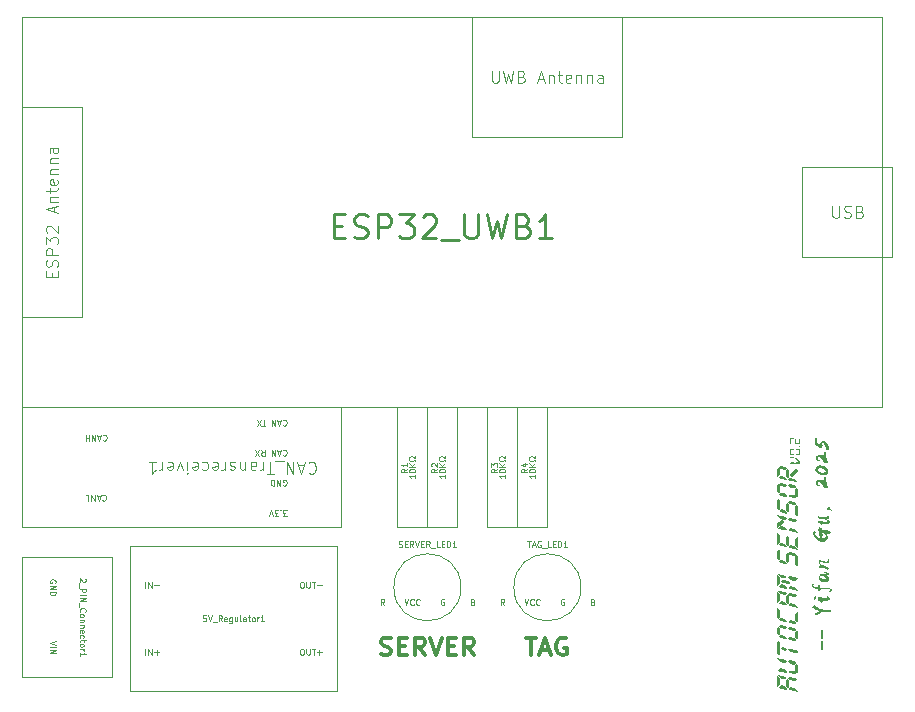
<source format=gto>
%TF.GenerationSoftware,KiCad,Pcbnew,9.0.0*%
%TF.CreationDate,2025-03-09T03:25:39-07:00*%
%TF.ProjectId,sensor,73656e73-6f72-42e6-9b69-6361645f7063,v0.2*%
%TF.SameCoordinates,Original*%
%TF.FileFunction,Legend,Top*%
%TF.FilePolarity,Positive*%
%FSLAX46Y46*%
G04 Gerber Fmt 4.6, Leading zero omitted, Abs format (unit mm)*
G04 Created by KiCad (PCBNEW 9.0.0) date 2025-03-09 03:25:39*
%MOMM*%
%LPD*%
G01*
G04 APERTURE LIST*
%ADD10C,0.150000*%
%ADD11C,0.300000*%
%ADD12C,0.500000*%
%ADD13C,0.250000*%
%ADD14C,0.100000*%
%ADD15C,0.062500*%
G04 APERTURE END LIST*
D10*
G36*
X87916209Y-71122679D02*
G01*
X87912271Y-70901212D01*
X87915102Y-70739986D01*
X87920606Y-70680661D01*
X87932146Y-70632392D01*
X87942588Y-70608212D01*
X87960265Y-70580918D01*
X87986674Y-70572494D01*
X88010273Y-70580918D01*
X88027035Y-70587238D01*
X88049932Y-70595664D01*
X88072922Y-70603999D01*
X88092797Y-70617646D01*
X88102847Y-70634664D01*
X88108459Y-70666006D01*
X88110566Y-70843418D01*
X88114779Y-71143745D01*
X88119498Y-71268508D01*
X88116885Y-71294870D01*
X88095446Y-71321250D01*
X88074937Y-71328484D01*
X88053962Y-71336269D01*
X88041195Y-71344322D01*
X88020440Y-71340208D01*
X87974278Y-71340208D01*
X87934528Y-71341399D01*
X87926821Y-71335865D01*
X87923995Y-71324271D01*
X87919140Y-71308609D01*
X87920056Y-71296977D01*
X87923263Y-71270202D01*
X87916209Y-71122679D01*
G37*
G36*
X87916209Y-70181856D02*
G01*
X87912271Y-69960388D01*
X87915102Y-69799162D01*
X87920606Y-69739837D01*
X87932146Y-69691569D01*
X87942588Y-69667389D01*
X87960265Y-69640095D01*
X87986674Y-69631670D01*
X88010273Y-69640095D01*
X88027035Y-69646414D01*
X88049932Y-69654841D01*
X88072922Y-69663175D01*
X88092797Y-69676823D01*
X88102847Y-69693841D01*
X88108459Y-69725183D01*
X88110566Y-69902595D01*
X88114779Y-70202922D01*
X88119498Y-70327684D01*
X88116885Y-70354047D01*
X88095446Y-70380426D01*
X88074937Y-70387661D01*
X88053962Y-70395446D01*
X88041195Y-70403499D01*
X88020440Y-70399384D01*
X87974278Y-70399384D01*
X87934528Y-70400575D01*
X87926821Y-70395042D01*
X87923995Y-70383448D01*
X87919140Y-70367786D01*
X87920056Y-70356153D01*
X87923263Y-70329379D01*
X87916209Y-70181856D01*
G37*
G36*
X87467029Y-67564016D02*
G01*
X87505057Y-67603750D01*
X87540572Y-67648239D01*
X87584650Y-67685541D01*
X87606723Y-67708622D01*
X87620370Y-67721170D01*
X87635025Y-67726482D01*
X87643360Y-67735916D01*
X87653893Y-67745258D01*
X87664334Y-67746358D01*
X87669646Y-67742144D01*
X87668547Y-67748373D01*
X87665080Y-67758995D01*
X87681095Y-67763119D01*
X87693735Y-67767332D01*
X87699963Y-67769439D01*
X87702069Y-67768431D01*
X87702069Y-67771545D01*
X87711503Y-67784185D01*
X87727257Y-67792519D01*
X87739897Y-67798748D01*
X87760871Y-67820821D01*
X87771312Y-67836483D01*
X87777632Y-67847016D01*
X87790180Y-67853336D01*
X87794174Y-67850208D01*
X87783860Y-67834377D01*
X87779647Y-67830255D01*
X87770380Y-67819693D01*
X87773419Y-67817615D01*
X87788073Y-67826042D01*
X87796408Y-67841704D01*
X87811154Y-67858465D01*
X87842570Y-67872021D01*
X87860430Y-67880447D01*
X87873986Y-67884660D01*
X87880306Y-67884660D01*
X87882412Y-67888873D01*
X87907600Y-67884660D01*
X87917019Y-67879328D01*
X87918041Y-67874127D01*
X87918041Y-67869914D01*
X87934802Y-67876234D01*
X87955777Y-67879439D01*
X87966310Y-67880447D01*
X87985177Y-67887774D01*
X88001939Y-67890888D01*
X88012380Y-67895010D01*
X88066968Y-67914977D01*
X88118259Y-67926426D01*
X88126686Y-67929631D01*
X88163414Y-67940073D01*
X88208476Y-67949507D01*
X88222032Y-67949507D01*
X88245113Y-67948499D01*
X88272407Y-67949507D01*
X88302815Y-67952621D01*
X88337345Y-67955735D01*
X88347878Y-67961963D01*
X88337345Y-67968283D01*
X88324797Y-67970389D01*
X88337345Y-67974603D01*
X88358411Y-67975610D01*
X88360426Y-67970389D01*
X88354106Y-67961047D01*
X88360426Y-67958940D01*
X88369860Y-67958940D01*
X88384515Y-67958940D01*
X88395366Y-67960285D01*
X88405489Y-67953720D01*
X88410710Y-67951613D01*
X88413915Y-67956925D01*
X88431684Y-67957933D01*
X88449709Y-67960797D01*
X88456871Y-67967367D01*
X88463706Y-67972229D01*
X88482059Y-67974511D01*
X88513475Y-67970389D01*
X88509262Y-67966268D01*
X88498820Y-67962146D01*
X88508254Y-67960040D01*
X88528221Y-67962146D01*
X88540769Y-67968466D01*
X88559637Y-67971672D01*
X88578504Y-67966359D01*
X88563850Y-67964253D01*
X88552093Y-67963413D01*
X88549104Y-67958025D01*
X88557530Y-67951705D01*
X88597372Y-67957933D01*
X88622468Y-67955826D01*
X88638222Y-67951613D01*
X88651869Y-67953720D01*
X88665424Y-67961139D01*
X88679071Y-67957933D01*
X88691711Y-67951613D01*
X88700046Y-67949598D01*
X88706366Y-67945477D01*
X88723127Y-67937050D01*
X88730362Y-67932837D01*
X88735583Y-67939157D01*
X88747032Y-67947492D01*
X88760587Y-67953720D01*
X88770937Y-67958849D01*
X88780280Y-67965077D01*
X88800063Y-67980648D01*
X88811547Y-67993851D01*
X88804276Y-68007575D01*
X88797957Y-68018017D01*
X88800063Y-68037800D01*
X88802547Y-68053060D01*
X88808398Y-68059599D01*
X88818343Y-68061996D01*
X88820854Y-68057492D01*
X88822549Y-68051219D01*
X88827174Y-68053371D01*
X88831296Y-68063812D01*
X88824060Y-68076269D01*
X88816916Y-68086618D01*
X88812978Y-68092847D01*
X88809131Y-68101090D01*
X88804275Y-68113272D01*
X88788156Y-68117759D01*
X88779282Y-68120337D01*
X88773410Y-68128292D01*
X88744101Y-68148534D01*
X88706366Y-68162364D01*
X88692718Y-68167677D01*
X88686178Y-68169698D01*
X88671744Y-68164562D01*
X88659572Y-68155517D01*
X88658097Y-68149816D01*
X88654983Y-68146702D01*
X88642435Y-68141390D01*
X88632691Y-68136171D01*
X88612027Y-68136169D01*
X88536556Y-68141390D01*
X88287062Y-68151923D01*
X88208476Y-68155037D01*
X88207377Y-68163830D01*
X88201149Y-68165936D01*
X88172848Y-68166669D01*
X88116244Y-68166669D01*
X88020806Y-68166669D01*
X87999832Y-68168867D01*
X87991406Y-68170974D01*
X87961695Y-68165679D01*
X87941122Y-68170974D01*
X87880306Y-68217594D01*
X87787066Y-68270716D01*
X87653893Y-68334372D01*
X87588954Y-68356720D01*
X87562158Y-68367233D01*
X87557447Y-68372657D01*
X87534366Y-68388594D01*
X87502950Y-68400226D01*
X87481976Y-68407737D01*
X87443233Y-68415156D01*
X87421739Y-68412057D01*
X87410718Y-68404531D01*
X87401284Y-68385388D01*
X87404398Y-68370551D01*
X87408612Y-68353606D01*
X87420152Y-68319626D01*
X87435814Y-68296270D01*
X87444241Y-68281341D01*
X87459594Y-68258147D01*
X87493517Y-68225104D01*
X87531024Y-68198333D01*
X87551127Y-68192131D01*
X87593076Y-68177568D01*
X87608830Y-68165020D01*
X87620370Y-68158701D01*
X87626598Y-68157601D01*
X87647573Y-68147160D01*
X87668547Y-68135711D01*
X87671295Y-68134337D01*
X88275979Y-68134337D01*
X88282299Y-68138551D01*
X88286512Y-68138551D01*
X88299060Y-68134337D01*
X88288619Y-68130124D01*
X88275979Y-68134337D01*
X87671295Y-68134337D01*
X87676974Y-68131498D01*
X87687415Y-68127376D01*
X87685308Y-68123163D01*
X87682194Y-68123163D01*
X87683202Y-68121057D01*
X87693735Y-68124171D01*
X87702069Y-68124171D01*
X87697948Y-68118950D01*
X87692903Y-68117020D01*
X87696683Y-68114166D01*
X88426931Y-68114166D01*
X88431684Y-68123988D01*
X88439443Y-68130877D01*
X88440117Y-68130216D01*
X88472076Y-68130216D01*
X88474182Y-68134337D01*
X88479403Y-68130216D01*
X88477296Y-68126003D01*
X88519245Y-68126003D01*
X88521352Y-68130124D01*
X88525473Y-68126003D01*
X88531793Y-68126003D01*
X88536006Y-68130124D01*
X88554874Y-68126003D01*
X88575848Y-68126003D01*
X88578268Y-68130108D01*
X88588396Y-68126003D01*
X88749780Y-68126003D01*
X88749871Y-68132231D01*
X88757107Y-68130216D01*
X88757107Y-68123896D01*
X88749780Y-68126003D01*
X88588396Y-68126003D01*
X88586290Y-68121789D01*
X88605157Y-68121789D01*
X88613584Y-68123896D01*
X88621919Y-68119683D01*
X88613584Y-68117576D01*
X88605157Y-68121789D01*
X88586290Y-68121789D01*
X88575848Y-68126003D01*
X88554874Y-68126003D01*
X88548554Y-68121789D01*
X88531793Y-68126003D01*
X88525473Y-68126003D01*
X88523367Y-68121789D01*
X88519245Y-68126003D01*
X88477296Y-68126003D01*
X88472076Y-68130216D01*
X88440117Y-68130216D01*
X88444323Y-68126094D01*
X88446430Y-68119866D01*
X88451651Y-68114645D01*
X88509262Y-68113546D01*
X88565956Y-68111073D01*
X88588946Y-68103563D01*
X88603600Y-68098617D01*
X88609920Y-68098617D01*
X88622468Y-68100723D01*
X88635108Y-68099716D01*
X88637214Y-68096510D01*
X88624575Y-68092389D01*
X88609920Y-68098617D01*
X88603600Y-68098617D01*
X88585832Y-68098617D01*
X88557530Y-68100449D01*
X88549104Y-68098617D01*
X88542784Y-68094495D01*
X88532342Y-68099350D01*
X88523916Y-68100449D01*
X88486181Y-68100449D01*
X88448445Y-68104204D01*
X88429577Y-68107959D01*
X88426931Y-68114166D01*
X87696683Y-68114166D01*
X87704176Y-68108509D01*
X87720937Y-68102189D01*
X87734584Y-68094953D01*
X87737359Y-68091381D01*
X88770754Y-68091381D01*
X88777074Y-68100723D01*
X88787607Y-68102830D01*
X88783394Y-68094495D01*
X88775425Y-68089386D01*
X88770754Y-68091381D01*
X87737359Y-68091381D01*
X87741912Y-68085519D01*
X87727805Y-68068209D01*
X88563209Y-68068209D01*
X88590503Y-68071323D01*
X88617705Y-68067201D01*
X88590503Y-68064087D01*
X88563209Y-68068209D01*
X87727805Y-68068209D01*
X87718922Y-68057309D01*
X87681095Y-68029099D01*
X87645466Y-68002904D01*
X87603609Y-67973595D01*
X87602015Y-67972679D01*
X88278086Y-67972679D01*
X88280192Y-67976892D01*
X88284405Y-67972679D01*
X88282299Y-67968466D01*
X88278086Y-67972679D01*
X87602015Y-67972679D01*
X87558194Y-67947492D01*
X87649130Y-67947492D01*
X87693185Y-67968466D01*
X87695292Y-67966359D01*
X87670104Y-67953720D01*
X87649130Y-67947492D01*
X87558194Y-67947492D01*
X87556440Y-67946484D01*
X87545263Y-67941172D01*
X87626049Y-67941172D01*
X87630262Y-67943278D01*
X87634475Y-67941172D01*
X87626049Y-67941172D01*
X87545263Y-67941172D01*
X87534324Y-67935973D01*
X87515498Y-67932837D01*
X87490403Y-67928624D01*
X87456880Y-67909664D01*
X87397071Y-67872845D01*
X87331034Y-67831720D01*
X87273119Y-67794168D01*
X87695292Y-67794168D01*
X87699505Y-67800488D01*
X87703627Y-67796275D01*
X87699505Y-67789955D01*
X87695292Y-67794168D01*
X87273119Y-67794168D01*
X87250347Y-67779403D01*
X87213614Y-67736832D01*
X87205912Y-67710343D01*
X87208394Y-67690487D01*
X87220867Y-67673284D01*
X87251350Y-67652568D01*
X87300626Y-67625183D01*
X87328927Y-67606132D01*
X87384523Y-67572518D01*
X87435814Y-67553467D01*
X87467029Y-67564016D01*
G37*
G36*
X88359877Y-68172989D02*
G01*
X88330476Y-68170882D01*
X88349344Y-68168776D01*
X88411259Y-68166669D01*
X88460535Y-68166669D01*
X88359877Y-68172989D01*
G37*
G36*
X88561652Y-68166669D02*
G01*
X88519795Y-68168776D01*
X88484166Y-68166669D01*
X88505048Y-68162456D01*
X88554728Y-68160206D01*
X88561652Y-68166669D01*
G37*
G36*
X88584733Y-68160258D02*
G01*
X88574291Y-68162364D01*
X88574291Y-68158151D01*
X88582626Y-68158151D01*
X88584733Y-68160258D01*
G37*
G36*
X88236137Y-67943278D02*
G01*
X88232015Y-67947492D01*
X88227802Y-67943278D01*
X88232015Y-67939065D01*
X88236137Y-67943278D01*
G37*
G36*
X87902837Y-67867624D02*
G01*
X87906740Y-67871801D01*
X87896517Y-67878157D01*
X87888183Y-67879256D01*
X87892304Y-67873944D01*
X87892304Y-67867624D01*
X87888183Y-67867624D01*
X87893403Y-67863503D01*
X87902837Y-67867624D01*
G37*
G36*
X87866659Y-67857458D02*
G01*
X87880306Y-67873211D01*
X87875085Y-67867991D01*
X87868695Y-67862746D01*
X87859331Y-67863686D01*
X87855118Y-67861671D01*
X87855118Y-67855351D01*
X87848713Y-67849076D01*
X87850997Y-67844818D01*
X87866659Y-67857458D01*
G37*
G36*
X88005511Y-67869731D02*
G01*
X87999282Y-67871837D01*
X87992963Y-67867716D01*
X87999282Y-67865609D01*
X88005511Y-67869731D01*
G37*
G36*
X87964661Y-67861396D02*
G01*
X87967775Y-67869731D01*
X87959440Y-67869731D01*
X87955227Y-67855076D01*
X87964661Y-67861396D01*
G37*
G36*
X87898624Y-67837216D02*
G01*
X87902837Y-67844543D01*
X87894502Y-67841429D01*
X87890289Y-67834102D01*
X87898624Y-67837216D01*
G37*
G36*
X87649130Y-67053380D02*
G01*
X87643920Y-67024433D01*
X87649130Y-66986152D01*
X87659571Y-66948233D01*
X87675325Y-66891355D01*
X87699413Y-66836492D01*
X87724391Y-66820013D01*
X87763266Y-66818386D01*
X87825259Y-66838599D01*
X87873384Y-66858645D01*
X87955227Y-66884028D01*
X88080982Y-66912421D01*
X88109375Y-66917733D01*
X88150316Y-66927075D01*
X88271810Y-66939181D01*
X88355795Y-66933095D01*
X88412358Y-66914528D01*
X88425692Y-66901892D01*
X88435439Y-66875510D01*
X88438061Y-66845411D01*
X88433333Y-66817533D01*
X88418056Y-66795338D01*
X88376729Y-66762761D01*
X88327044Y-66733844D01*
X88273964Y-66710096D01*
X88242548Y-66699472D01*
X88195202Y-66683295D01*
X88143996Y-66672086D01*
X88127235Y-66665766D01*
X88131300Y-66663148D01*
X88156636Y-66667873D01*
X88189334Y-66674193D01*
X88210400Y-66679505D01*
X88226245Y-66683810D01*
X88261050Y-66693243D01*
X88304281Y-66705883D01*
X88355037Y-66722860D01*
X88432875Y-66767249D01*
X88458245Y-66782087D01*
X88481418Y-66790513D01*
X88491951Y-66790513D01*
X88502484Y-66796925D01*
X88510910Y-66801138D01*
X88515215Y-66801138D01*
X88527385Y-66811202D01*
X88555240Y-66820097D01*
X88572185Y-66831821D01*
X88578265Y-66838759D01*
X88589037Y-66841255D01*
X88601284Y-66845120D01*
X88618621Y-66860214D01*
X88643809Y-66891721D01*
X88658555Y-66911688D01*
X88673393Y-66935777D01*
X88679713Y-66950523D01*
X88686032Y-66992472D01*
X88683484Y-67034765D01*
X88669271Y-67061806D01*
X88662951Y-67072247D01*
X88653426Y-67086993D01*
X88639779Y-67095420D01*
X88629337Y-67103755D01*
X88618542Y-67122010D01*
X88612485Y-67118501D01*
X88599937Y-67122714D01*
X88587297Y-67131049D01*
X88578962Y-67137369D01*
X88553775Y-67154221D01*
X88527488Y-67162556D01*
X88504316Y-67172082D01*
X88470702Y-67184721D01*
X88406588Y-67191957D01*
X88320094Y-67196622D01*
X88257478Y-67189850D01*
X88211316Y-67181515D01*
X88156636Y-67170983D01*
X88123022Y-67173089D01*
X88092994Y-67192322D01*
X88076244Y-67216297D01*
X88070540Y-67246545D01*
X88060171Y-67296395D01*
X88028621Y-67338396D01*
X87969882Y-67374681D01*
X87934633Y-67386848D01*
X87911814Y-67386259D01*
X87896517Y-67376788D01*
X87885482Y-67350422D01*
X87898624Y-67317986D01*
X87908057Y-67290374D01*
X87898624Y-67261291D01*
X87856923Y-67217404D01*
X87772869Y-67160450D01*
X87684759Y-67104854D01*
X87664544Y-67082337D01*
X87649130Y-67053380D01*
G37*
G36*
X87351642Y-67071973D02*
G01*
X87349535Y-67046785D01*
X87351642Y-67004836D01*
X87363890Y-66899362D01*
X87374631Y-66868274D01*
X87391484Y-66857833D01*
X87418687Y-66843178D01*
X87443874Y-66827424D01*
X87469062Y-66817899D01*
X87484982Y-66813418D01*
X87496356Y-66816891D01*
X87505500Y-66827247D01*
X87516231Y-66850505D01*
X87528093Y-66875002D01*
X87544533Y-66895660D01*
X87563401Y-66916634D01*
X87559545Y-66928858D01*
X87544533Y-66946035D01*
X87487930Y-67017384D01*
X87457038Y-67058872D01*
X87445981Y-67063638D01*
X87439661Y-67065744D01*
X87426014Y-67076186D01*
X87401926Y-67078292D01*
X87387271Y-67080399D01*
X87369411Y-67083605D01*
X87351642Y-67071973D01*
G37*
G36*
X88563300Y-66476814D02*
G01*
X88557072Y-66478920D01*
X88545532Y-66478920D01*
X88543425Y-66487347D01*
X88544433Y-66493667D01*
X88540219Y-66489453D01*
X88534999Y-66486339D01*
X88529778Y-66491560D01*
X88527234Y-66495533D01*
X88506697Y-66491560D01*
X88500377Y-66489453D01*
X88500377Y-66485240D01*
X88513017Y-66487347D01*
X88525565Y-66487347D01*
X88523458Y-66481027D01*
X88517230Y-66478920D01*
X88521352Y-66476814D01*
X88538113Y-66472601D01*
X88548999Y-66471488D01*
X88563300Y-66476814D01*
G37*
G36*
X88475190Y-66492476D02*
G01*
X88462642Y-66491468D01*
X88470976Y-66488263D01*
X88487738Y-66488263D01*
X88475190Y-66492476D01*
G37*
G36*
X88592609Y-66484049D02*
G01*
X88586290Y-66488263D01*
X88582076Y-66484049D01*
X88588396Y-66479836D01*
X88592609Y-66484049D01*
G37*
G36*
X88450002Y-66475623D02*
G01*
X88445881Y-66479836D01*
X88443774Y-66475623D01*
X88447987Y-66471410D01*
X88450002Y-66475623D01*
G37*
G36*
X88521260Y-66467288D02*
G01*
X88515032Y-66468296D01*
X88508712Y-66464174D01*
X88515032Y-66463075D01*
X88521260Y-66467288D01*
G37*
G36*
X88640786Y-66463075D02*
G01*
X88636665Y-66467288D01*
X88634558Y-66463075D01*
X88638680Y-66458862D01*
X88640786Y-66463075D01*
G37*
G36*
X87308568Y-65796128D02*
G01*
X87332408Y-65801788D01*
X87361976Y-65822534D01*
X87382783Y-65850239D01*
X87388004Y-65864894D01*
X87370143Y-65860681D01*
X87319860Y-65852346D01*
X87267470Y-65854452D01*
X87253823Y-65871214D01*
X87251715Y-65884045D01*
X87255929Y-65898599D01*
X87280018Y-65927909D01*
X87318327Y-65953558D01*
X87390110Y-65986710D01*
X87468093Y-66014568D01*
X87537938Y-66032963D01*
X87593442Y-66045511D01*
X87636490Y-66053938D01*
X87664891Y-66054676D01*
X87677340Y-66049725D01*
X87683339Y-66034469D01*
X87686774Y-65978375D01*
X87690580Y-65919974D01*
X87699413Y-65888066D01*
X87715189Y-65862284D01*
X87739072Y-65837600D01*
X87771916Y-65816639D01*
X87778914Y-65827158D01*
X87769480Y-65837875D01*
X87764258Y-65841266D01*
X87767374Y-65847583D01*
X87782212Y-65850789D01*
X87789935Y-65849980D01*
X87801537Y-65857200D01*
X87812843Y-65864137D01*
X87819764Y-65862604D01*
X87834785Y-65863612D01*
X87848798Y-65869015D01*
X87862720Y-65859307D01*
X87868859Y-65854341D01*
X87871238Y-65865718D01*
X87871238Y-65900156D01*
X87876550Y-65984970D01*
X87888091Y-66052564D01*
X87902654Y-66067677D01*
X88061656Y-66071890D01*
X88411076Y-66080316D01*
X88590847Y-66104441D01*
X88670645Y-66126570D01*
X88700962Y-66135088D01*
X88732286Y-66146628D01*
X88745841Y-66149834D01*
X88750054Y-66151940D01*
X88756374Y-66156062D01*
X88768506Y-66162819D01*
X88764526Y-66164855D01*
X88768647Y-66169068D01*
X88772861Y-66166961D01*
X88768986Y-66163087D01*
X88777257Y-66167694D01*
X88810779Y-66193981D01*
X88831662Y-66220359D01*
X88834786Y-66232546D01*
X88831662Y-66238127D01*
X88828125Y-66242144D01*
X88829556Y-66252965D01*
X88831662Y-66271833D01*
X88835875Y-66271833D01*
X88840088Y-66267620D01*
X88848423Y-66257178D01*
X88846317Y-66275955D01*
X88836067Y-66316318D01*
X88823327Y-66332466D01*
X88831662Y-66336679D01*
X88842195Y-66336679D01*
X88827449Y-66351334D01*
X88785592Y-66386780D01*
X88766632Y-66399328D01*
X88741536Y-66411876D01*
X88735217Y-66416089D01*
X88731004Y-66424424D01*
X88714242Y-66432850D01*
X88705908Y-66434957D01*
X88705908Y-66439170D01*
X88701694Y-66439170D01*
X88699162Y-66432790D01*
X88710029Y-66422409D01*
X88728897Y-66408762D01*
X88745658Y-66397313D01*
X88768739Y-66381651D01*
X88783394Y-66374323D01*
X88806475Y-66358661D01*
X88819114Y-66340893D01*
X88810740Y-66338833D01*
X88785592Y-66359669D01*
X88767732Y-66374323D01*
X88754084Y-66382567D01*
X88710666Y-66414768D01*
X88666065Y-66439170D01*
X88650312Y-66446497D01*
X88646099Y-66451718D01*
X88646099Y-66454924D01*
X88640878Y-66453824D01*
X88613675Y-66460144D01*
X88584275Y-66466464D01*
X88588488Y-66462251D01*
X88593709Y-66451718D01*
X88594808Y-66447505D01*
X88598929Y-66451718D01*
X88605249Y-66453824D01*
X88609462Y-66447505D01*
X88610561Y-66444391D01*
X88615690Y-66443291D01*
X88619904Y-66443291D01*
X88621003Y-66438071D01*
X88630437Y-66432850D01*
X88640878Y-66426530D01*
X88611569Y-66437063D01*
X88577955Y-66443291D01*
X88588488Y-66437063D01*
X88596823Y-66428728D01*
X88597922Y-66425614D01*
X88601036Y-66426622D01*
X88612950Y-66424586D01*
X88613171Y-66424241D01*
X88668080Y-66424241D01*
X88670095Y-66429461D01*
X88674309Y-66424241D01*
X88672202Y-66418928D01*
X88668080Y-66424241D01*
X88613171Y-66424241D01*
X88615690Y-66420302D01*
X88616789Y-66417188D01*
X88624117Y-66411876D01*
X88632243Y-66406380D01*
X88686948Y-66406380D01*
X88686948Y-66412608D01*
X88695283Y-66410502D01*
X88696382Y-66405373D01*
X88686948Y-66406380D01*
X88632243Y-66406380D01*
X88634900Y-66404583D01*
X88632543Y-66397313D01*
X88626223Y-66395206D01*
X88617797Y-66399419D01*
X88612576Y-66403633D01*
X88612576Y-66397313D01*
X88624117Y-66390993D01*
X88625443Y-66390239D01*
X88637008Y-66390239D01*
X88638771Y-66399419D01*
X88642984Y-66398412D01*
X88648461Y-66393741D01*
X88699496Y-66393741D01*
X88701603Y-66397954D01*
X88706823Y-66393741D01*
X88705770Y-66391634D01*
X88722577Y-66391634D01*
X88730912Y-66389528D01*
X88739338Y-66383208D01*
X88730912Y-66385314D01*
X88722577Y-66391634D01*
X88705770Y-66391634D01*
X88704717Y-66389528D01*
X88699496Y-66393741D01*
X88648461Y-66393741D01*
X88649213Y-66393100D01*
X88657639Y-66390993D01*
X88653426Y-66386780D01*
X88649304Y-66386780D01*
X88637008Y-66390239D01*
X88625443Y-66390239D01*
X88638771Y-66382658D01*
X88660339Y-66366998D01*
X88663959Y-66370110D01*
X88668172Y-66372217D01*
X88668172Y-66368553D01*
X88749780Y-66368553D01*
X88751886Y-66372766D01*
X88756099Y-66368553D01*
X88753993Y-66364340D01*
X88749780Y-66368553D01*
X88668172Y-66368553D01*
X88668172Y-66361775D01*
X88661852Y-66359669D01*
X88664479Y-66356204D01*
X88760871Y-66356204D01*
X88766724Y-66357562D01*
X88772952Y-66353349D01*
X88768739Y-66351334D01*
X88760871Y-66356204D01*
X88664479Y-66356204D01*
X88668172Y-66351334D01*
X88676507Y-66341900D01*
X88685941Y-66325231D01*
X88697481Y-66300135D01*
X88696127Y-66288777D01*
X88803360Y-66288777D01*
X88804460Y-66297112D01*
X88809098Y-66292991D01*
X88827357Y-66292991D01*
X88832578Y-66299219D01*
X88837890Y-66290884D01*
X88835784Y-66285663D01*
X88833677Y-66284564D01*
X88827357Y-66292991D01*
X88809098Y-66292991D01*
X88809818Y-66292351D01*
X88812794Y-66267711D01*
X88808581Y-66257270D01*
X88804368Y-66269910D01*
X88803360Y-66288777D01*
X88696127Y-66288777D01*
X88695837Y-66286349D01*
X88686948Y-66277054D01*
X88669180Y-66264597D01*
X88648205Y-66257270D01*
X88614683Y-66247836D01*
X88587389Y-66242615D01*
X88577955Y-66240509D01*
X88565407Y-66238402D01*
X88554965Y-66238402D01*
X88548646Y-66230067D01*
X88552859Y-66225854D01*
X88565407Y-66225854D01*
X88591693Y-66230067D01*
X88613675Y-66236387D01*
X88636665Y-66244722D01*
X88665974Y-66256354D01*
X88693268Y-66257362D01*
X88697379Y-66253637D01*
X88709022Y-66254248D01*
X88733110Y-66263681D01*
X88745750Y-66267803D01*
X88739092Y-66258466D01*
X88703801Y-66240509D01*
X88659697Y-66224650D01*
X88592701Y-66210284D01*
X88477296Y-66198652D01*
X88466763Y-66195263D01*
X88455223Y-66191874D01*
X88442675Y-66186195D01*
X88431226Y-66186195D01*
X88416480Y-66187294D01*
X88420693Y-66178227D01*
X88426493Y-66171266D01*
X88433333Y-66171266D01*
X88444358Y-66174913D01*
X88546539Y-66190134D01*
X88603142Y-66202773D01*
X88659746Y-66218527D01*
X88699588Y-66232174D01*
X88719995Y-66239118D01*
X88735217Y-66238402D01*
X88707158Y-66224740D01*
X88626223Y-66200667D01*
X88538272Y-66181219D01*
X88466855Y-66171266D01*
X88449086Y-66170258D01*
X88437546Y-66170258D01*
X88433333Y-66171266D01*
X88426493Y-66171266D01*
X88428020Y-66169434D01*
X88416480Y-66169434D01*
X88399719Y-66165221D01*
X88389835Y-66157880D01*
X88387079Y-66165221D01*
X88381858Y-66171541D01*
X88376638Y-66165221D01*
X88370409Y-66158901D01*
X88361983Y-66165221D01*
X88355068Y-66169114D01*
X88321042Y-66171541D01*
X88277994Y-66171541D01*
X88250792Y-66171541D01*
X88225604Y-66175754D01*
X88208843Y-66181891D01*
X88197008Y-66184181D01*
X88194097Y-66189309D01*
X88188876Y-66192424D01*
X88179442Y-66188210D01*
X88175229Y-66188210D01*
X88176328Y-66177769D01*
X88176770Y-66174380D01*
X88187960Y-66174380D01*
X88194280Y-66175388D01*
X88200508Y-66171174D01*
X88194280Y-66170167D01*
X88187960Y-66174380D01*
X88176770Y-66174380D01*
X88177427Y-66169343D01*
X88173214Y-66173556D01*
X88164788Y-66177769D01*
X88162681Y-66175662D01*
X88169527Y-66170115D01*
X88164788Y-66167236D01*
X88156361Y-66167236D01*
X88141707Y-66175662D01*
X88133372Y-66181891D01*
X88131265Y-66173647D01*
X88124945Y-66164213D01*
X88113405Y-66165221D01*
X88032622Y-66171541D01*
X87965722Y-66168763D01*
X87957151Y-66165221D01*
X87955044Y-66163114D01*
X87944603Y-66167328D01*
X87936176Y-66171358D01*
X87942496Y-66175296D01*
X87946612Y-66177540D01*
X87942496Y-66186653D01*
X87936176Y-66188577D01*
X87921522Y-66192332D01*
X87921522Y-66190225D01*
X87925152Y-66182885D01*
X87919415Y-66177769D01*
X87913095Y-66175662D01*
X87921522Y-66173556D01*
X87929856Y-66169434D01*
X87913095Y-66165313D01*
X87900547Y-66167419D01*
X87900547Y-66230067D01*
X87897454Y-66286121D01*
X87892121Y-66301142D01*
X87872028Y-66315607D01*
X87829198Y-66326238D01*
X87802718Y-66335265D01*
X87810330Y-66345197D01*
X87822400Y-66352150D01*
X87818756Y-66353532D01*
X87808407Y-66351517D01*
X87793770Y-66347023D01*
X87780105Y-66350418D01*
X87757024Y-66354631D01*
X87736050Y-66340984D01*
X87724509Y-66324131D01*
X87718189Y-66311584D01*
X87715075Y-66306363D01*
X87724509Y-66305264D01*
X87730737Y-66288594D01*
X87727239Y-66259641D01*
X87718098Y-66240417D01*
X87713583Y-66236459D01*
X87703443Y-66190317D01*
X87697215Y-66171541D01*
X87661586Y-66169434D01*
X87644825Y-66167328D01*
X87638505Y-66158993D01*
X87640612Y-66158993D01*
X87649038Y-66156886D01*
X87667906Y-66152765D01*
X87667348Y-66152215D01*
X87686865Y-66152215D01*
X87691079Y-66154322D01*
X88552859Y-66154322D01*
X88619904Y-66172182D01*
X88695375Y-66196362D01*
X88723676Y-66202682D01*
X88747856Y-66216329D01*
X88769838Y-66229976D01*
X88789713Y-66242524D01*
X88804460Y-66250950D01*
X88800246Y-66242524D01*
X88798140Y-66235197D01*
X88803360Y-66224755D01*
X88800246Y-66215230D01*
X88797041Y-66215230D01*
X88796033Y-66223656D01*
X88796033Y-66234189D01*
X88779272Y-66219443D01*
X88739172Y-66194439D01*
X88802353Y-66194439D01*
X88808581Y-66209093D01*
X88810688Y-66204972D01*
X88802353Y-66194439D01*
X88739172Y-66194439D01*
X88732954Y-66190562D01*
X88649304Y-66166961D01*
X88572734Y-66151208D01*
X88552859Y-66150200D01*
X88552859Y-66154322D01*
X87691079Y-66154322D01*
X87697307Y-66152215D01*
X87686865Y-66152215D01*
X87667348Y-66152215D01*
X87661586Y-66146536D01*
X87630170Y-66146536D01*
X87611303Y-66150658D01*
X87617622Y-66152765D01*
X87615516Y-66156978D01*
X87604983Y-66155970D01*
X87611303Y-66162290D01*
X87616615Y-66167511D01*
X87607090Y-66165404D01*
X87588222Y-66159084D01*
X87573570Y-66155100D01*
X87519071Y-66152765D01*
X87481335Y-66148643D01*
X87477122Y-66150750D01*
X87497089Y-66156978D01*
X87537938Y-66165313D01*
X87577780Y-66169434D01*
X87589321Y-66170533D01*
X87584009Y-66179876D01*
X87572560Y-66181982D01*
X87547372Y-66177769D01*
X87523284Y-66172548D01*
X87508538Y-66169434D01*
X87502309Y-66165221D01*
X87503317Y-66163206D01*
X87500203Y-66163206D01*
X87490769Y-66161099D01*
X87484449Y-66161099D01*
X87468695Y-66161099D01*
X87456147Y-66154871D01*
X87454041Y-66144430D01*
X87458254Y-66144430D01*
X87470802Y-66146536D01*
X87464429Y-66141774D01*
X88525473Y-66141774D01*
X88527580Y-66145987D01*
X88531793Y-66141774D01*
X88529686Y-66137560D01*
X88525473Y-66141774D01*
X87464429Y-66141774D01*
X87462467Y-66140308D01*
X87452903Y-66134578D01*
X87447721Y-66138293D01*
X87437294Y-66142989D01*
X87416305Y-66136187D01*
X87397438Y-66132065D01*
X87376768Y-66127442D01*
X87351276Y-66111182D01*
X87349261Y-66106969D01*
X87351801Y-66102615D01*
X87349469Y-66100873D01*
X88476182Y-66100873D01*
X88487738Y-66106053D01*
X88505544Y-66110845D01*
X88508712Y-66108160D01*
X88497539Y-66103947D01*
X88515032Y-66103947D01*
X88517138Y-66106053D01*
X88523367Y-66103947D01*
X88515032Y-66103947D01*
X88497539Y-66103947D01*
X88491951Y-66101840D01*
X88476182Y-66100873D01*
X87349469Y-66100873D01*
X87340834Y-66094421D01*
X87328286Y-66088193D01*
X87326180Y-66092314D01*
X87294672Y-66071432D01*
X87280018Y-66063005D01*
X87231841Y-66022339D01*
X87177344Y-65964820D01*
X87162598Y-65944029D01*
X87152157Y-65920948D01*
X87147539Y-65881770D01*
X87155844Y-65847680D01*
X87177344Y-65816442D01*
X87196212Y-65793453D01*
X87254830Y-65793453D01*
X87308568Y-65796128D01*
G37*
G36*
X88689146Y-66447505D02*
G01*
X88672294Y-66455839D01*
X88666930Y-66454185D01*
X88676507Y-66447505D01*
X88687040Y-66445398D01*
X88699588Y-66441185D01*
X88689146Y-66447505D01*
G37*
G36*
X88558574Y-66431113D02*
G01*
X88552767Y-66437888D01*
X88547547Y-66439903D01*
X88548554Y-66435781D01*
X88554874Y-66429461D01*
X88558574Y-66431113D01*
G37*
G36*
X88586381Y-66427355D02*
G01*
X88580153Y-66431568D01*
X88568613Y-66428454D01*
X88571727Y-66421035D01*
X88582825Y-66417396D01*
X88586381Y-66427355D01*
G37*
G36*
X88605157Y-66406380D02*
G01*
X88598929Y-66410502D01*
X88592609Y-66409494D01*
X88598929Y-66405373D01*
X88605157Y-66406380D01*
G37*
G36*
X88796033Y-66361775D02*
G01*
X88791820Y-66359669D01*
X88802353Y-66353349D01*
X88806475Y-66353349D01*
X88796033Y-66361775D01*
G37*
G36*
X88856758Y-66359119D02*
G01*
X88850438Y-66360127D01*
X88856758Y-66353807D01*
X88863078Y-66352799D01*
X88856758Y-66359119D01*
G37*
G36*
X88871413Y-66340252D02*
G01*
X88863078Y-66343366D01*
X88871413Y-66333932D01*
X88879839Y-66330726D01*
X88871413Y-66340252D01*
G37*
G36*
X88858865Y-66309752D02*
G01*
X88852545Y-66321292D01*
X88844118Y-66323399D01*
X88846225Y-66311858D01*
X88854651Y-66303432D01*
X88858865Y-66309752D01*
G37*
G36*
X88881946Y-66314972D02*
G01*
X88878740Y-66322300D01*
X88875626Y-66314972D01*
X88878740Y-66307645D01*
X88881946Y-66314972D01*
G37*
G36*
X88447896Y-66225763D02*
G01*
X88443774Y-66227869D01*
X88439561Y-66222649D01*
X88443774Y-66220542D01*
X88447896Y-66225763D01*
G37*
G36*
X88542234Y-66222649D02*
G01*
X88533900Y-66227869D01*
X88525473Y-66224755D01*
X88533900Y-66219443D01*
X88542234Y-66222649D01*
G37*
G36*
X88498271Y-66219534D02*
G01*
X88508712Y-66225854D01*
X88489844Y-66223748D01*
X88477296Y-66217428D01*
X88498271Y-66219534D01*
G37*
G36*
X88263431Y-66215230D02*
G01*
X88259218Y-66219443D01*
X88255005Y-66215230D01*
X88259218Y-66211017D01*
X88263431Y-66215230D01*
G37*
G36*
X88278086Y-66215230D02*
G01*
X88272865Y-66219443D01*
X88267644Y-66215230D01*
X88272865Y-66211017D01*
X88278086Y-66215230D01*
G37*
G36*
X88461543Y-66214222D02*
G01*
X88462642Y-66219443D01*
X88455314Y-66216329D01*
X88454215Y-66211017D01*
X88461543Y-66214222D01*
G37*
G36*
X88366196Y-66206803D02*
G01*
X88361983Y-66211017D01*
X88326354Y-66217336D01*
X88317928Y-66215230D01*
X88332674Y-66209002D01*
X88355755Y-66203781D01*
X88366196Y-66206803D01*
G37*
G36*
X88412267Y-66217336D02*
G01*
X88408053Y-66215230D01*
X88416480Y-66215230D01*
X88412267Y-66217336D01*
G37*
G36*
X88294847Y-66215230D02*
G01*
X88290725Y-66216329D01*
X88286512Y-66212116D01*
X88290725Y-66211017D01*
X88294847Y-66215230D01*
G37*
G36*
X87967775Y-66208910D02*
G01*
X87953121Y-66215230D01*
X87947909Y-66213777D01*
X87953121Y-66208910D01*
X87961547Y-66206803D01*
X87971988Y-66203781D01*
X87967775Y-66208910D01*
G37*
G36*
X88020257Y-66213123D02*
G01*
X88011830Y-66215230D01*
X88003404Y-66211017D01*
X88011830Y-66208910D01*
X88020257Y-66213123D01*
G37*
G36*
X87980323Y-66202865D02*
G01*
X87982338Y-66198652D01*
X87986551Y-66198652D01*
X87980323Y-66202865D01*
G37*
G36*
X88349344Y-66181891D02*
G01*
X88323148Y-66189218D01*
X88284314Y-66192332D01*
X88269568Y-66192332D01*
X88271674Y-66190683D01*
X88275887Y-66183997D01*
X88277994Y-66183997D01*
X88296862Y-66183997D01*
X88331833Y-66178191D01*
X88349344Y-66181891D01*
G37*
G36*
X88009815Y-66185829D02*
G01*
X87997176Y-66192149D01*
X88001389Y-66185829D01*
X88013937Y-66179509D01*
X88009815Y-66185829D01*
G37*
G36*
X88382866Y-66179876D02*
G01*
X88388631Y-66185951D01*
X88384881Y-66190409D01*
X88376546Y-66185188D01*
X88372333Y-66186195D01*
X88368120Y-66186195D01*
X88371310Y-66179633D01*
X88382866Y-66179876D01*
G37*
G36*
X88041231Y-66179601D02*
G01*
X88037018Y-66183722D01*
X88036010Y-66179601D01*
X88040224Y-66175388D01*
X88041231Y-66179601D01*
G37*
G36*
X88087301Y-66179509D02*
G01*
X88083088Y-66177403D01*
X88091515Y-66177403D01*
X88087301Y-66179509D01*
G37*
G36*
X88768986Y-66163087D02*
G01*
X88768506Y-66162819D01*
X88768647Y-66162748D01*
X88768986Y-66163087D01*
G37*
G36*
X88299243Y-64738507D02*
G01*
X88328644Y-64742720D01*
X88364273Y-64752978D01*
X88407229Y-64763237D01*
X88447071Y-64772670D01*
X88470061Y-64782013D01*
X88500377Y-64796118D01*
X88537783Y-64811308D01*
X88544433Y-64805552D01*
X88549449Y-64801804D01*
X88559087Y-64810131D01*
X88572734Y-64810131D01*
X88577432Y-64807565D01*
X88577955Y-64797583D01*
X88578046Y-64790256D01*
X88594808Y-64806010D01*
X88610947Y-64827749D01*
X88615690Y-64847500D01*
X88611724Y-64871284D01*
X88595082Y-64918117D01*
X88577953Y-64944928D01*
X88548371Y-64971057D01*
X88512803Y-64991551D01*
X88474823Y-65005220D01*
X88442956Y-65020486D01*
X88433333Y-65046711D01*
X88458428Y-65066586D01*
X88481418Y-65085454D01*
X88485631Y-65088568D01*
X88514940Y-65105238D01*
X88550690Y-65140536D01*
X88573467Y-65182540D01*
X88587114Y-65211758D01*
X88603875Y-65250409D01*
X88617339Y-65284848D01*
X88621552Y-65326613D01*
X88615232Y-65385140D01*
X88602169Y-65426872D01*
X88576581Y-65475998D01*
X88544836Y-65519967D01*
X88518970Y-65543776D01*
X88463376Y-65574896D01*
X88420601Y-65591861D01*
X88357770Y-65608622D01*
X88319351Y-65615934D01*
X88251066Y-65619063D01*
X88181263Y-65614932D01*
X88131723Y-65604226D01*
X88078214Y-65585649D01*
X88012380Y-65555499D01*
X87950480Y-65519940D01*
X87881496Y-65466564D01*
X87821793Y-65407369D01*
X87794576Y-65366913D01*
X87748598Y-65254623D01*
X87742278Y-65197470D01*
X87742278Y-65157170D01*
X87764563Y-65113572D01*
X87867208Y-65113572D01*
X87869315Y-65137386D01*
X87876642Y-65153964D01*
X87888183Y-65181991D01*
X87935352Y-65225497D01*
X88001389Y-65266896D01*
X88037018Y-65287687D01*
X88066419Y-65299044D01*
X88106169Y-65314523D01*
X88170488Y-65335142D01*
X88275979Y-65343558D01*
X88320675Y-65340424D01*
X88345222Y-65333116D01*
X88384119Y-65303852D01*
X88392711Y-65275455D01*
X88376638Y-65241342D01*
X88351740Y-65215892D01*
X88299060Y-65176587D01*
X88194280Y-65116045D01*
X88094060Y-65076119D01*
X88057992Y-65068052D01*
X88013937Y-65078310D01*
X87971448Y-65092929D01*
X87930040Y-65090858D01*
X87888552Y-65083319D01*
X87875543Y-65086645D01*
X87867208Y-65113572D01*
X87764563Y-65113572D01*
X87771679Y-65099651D01*
X87775479Y-65092598D01*
X87804285Y-65092598D01*
X87810605Y-65082065D01*
X87816833Y-65066311D01*
X87816833Y-65058984D01*
X87808498Y-65073639D01*
X87804285Y-65092598D01*
X87775479Y-65092598D01*
X87798807Y-65049296D01*
X87811338Y-65035812D01*
X87827125Y-65023258D01*
X87830205Y-65010166D01*
X87836525Y-65001740D01*
X87843944Y-64996427D01*
X87842845Y-64984612D01*
X87836525Y-64974079D01*
X87829124Y-64956251D01*
X87840738Y-64933504D01*
X87857694Y-64921155D01*
X87882595Y-64912347D01*
X87937868Y-64903869D01*
X87985177Y-64908134D01*
X88058476Y-64919370D01*
X88117069Y-64918575D01*
X88181458Y-64914296D01*
X88244838Y-64901447D01*
X88301060Y-64881988D01*
X88324339Y-64867009D01*
X88332674Y-64845577D01*
X88322378Y-64818157D01*
X88284170Y-64790129D01*
X88223768Y-64770197D01*
X88410252Y-64770197D01*
X88420785Y-64780639D01*
X88465811Y-64804600D01*
X88483616Y-64805826D01*
X88486456Y-64802858D01*
X88476380Y-64794377D01*
X88455406Y-64784852D01*
X88431226Y-64776517D01*
X88410252Y-64770197D01*
X88223768Y-64770197D01*
X88196570Y-64761222D01*
X88184022Y-64757100D01*
X88188235Y-64752978D01*
X88202889Y-64752978D01*
X88221757Y-64750872D01*
X88216743Y-64744987D01*
X88190341Y-64738507D01*
X88179319Y-64733185D01*
X88188235Y-64725867D01*
X88194463Y-64723761D01*
X88228986Y-64722481D01*
X88299243Y-64738507D01*
G37*
G36*
X88531243Y-63513751D02*
G01*
X88534357Y-63520071D01*
X88542692Y-63527490D01*
X88538571Y-63534817D01*
X88535457Y-63539030D01*
X88543791Y-63541045D01*
X88551119Y-63547365D01*
X88549012Y-63560005D01*
X88550111Y-63562111D01*
X88553225Y-63562111D01*
X88557438Y-63566324D01*
X88562659Y-63577865D01*
X88568979Y-63593619D01*
X88574200Y-63610380D01*
X88576306Y-63622928D01*
X88580519Y-63631354D01*
X88584641Y-63640880D01*
X88593067Y-63662953D01*
X88599387Y-63677608D01*
X88603600Y-63703803D01*
X88609829Y-63754086D01*
X88614042Y-63780281D01*
X88618163Y-63774053D01*
X88621369Y-63768832D01*
X88628696Y-63771946D01*
X88626590Y-63776068D01*
X88626590Y-63784494D01*
X88626590Y-63838075D01*
X88624483Y-63887260D01*
X88624787Y-63895528D01*
X88614042Y-63918767D01*
X88586748Y-63956594D01*
X88550981Y-63979466D01*
X88491531Y-63996010D01*
X88398070Y-64002664D01*
X88310815Y-63999268D01*
X88240808Y-63990025D01*
X88184205Y-63979492D01*
X88157002Y-63971157D01*
X88080725Y-63940019D01*
X88064678Y-63937543D01*
X88020715Y-63924903D01*
X87921701Y-63892816D01*
X87864554Y-63884344D01*
X87834052Y-63889183D01*
X87821664Y-63902930D01*
X87819398Y-63935436D01*
X87827824Y-63965845D01*
X87842479Y-63995245D01*
X87852920Y-64004679D01*
X87861346Y-64007885D01*
X87857133Y-64009900D01*
X87852920Y-64010907D01*
X87858232Y-64020250D01*
X87867666Y-64021257D01*
X87869681Y-64027485D01*
X87869681Y-64033714D01*
X87870780Y-64036828D01*
X87871788Y-64035729D01*
X87894869Y-64054505D01*
X87978766Y-64123839D01*
X88022537Y-64150083D01*
X88043704Y-64155988D01*
X88061564Y-64159193D01*
X88091973Y-64168627D01*
X88163467Y-64187080D01*
X88240808Y-64214789D01*
X88301625Y-64237870D01*
X88423258Y-64288337D01*
X88435806Y-64292550D01*
X88450552Y-64300976D01*
X88469419Y-64306197D01*
X88482975Y-64307205D01*
X88502850Y-64313524D01*
X88514482Y-64315631D01*
X88517596Y-64321951D01*
X88526023Y-64326072D01*
X88535151Y-64328111D01*
X88544890Y-64340819D01*
X88561652Y-64361793D01*
X88569986Y-64371318D01*
X88576306Y-64374432D01*
X88590961Y-64378646D01*
X88591968Y-64384874D01*
X88584641Y-64390186D01*
X88595174Y-64404841D01*
X88614042Y-64416381D01*
X88611935Y-64422701D01*
X88605615Y-64429021D01*
X88611935Y-64435340D01*
X88627689Y-64454208D01*
X88630803Y-64468863D01*
X88616148Y-64476282D01*
X88607036Y-64481464D01*
X88605615Y-64489929D01*
X88602501Y-64501469D01*
X88576306Y-64510903D01*
X88561652Y-64524550D01*
X88552822Y-64532907D01*
X88536464Y-64536091D01*
X88502850Y-64529771D01*
X88486089Y-64523543D01*
X88493416Y-64530870D01*
X88501843Y-64540304D01*
X88492409Y-64542410D01*
X88477754Y-64546624D01*
X88472552Y-64550208D01*
X88452567Y-64549829D01*
X88428478Y-64546624D01*
X88422158Y-64534076D01*
X88409610Y-64521436D01*
X88389735Y-64514109D01*
X88358228Y-64504583D01*
X88339360Y-64498355D01*
X88326812Y-64475183D01*
X88314173Y-64447980D01*
X88268102Y-64433325D01*
X88198859Y-64408138D01*
X88130679Y-64386901D01*
X88117160Y-64387072D01*
X88116153Y-64390278D01*
X88121282Y-64391285D01*
X88163230Y-64403925D01*
X88204172Y-64420686D01*
X88201058Y-64422793D01*
X88165429Y-64412351D01*
X88083546Y-64384965D01*
X87974092Y-64355766D01*
X87934711Y-64353458D01*
X87923262Y-64366098D01*
X87926376Y-64389179D01*
X87933850Y-64410393D01*
X87930498Y-64420686D01*
X87916942Y-64412351D01*
X87904394Y-64406031D01*
X87890747Y-64407039D01*
X87871879Y-64407039D01*
X87842479Y-64398612D01*
X87822533Y-64384994D01*
X87811063Y-64369303D01*
X87801957Y-64355236D01*
X87796317Y-64353458D01*
X87789081Y-64354557D01*
X87790088Y-64349336D01*
X87795257Y-64316398D01*
X87790088Y-64298870D01*
X87782204Y-64269698D01*
X87792195Y-64229719D01*
X87815330Y-64200050D01*
X87857133Y-64173024D01*
X87878541Y-64161549D01*
X87884427Y-64154064D01*
X87881313Y-64140417D01*
X87846692Y-64097461D01*
X87790035Y-64019741D01*
X87754871Y-63948216D01*
X87737607Y-63881306D01*
X87737255Y-63834842D01*
X87748140Y-63796218D01*
X87769260Y-63765923D01*
X87796317Y-63751064D01*
X87823823Y-63747948D01*
X87879207Y-63751064D01*
X87962005Y-63765810D01*
X88003862Y-63784678D01*
X88038483Y-63800431D01*
X88047917Y-63807758D01*
X88052131Y-63808858D01*
X88075211Y-63811972D01*
X88163356Y-63839090D01*
X88234488Y-63854012D01*
X88316279Y-63862347D01*
X88331025Y-63865552D01*
X88345680Y-63866560D01*
X88427379Y-63858134D01*
X88459303Y-63838814D01*
X88483982Y-63809865D01*
X88498729Y-63795211D01*
X88488287Y-63821406D01*
X88465206Y-63856119D01*
X88449453Y-63867659D01*
X88441026Y-63872880D01*
X88435806Y-63876085D01*
X88433005Y-63873369D01*
X88418037Y-63874986D01*
X88394956Y-63878192D01*
X88349801Y-63879200D01*
X88314173Y-63883413D01*
X88324706Y-63885428D01*
X88330934Y-63887534D01*
X88335147Y-63893854D01*
X88345680Y-63889641D01*
X88349801Y-63892847D01*
X88355114Y-63900174D01*
X88365555Y-63892847D01*
X88387537Y-63885428D01*
X88403291Y-63887534D01*
X88406405Y-63893854D01*
X88411717Y-63899166D01*
X88418037Y-63891748D01*
X88419733Y-63887394D01*
X88429486Y-63885428D01*
X88455295Y-63880362D01*
X88479861Y-63864453D01*
X88502639Y-63835833D01*
X88521718Y-63786784D01*
X88532251Y-63767916D01*
X88526023Y-63794111D01*
X88518695Y-63816185D01*
X88504957Y-63845586D01*
X88483098Y-63880528D01*
X88471434Y-63887534D01*
X88450460Y-63898067D01*
X88442125Y-63906494D01*
X88458886Y-63902280D01*
X88489873Y-63889756D01*
X88518201Y-63855828D01*
X88541965Y-63794111D01*
X88609371Y-63794111D01*
X88613584Y-63802446D01*
X88617705Y-63794111D01*
X88613584Y-63785685D01*
X88609371Y-63794111D01*
X88541965Y-63794111D01*
X88543975Y-63788891D01*
X88551119Y-63717541D01*
X88549012Y-63637674D01*
X88549012Y-63623935D01*
X88558995Y-63623935D01*
X88563209Y-63640788D01*
X88571635Y-63653336D01*
X88570628Y-63645001D01*
X88565315Y-63628240D01*
X88561102Y-63617707D01*
X88558995Y-63623935D01*
X88549012Y-63623935D01*
X88549012Y-63620913D01*
X88557438Y-63614593D01*
X88558926Y-63601997D01*
X88549012Y-63574659D01*
X88544799Y-63562111D01*
X88541685Y-63555791D01*
X88533350Y-63542144D01*
X88527030Y-63517964D01*
X88530144Y-63507431D01*
X88531243Y-63513751D01*
G37*
G36*
X88370318Y-64522810D02*
G01*
X88366196Y-64527023D01*
X88361983Y-64522810D01*
X88366196Y-64518597D01*
X88370318Y-64522810D01*
G37*
G36*
X88267644Y-64447156D02*
G01*
X88259218Y-64447156D01*
X88249969Y-64443013D01*
X88252898Y-64440836D01*
X88259218Y-64440836D01*
X88267644Y-64447156D01*
G37*
G36*
X88513383Y-63757383D02*
G01*
X88507063Y-63774145D01*
X88502850Y-63774145D01*
X88509170Y-63755277D01*
X88515490Y-63744744D01*
X88513383Y-63757383D01*
G37*
G36*
X88621919Y-63745751D02*
G01*
X88617705Y-63754178D01*
X88615690Y-63744744D01*
X88621919Y-63745751D01*
G37*
G36*
X88540128Y-63739523D02*
G01*
X88536006Y-63745751D01*
X88531793Y-63741630D01*
X88536006Y-63735310D01*
X88540128Y-63739523D01*
G37*
G36*
X88621919Y-63728990D02*
G01*
X88617797Y-63733203D01*
X88613584Y-63724777D01*
X88617797Y-63720564D01*
X88621919Y-63728990D01*
G37*
G36*
X88607264Y-63672295D02*
G01*
X88613584Y-63685942D01*
X88617705Y-63694369D01*
X88611477Y-63691163D01*
X88605157Y-63674402D01*
X88605157Y-63667075D01*
X88607264Y-63672295D01*
G37*
G36*
X88592609Y-63592519D02*
G01*
X88588396Y-63594534D01*
X88584183Y-63590413D01*
X88588396Y-63588306D01*
X88592609Y-63592519D01*
G37*
G36*
X88540128Y-63590413D02*
G01*
X88536006Y-63592519D01*
X88531793Y-63586200D01*
X88536006Y-63584093D01*
X88540128Y-63590413D01*
G37*
G36*
X88521260Y-63548373D02*
G01*
X88532892Y-63568339D01*
X88533900Y-63573560D01*
X88522359Y-63562020D01*
X88515032Y-63542053D01*
X88519245Y-63539946D01*
X88521260Y-63548373D01*
G37*
G36*
X88510819Y-63526391D02*
G01*
X88506605Y-63525292D01*
X88506605Y-63514759D01*
X88510819Y-63526391D01*
G37*
G36*
X88496164Y-63484350D02*
G01*
X88496164Y-63491678D01*
X88489844Y-63489571D01*
X88489844Y-63479038D01*
X88496164Y-63484350D01*
G37*
G36*
X88503491Y-63469696D02*
G01*
X88504590Y-63474917D01*
X88497263Y-63472810D01*
X88496164Y-63467589D01*
X88503491Y-63469696D01*
G37*
G36*
X88483616Y-63444417D02*
G01*
X88494057Y-63460170D01*
X88481509Y-63451744D01*
X88468563Y-63435577D01*
X88470976Y-63432876D01*
X88483616Y-63444417D01*
G37*
G36*
X88448995Y-63406681D02*
G01*
X88454215Y-63418222D01*
X88436447Y-63414008D01*
X88427013Y-63403476D01*
X88439561Y-63409795D01*
X88443774Y-63414008D01*
X88447896Y-63409795D01*
X88441667Y-63403476D01*
X88439561Y-63399262D01*
X88448995Y-63406681D01*
G37*
G36*
X87660670Y-61987936D02*
G01*
X87698406Y-62008910D01*
X87722494Y-62026770D01*
X87720388Y-62031991D01*
X87672211Y-62002590D01*
X87655450Y-61994164D01*
X87647023Y-61983722D01*
X87660670Y-61987936D01*
G37*
G36*
X88271857Y-61838825D02*
G01*
X88261325Y-61844046D01*
X88267644Y-61832506D01*
X88278086Y-61827285D01*
X88271857Y-61838825D01*
G37*
G36*
X87767282Y-60935463D02*
G01*
X87765472Y-60947941D01*
X87770396Y-60956437D01*
X87776625Y-60972191D01*
X87776716Y-60976404D01*
X87785051Y-60974297D01*
X87795492Y-60967977D01*
X87809139Y-60954422D01*
X87825901Y-60947003D01*
X87839548Y-60954422D01*
X87841654Y-60965871D01*
X87843761Y-60976404D01*
X87856400Y-60982724D01*
X87864735Y-60985929D01*
X87875268Y-61005896D01*
X87886143Y-61016308D01*
X87894136Y-61016338D01*
X87906775Y-61014231D01*
X87914103Y-61010018D01*
X87922529Y-61003698D01*
X87935077Y-61018444D01*
X87939290Y-61037312D01*
X87940298Y-61041525D01*
X87947267Y-61040048D01*
X87963379Y-61026779D01*
X87978939Y-61016835D01*
X87985361Y-61018444D01*
X87987252Y-61024431D01*
X87982247Y-61030992D01*
X87978033Y-61045738D01*
X87990581Y-61046837D01*
X87993787Y-61054165D01*
X87986460Y-61060393D01*
X87984353Y-61067812D01*
X87988475Y-61096113D01*
X87992665Y-61161063D01*
X87999557Y-61175889D01*
X88003685Y-61187183D01*
X88006060Y-61228737D01*
X88009271Y-61269216D01*
X88014487Y-61277280D01*
X88019799Y-61276273D01*
X88018700Y-61271144D01*
X88020806Y-61264000D01*
X88024928Y-61267022D01*
X88028285Y-61271666D01*
X88043887Y-61265007D01*
X88079365Y-61243546D01*
X88119450Y-61228004D01*
X88157369Y-61217746D01*
X88193163Y-61212223D01*
X88281291Y-61209503D01*
X88369093Y-61213023D01*
X88403107Y-61220036D01*
X88415655Y-61222051D01*
X88407229Y-61215823D01*
X88394681Y-61205290D01*
X88398894Y-61198970D01*
X88419869Y-61201077D01*
X88454490Y-61207396D01*
X88459711Y-61207396D01*
X88467038Y-61206389D01*
X88480685Y-61211610D01*
X88491127Y-61217929D01*
X88517413Y-61231577D01*
X88534520Y-61232187D01*
X88531793Y-61230844D01*
X88526572Y-61227638D01*
X88515032Y-61224524D01*
X88506605Y-61218296D01*
X88515032Y-61217197D01*
X88530832Y-61223940D01*
X88536887Y-61232272D01*
X88545623Y-61232584D01*
X88556156Y-61232584D01*
X88562476Y-61234691D01*
X88566598Y-61238904D01*
X88591785Y-61258962D01*
X88623201Y-61274716D01*
X88620087Y-61266290D01*
X88615874Y-61254657D01*
X88624300Y-61258871D01*
X88633734Y-61266290D01*
X88635840Y-61274716D01*
X88641061Y-61286256D01*
X88660936Y-61306223D01*
X88679804Y-61322984D01*
X88694325Y-61331178D01*
X88735400Y-61376565D01*
X88770176Y-61425778D01*
X88772036Y-61436557D01*
X88765808Y-61432344D01*
X88757382Y-61430146D01*
X88755275Y-61430146D01*
X88755275Y-61423918D01*
X88746940Y-61398639D01*
X88719646Y-61373451D01*
X88713326Y-61367223D01*
X88700778Y-61355591D01*
X88687131Y-61342951D01*
X88677698Y-61335624D01*
X88675591Y-61339746D01*
X88667256Y-61333517D01*
X88653609Y-61322984D01*
X88627414Y-61308330D01*
X88600655Y-61291534D01*
X88598105Y-61293584D01*
X88616973Y-61316665D01*
X88702885Y-61400837D01*
X88746940Y-61453410D01*
X88746455Y-61470972D01*
X88742727Y-61474384D01*
X88738514Y-61472278D01*
X88726974Y-61470171D01*
X88711220Y-61474384D01*
X88694459Y-61486017D01*
X88679804Y-61497557D01*
X88675591Y-61499664D01*
X88686124Y-61510197D01*
X88686124Y-61516425D01*
X88679804Y-61512303D01*
X88667256Y-61501770D01*
X88663043Y-61495450D01*
X88657731Y-61497557D01*
X88656723Y-61505983D01*
X88654617Y-61514410D01*
X88643168Y-61515417D01*
X88632726Y-61515417D01*
X88633734Y-61520821D01*
X88634741Y-61541704D01*
X88628127Y-61550372D01*
X88620087Y-61551504D01*
X88612301Y-61552287D01*
X88607539Y-61559198D01*
X88603011Y-61565212D01*
X88595998Y-61563594D01*
X88582351Y-61562495D01*
X88529961Y-61566891D01*
X88487490Y-61564042D01*
X88472259Y-61558465D01*
X88451243Y-61547425D01*
X88438736Y-61556358D01*
X88440581Y-61571346D01*
X88463924Y-61621571D01*
X88479717Y-61654690D01*
X88486913Y-61680464D01*
X88490119Y-61687792D01*
X88493233Y-61697226D01*
X88495087Y-61706401D01*
X88499553Y-61703545D01*
X88505781Y-61693012D01*
X88509994Y-61680464D01*
X88516405Y-61694506D01*
X88524649Y-61802372D01*
X88522634Y-61830765D01*
X88517413Y-61846519D01*
X88511093Y-61880133D01*
X88502667Y-61899001D01*
X88494332Y-61911640D01*
X88472259Y-61940033D01*
X88453391Y-61967419D01*
X88445056Y-61978960D01*
X88428295Y-61988394D01*
X88419869Y-62004147D01*
X88417762Y-62008360D01*
X88411442Y-62002041D01*
X88413549Y-61995721D01*
X88417762Y-61991508D01*
X88415905Y-61986306D01*
X88409336Y-61991508D01*
X88405214Y-62002041D01*
X88388361Y-62020908D01*
X88373699Y-62032188D01*
X88371600Y-62039868D01*
X88380027Y-62045180D01*
X88376912Y-62057820D01*
X88365372Y-62065147D01*
X88351725Y-62073573D01*
X88338078Y-62081908D01*
X88331758Y-62086121D01*
X88342291Y-62088228D01*
X88350626Y-62084015D01*
X88342291Y-62092533D01*
X88312890Y-62100959D01*
X88275155Y-62113690D01*
X88253173Y-62120101D01*
X88239617Y-62121109D01*
X88225970Y-62127429D01*
X88220658Y-62129535D01*
X88188235Y-62131642D01*
X88153613Y-62136954D01*
X88164055Y-62141167D01*
X88241632Y-62134756D01*
X88271033Y-62130543D01*
X88269934Y-62132649D01*
X88262607Y-62139061D01*
X88254180Y-62147579D01*
X88235313Y-62163424D01*
X88225879Y-62166538D01*
X88203897Y-62175056D01*
X88191349Y-62177163D01*
X88195562Y-62168736D01*
X88199684Y-62162417D01*
X88193456Y-62163516D01*
X88182923Y-62164523D01*
X88170375Y-62160310D01*
X88155720Y-62170843D01*
X88138867Y-62172950D01*
X88130830Y-62168632D01*
X88145187Y-62162417D01*
X88155720Y-62158203D01*
X88178709Y-62149869D01*
X88168268Y-62147762D01*
X88151507Y-62147762D01*
X88118992Y-62150968D01*
X88111665Y-62154082D01*
X88117984Y-62158203D01*
X88123601Y-62160887D01*
X88120000Y-62170843D01*
X88112779Y-62174999D01*
X88089683Y-62177163D01*
X88067275Y-62179168D01*
X88063488Y-62182383D01*
X88058267Y-62179269D01*
X88047826Y-62174049D01*
X88032072Y-62170843D01*
X88017418Y-62165622D01*
X88008991Y-62172950D01*
X87999649Y-62174049D01*
X87950373Y-62170843D01*
X87883081Y-62166268D01*
X87872887Y-62159577D01*
X87866659Y-62155089D01*
X87863545Y-62153990D01*
X87862445Y-62151792D01*
X87859331Y-62148403D01*
X87851912Y-62143824D01*
X87829015Y-62134756D01*
X87808040Y-62130268D01*
X87784959Y-62134481D01*
X87775525Y-62132375D01*
X87773962Y-62127858D01*
X87780746Y-62119735D01*
X87791279Y-62111309D01*
X87772411Y-62111309D01*
X87753544Y-62110301D01*
X87749330Y-62107096D01*
X87731263Y-62103703D01*
X87701062Y-62090334D01*
X87707600Y-62083726D01*
X87686407Y-62071375D01*
X87646434Y-62051371D01*
X87625591Y-62035655D01*
X87613043Y-62026221D01*
X87584741Y-62004147D01*
X87560561Y-61983173D01*
X87526947Y-61947361D01*
X87485090Y-61901107D01*
X87483921Y-61899642D01*
X87552135Y-61899642D01*
X87569995Y-61917502D01*
X87611944Y-61950108D01*
X87640245Y-61971083D01*
X87642260Y-61977403D01*
X87635096Y-61976567D01*
X87602510Y-61956337D01*
X87580083Y-61947455D01*
X87575216Y-61954230D01*
X87599304Y-61975296D01*
X87631819Y-61994164D01*
X87647573Y-62003689D01*
X87682194Y-62024664D01*
X87724143Y-62047745D01*
X87747132Y-62057178D01*
X87791188Y-62071833D01*
X87828340Y-62081204D01*
X87837258Y-62078153D01*
X87826816Y-62065605D01*
X87818390Y-62061392D01*
X87778640Y-62045638D01*
X87735592Y-62023564D01*
X87719838Y-62013032D01*
X87653893Y-61973189D01*
X87577322Y-61916495D01*
X87552135Y-61899642D01*
X87483921Y-61899642D01*
X87458777Y-61868134D01*
X87535923Y-61868134D01*
X87543702Y-61877640D01*
X87598846Y-61921715D01*
X87693185Y-61985737D01*
X87709946Y-61998377D01*
X87722494Y-62004697D01*
X87768656Y-62025671D01*
X87823804Y-62048827D01*
X87892396Y-62070825D01*
X87957113Y-62085362D01*
X87976202Y-62084473D01*
X87979448Y-62080820D01*
X87971988Y-62077145D01*
X87940573Y-62071833D01*
X87844127Y-62042524D01*
X87828717Y-62036204D01*
X88342108Y-62036204D01*
X88345222Y-62040326D01*
X88351450Y-62036204D01*
X88348336Y-62031991D01*
X88342108Y-62036204D01*
X87828717Y-62036204D01*
X87751895Y-62004697D01*
X87722494Y-61987844D01*
X87653611Y-61948104D01*
X87577872Y-61895429D01*
X87552424Y-61876652D01*
X87941672Y-61876652D01*
X87948770Y-61885639D01*
X87980415Y-61896528D01*
X88016044Y-61897627D01*
X88043338Y-61898634D01*
X88055781Y-61902233D01*
X88093255Y-61901840D01*
X88178709Y-61888193D01*
X88247952Y-61861906D01*
X88286511Y-61842061D01*
X88296129Y-61833605D01*
X88301979Y-61825070D01*
X88298236Y-61823072D01*
X88294023Y-61823072D01*
X88285688Y-61823072D01*
X88291310Y-61815509D01*
X88310875Y-61804204D01*
X88338848Y-61783941D01*
X88352732Y-61760057D01*
X88355050Y-61735143D01*
X88348611Y-61684494D01*
X88319749Y-61573183D01*
X88350285Y-61573183D01*
X88363265Y-61598582D01*
X88384429Y-61641586D01*
X88403107Y-61709865D01*
X88409336Y-61739266D01*
X88407229Y-61714078D01*
X88393674Y-61647950D01*
X88375906Y-61604719D01*
X88432417Y-61604719D01*
X88434523Y-61615252D01*
X88440843Y-61611038D01*
X88438736Y-61600505D01*
X88434523Y-61592079D01*
X88432417Y-61604719D01*
X88375906Y-61604719D01*
X88373798Y-61599589D01*
X88361159Y-61579714D01*
X88352732Y-61569181D01*
X88350285Y-61573183D01*
X88319749Y-61573183D01*
X88319210Y-61571105D01*
X88314997Y-61558465D01*
X88306838Y-61542390D01*
X88260500Y-61491146D01*
X88215997Y-61455854D01*
X88170375Y-61436466D01*
X88161638Y-61433443D01*
X88265538Y-61433443D01*
X88313715Y-61455517D01*
X88369310Y-61489131D01*
X88389186Y-61500671D01*
X88389781Y-61496064D01*
X88380851Y-61486017D01*
X88345222Y-61462936D01*
X88299060Y-61441870D01*
X88266545Y-61431337D01*
X88265538Y-61433443D01*
X88161638Y-61433443D01*
X88146286Y-61428131D01*
X88107452Y-61423918D01*
X88079012Y-61426114D01*
X88066052Y-61430879D01*
X88058852Y-61440372D01*
X88055886Y-61459638D01*
X88059000Y-61479697D01*
X88093163Y-61491146D01*
X88122106Y-61499572D01*
X88103330Y-61501679D01*
X88079333Y-61506991D01*
X88074112Y-61520638D01*
X88086569Y-61540605D01*
X88105253Y-61554252D01*
X88096919Y-61556358D01*
X88082264Y-61558465D01*
X88082264Y-61602520D01*
X88074932Y-61669078D01*
X88053779Y-61726443D01*
X88025157Y-61770695D01*
X87976202Y-61827285D01*
X87946740Y-61863054D01*
X87941672Y-61876652D01*
X87552424Y-61876652D01*
X87549570Y-61874546D01*
X87535923Y-61868134D01*
X87458777Y-61868134D01*
X87455781Y-61864379D01*
X87438928Y-61842214D01*
X87393866Y-61774986D01*
X87342483Y-61684586D01*
X87319883Y-61640720D01*
X87313174Y-61634119D01*
X87305325Y-61627086D01*
X87285880Y-61584752D01*
X87270430Y-61537386D01*
X87264905Y-61505892D01*
X87262437Y-61447464D01*
X87267012Y-61417598D01*
X87291192Y-61374550D01*
X87313174Y-61348264D01*
X87334148Y-61329396D01*
X87361714Y-61303189D01*
X87388453Y-61290775D01*
X87415847Y-61289462D01*
X87464429Y-61304944D01*
X87495532Y-61331502D01*
X87512293Y-61355682D01*
X87518613Y-61378763D01*
X87526947Y-61400745D01*
X87529054Y-61404958D01*
X87501851Y-61398639D01*
X87453484Y-61387704D01*
X87432609Y-61390304D01*
X87454682Y-61400837D01*
X87476664Y-61412377D01*
X87470436Y-61415491D01*
X87444241Y-61410271D01*
X87428347Y-61410192D01*
X87420061Y-61415491D01*
X87416113Y-61429108D01*
X87421068Y-61460646D01*
X87449370Y-61526775D01*
X87474557Y-61570921D01*
X87490318Y-61601826D01*
X87526031Y-61650697D01*
X87565173Y-61693246D01*
X87579521Y-61701072D01*
X87587855Y-61709499D01*
X87599821Y-61724988D01*
X87634017Y-61747234D01*
X87670745Y-61773521D01*
X87709580Y-61804021D01*
X87753635Y-61829208D01*
X87807465Y-61850854D01*
X87837441Y-61852289D01*
X87854202Y-61839650D01*
X87858485Y-61821964D01*
X87855301Y-61772513D01*
X87829106Y-61663245D01*
X87800805Y-61571929D01*
X87789264Y-61528881D01*
X87761970Y-61423918D01*
X87734353Y-61272033D01*
X87724191Y-61148799D01*
X87728031Y-61049552D01*
X87743102Y-60970084D01*
X87762574Y-60926845D01*
X87770396Y-60919709D01*
X87767282Y-60935463D01*
G37*
G36*
X88344398Y-62111309D02*
G01*
X88340184Y-62121842D01*
X88329743Y-62119735D01*
X88322416Y-62119735D01*
X88308769Y-62123948D01*
X88297751Y-62121824D01*
X88306662Y-62115522D01*
X88317103Y-62111309D01*
X88340184Y-62104989D01*
X88343390Y-62104989D01*
X88344398Y-62111309D01*
G37*
G36*
X88366196Y-62095006D02*
G01*
X88349344Y-62103340D01*
X88346673Y-62101717D01*
X88357770Y-62092899D01*
X88370318Y-62088686D01*
X88374531Y-62088686D01*
X88366196Y-62095006D01*
G37*
G36*
X88399719Y-62078153D02*
G01*
X88393399Y-62082366D01*
X88387079Y-62080259D01*
X88393399Y-62076046D01*
X88399719Y-62078153D01*
G37*
G36*
X88411259Y-62030983D02*
G01*
X88398620Y-62040417D01*
X88389186Y-62042432D01*
X88382957Y-62038311D01*
X88397612Y-62028877D01*
X88414373Y-62023564D01*
X88411259Y-62030983D01*
G37*
G36*
X88506605Y-61652987D02*
G01*
X88508712Y-61666634D01*
X88504499Y-61672862D01*
X88503491Y-61668649D01*
X88500377Y-61656101D01*
X88500377Y-61641355D01*
X88506605Y-61652987D01*
G37*
G36*
X88731004Y-61483910D02*
G01*
X88743551Y-61485925D01*
X88733019Y-61490138D01*
X88720471Y-61485925D01*
X88724684Y-61481803D01*
X88731004Y-61483910D01*
G37*
G36*
X88764526Y-61392594D02*
G01*
X88758206Y-61393601D01*
X88751886Y-61385175D01*
X88758206Y-61384167D01*
X88764526Y-61392594D01*
G37*
G36*
X88714151Y-61328480D02*
G01*
X88709938Y-61330586D01*
X88705816Y-61324267D01*
X88709938Y-61322160D01*
X88714151Y-61328480D01*
G37*
G36*
X88590503Y-61244491D02*
G01*
X88599937Y-61251818D01*
X88600944Y-61254932D01*
X88588396Y-61250811D01*
X88577955Y-61242384D01*
X88590503Y-61244491D01*
G37*
G36*
X88433241Y-61192009D02*
G01*
X88435348Y-61194116D01*
X88429028Y-61192009D01*
X88423807Y-61187796D01*
X88433241Y-61192009D01*
G37*
G36*
X88399719Y-61185689D02*
G01*
X88393399Y-61183583D01*
X88403932Y-61183583D01*
X88399719Y-61185689D01*
G37*
G36*
X88484074Y-59925946D02*
G01*
X88502942Y-59930159D01*
X88521718Y-59934281D01*
X88536464Y-59936387D01*
X88532251Y-59939593D01*
X88532251Y-59942707D01*
X88540586Y-59942707D01*
X88558446Y-59944814D01*
X88590961Y-59974123D01*
X88620254Y-60010538D01*
X88641244Y-60052799D01*
X88650782Y-60095674D01*
X88645457Y-60125065D01*
X88619580Y-60163828D01*
X88572569Y-60202229D01*
X88496622Y-60240378D01*
X88448445Y-60262451D01*
X88440019Y-60276099D01*
X88450552Y-60295882D01*
X88465115Y-60309529D01*
X88511277Y-60336823D01*
X88574200Y-60380879D01*
X88592271Y-60391796D01*
X88601494Y-60392419D01*
X88607701Y-60392341D01*
X88609829Y-60398647D01*
X88612984Y-60405371D01*
X88624483Y-60408081D01*
X88639138Y-60411287D01*
X88651777Y-60422827D01*
X88693249Y-60453451D01*
X88714609Y-60483919D01*
X88724517Y-60527913D01*
X88712502Y-60561771D01*
X88674767Y-60598591D01*
X88628696Y-60624877D01*
X88606714Y-60634311D01*
X88587847Y-60639623D01*
X88564766Y-60651164D01*
X88550111Y-60657484D01*
X88535365Y-60663804D01*
X88522817Y-60672230D01*
X88517596Y-60660598D01*
X88513383Y-60648050D01*
X88511277Y-60658583D01*
X88502850Y-60671131D01*
X88500835Y-60671406D01*
X88500835Y-60666918D01*
X88498729Y-60658583D01*
X88481967Y-60666918D01*
X88466214Y-60676443D01*
X88450552Y-60681664D01*
X88444232Y-60679008D01*
X88429577Y-60683038D01*
X88406496Y-60692197D01*
X88359327Y-60692197D01*
X88325439Y-60690113D01*
X88320492Y-60687159D01*
X88314173Y-60686152D01*
X88298409Y-60689001D01*
X88232382Y-60686152D01*
X88091881Y-60669757D01*
X88061298Y-60667022D01*
X88047917Y-60670764D01*
X88040571Y-60681032D01*
X88037384Y-60704012D01*
X88034166Y-60726752D01*
X88026851Y-60736344D01*
X88006130Y-60743075D01*
X87976568Y-60738450D01*
X87952943Y-60724572D01*
X87949274Y-60709049D01*
X87947128Y-60698168D01*
X87932513Y-60679008D01*
X87884336Y-60641089D01*
X87854508Y-60627096D01*
X87840189Y-60625793D01*
X87818207Y-60624786D01*
X87786791Y-60620664D01*
X87767502Y-60616901D01*
X87756383Y-60606834D01*
X87738523Y-60591905D01*
X87730680Y-60587912D01*
X87723868Y-60575876D01*
X87714434Y-60558749D01*
X87711320Y-60558749D01*
X87712328Y-60563053D01*
X87710221Y-60567358D01*
X87707174Y-60564539D01*
X87710221Y-60550231D01*
X87716541Y-60473386D01*
X87720754Y-60429147D01*
X87749239Y-60420812D01*
X87783860Y-60420812D01*
X87810239Y-60426033D01*
X87819672Y-60431254D01*
X87830114Y-60431254D01*
X87830755Y-60430613D01*
X87839914Y-60430613D01*
X87844127Y-60436841D01*
X87850355Y-60434734D01*
X87846234Y-60428506D01*
X87839914Y-60430613D01*
X87830755Y-60430613D01*
X87834327Y-60427041D01*
X87840088Y-60421696D01*
X87850172Y-60421911D01*
X87874352Y-60427132D01*
X87897433Y-60433360D01*
X87916393Y-60437574D01*
X87964661Y-60441787D01*
X87998458Y-60450213D01*
X87996260Y-60450213D01*
X87985727Y-60454426D01*
X87996260Y-60454426D01*
X88006155Y-60456803D01*
X88008900Y-60462761D01*
X88008900Y-60466974D01*
X88013113Y-60462761D01*
X88018315Y-60457831D01*
X88025752Y-60459647D01*
X88037384Y-60461754D01*
X88044620Y-60462761D01*
X88073105Y-60471279D01*
X88087180Y-60471279D01*
X88085561Y-60470455D01*
X88082447Y-60463127D01*
X88087668Y-60459922D01*
X88093988Y-60466242D01*
X88092514Y-60471279D01*
X88099300Y-60471279D01*
X88107726Y-60469081D01*
X88107726Y-60473386D01*
X88109833Y-60479797D01*
X88116153Y-60474485D01*
X88126686Y-60477690D01*
X88154071Y-60485201D01*
X88177152Y-60484102D01*
X88202431Y-60483094D01*
X88229726Y-60487308D01*
X88240259Y-60485109D01*
X88249692Y-60484102D01*
X88256012Y-60487216D01*
X88299152Y-60483003D01*
X88374806Y-60473386D01*
X88427379Y-60466974D01*
X88419044Y-60469081D01*
X88378033Y-60479541D01*
X88318386Y-60487949D01*
X88280559Y-60494268D01*
X88276345Y-60496375D01*
X88286878Y-60496375D01*
X88316279Y-60498482D01*
X88334139Y-60498482D01*
X88364548Y-60492162D01*
X88431773Y-60482461D01*
X88490302Y-60466974D01*
X88511277Y-60459647D01*
X88524924Y-60454426D01*
X88531243Y-60450213D01*
X88530144Y-60446000D01*
X88519703Y-60446000D01*
X88489295Y-60454426D01*
X88458886Y-60460655D01*
X88452567Y-60460655D01*
X88468320Y-60453327D01*
X88485912Y-60445267D01*
X88649213Y-60445267D01*
X88657547Y-60454701D01*
X88670187Y-60459922D01*
X88661761Y-60450488D01*
X88649213Y-60445267D01*
X88485912Y-60445267D01*
X88493508Y-60441787D01*
X88502861Y-60432274D01*
X88502850Y-60422827D01*
X88435806Y-60370163D01*
X88341375Y-60312369D01*
X88298837Y-60292738D01*
X88284772Y-60290204D01*
X88278452Y-60288097D01*
X88280559Y-60281777D01*
X88268011Y-60281777D01*
X88264897Y-60288097D01*
X88263797Y-60292310D01*
X88241816Y-60294417D01*
X88226062Y-60292310D01*
X88238610Y-60288097D01*
X88249143Y-60287089D01*
X88249143Y-60281777D01*
X88243922Y-60278663D01*
X88235496Y-60283884D01*
X88226062Y-60279762D01*
X88209301Y-60279762D01*
X88187319Y-60281869D01*
X88179900Y-60283975D01*
X88196753Y-60288097D01*
X88215529Y-60292310D01*
X88194646Y-60296523D01*
X88163139Y-60294417D01*
X88048619Y-60281869D01*
X88101956Y-60281869D01*
X88104063Y-60285990D01*
X88132456Y-60288097D01*
X88159658Y-60288097D01*
X88171199Y-60285990D01*
X88146011Y-60282876D01*
X88111390Y-60280770D01*
X88101956Y-60281869D01*
X88048619Y-60281869D01*
X88035997Y-60280486D01*
X87919965Y-60252285D01*
X87855027Y-60233417D01*
X87836067Y-60239737D01*
X87833961Y-60239737D01*
X87831946Y-60233417D01*
X87821413Y-60231310D01*
X87754750Y-60209022D01*
X87702894Y-60173150D01*
X87679630Y-60138987D01*
X87669005Y-60104732D01*
X87666028Y-60093575D01*
X87656457Y-60083940D01*
X87644835Y-60069694D01*
X87652244Y-60058753D01*
X87666898Y-60039885D01*
X87688185Y-60020396D01*
X87721670Y-60010484D01*
X87745327Y-60012741D01*
X87789081Y-60027246D01*
X87878221Y-60061074D01*
X87948615Y-60078740D01*
X88003862Y-60083940D01*
X88100399Y-60087146D01*
X88161124Y-60083940D01*
X88207194Y-60081101D01*
X88252257Y-60076338D01*
X88259584Y-60077346D01*
X88276345Y-60076338D01*
X88322507Y-60064981D01*
X88364274Y-60059517D01*
X88423258Y-60039885D01*
X88447086Y-60031550D01*
X88605157Y-60031550D01*
X88609371Y-60042083D01*
X88616698Y-60045197D01*
X88611477Y-60035764D01*
X88605157Y-60031550D01*
X88447086Y-60031550D01*
X88447346Y-60031459D01*
X88457787Y-60027337D01*
X88473541Y-60021017D01*
X88488287Y-60011584D01*
X88490302Y-59993815D01*
X88476898Y-59981752D01*
X88442125Y-59968719D01*
X88414831Y-59962399D01*
X88450460Y-59962399D01*
X88489295Y-59964506D01*
X88497629Y-59960109D01*
X88502850Y-59958003D01*
X88507063Y-59962399D01*
X88509170Y-59957178D01*
X88500835Y-59951866D01*
X88492409Y-59956263D01*
X88484074Y-59952782D01*
X88467651Y-59945455D01*
X88510819Y-59945455D01*
X88512925Y-59949668D01*
X88519245Y-59947561D01*
X88510819Y-59945455D01*
X88467651Y-59945455D01*
X88466214Y-59944814D01*
X88459277Y-59943340D01*
X88462001Y-59939593D01*
X88473541Y-59937486D01*
X88479861Y-59936387D01*
X88471434Y-59930159D01*
X88467221Y-59930159D01*
X88454673Y-59921733D01*
X88464107Y-59920725D01*
X88484074Y-59925946D01*
G37*
G36*
X88169459Y-60475401D02*
G01*
X88169459Y-60477507D01*
X88152698Y-60475401D01*
X88152698Y-60473294D01*
X88169459Y-60475401D01*
G37*
G36*
X88072647Y-60460013D02*
G01*
X88068434Y-60464135D01*
X88066327Y-60460013D01*
X88070540Y-60455800D01*
X88072647Y-60460013D01*
G37*
G36*
X87854569Y-60243675D02*
G01*
X87860888Y-60249995D01*
X87871330Y-60252102D01*
X87873436Y-60256223D01*
X87866109Y-60257322D01*
X87851454Y-60252102D01*
X87844127Y-60247888D01*
X87847241Y-60242668D01*
X87854569Y-60243675D01*
G37*
G36*
X88439561Y-59942341D02*
G01*
X88443774Y-59946554D01*
X88438462Y-59950767D01*
X88425914Y-59946554D01*
X88420693Y-59940234D01*
X88429119Y-59940234D01*
X88439561Y-59942341D01*
G37*
G36*
X88498271Y-59922374D02*
G01*
X88491951Y-59920267D01*
X88504499Y-59920267D01*
X88498271Y-59922374D01*
G37*
G36*
X88433974Y-59473028D02*
G01*
X88433974Y-59441521D01*
X88439836Y-59407907D01*
X88445697Y-59389039D01*
X88455223Y-59344984D01*
X88470976Y-59309263D01*
X88483616Y-59288197D01*
X88498474Y-59271572D01*
X88527946Y-59254675D01*
X88562214Y-59243593D01*
X88597372Y-59239929D01*
X88619013Y-59244492D01*
X88662677Y-59264109D01*
X88705792Y-59290026D01*
X88736407Y-59315491D01*
X88791268Y-59385707D01*
X88835417Y-59468815D01*
X88846130Y-59498688D01*
X88850163Y-59540256D01*
X88852270Y-59592738D01*
X88837616Y-59567550D01*
X88811945Y-59522371D01*
X88783210Y-59486767D01*
X88747843Y-59455146D01*
X88695375Y-59418440D01*
X88656723Y-59397465D01*
X88650295Y-59400892D01*
X88641061Y-59416333D01*
X88621186Y-59447840D01*
X88602318Y-59472021D01*
X88584549Y-59485668D01*
X88552126Y-59499315D01*
X88528414Y-59506275D01*
X88496714Y-59504535D01*
X88452052Y-59491992D01*
X88433974Y-59473028D01*
G37*
G36*
X88305013Y-56718335D02*
G01*
X88309503Y-56725748D01*
X88327911Y-56724563D01*
X88342474Y-56726670D01*
X88348794Y-56728776D01*
X88352824Y-56720350D01*
X88358560Y-56714999D01*
X88368486Y-56715221D01*
X88382042Y-56720350D01*
X88385718Y-56733207D01*
X88379935Y-56772923D01*
X88371052Y-56827283D01*
X88377828Y-56854897D01*
X88384148Y-56869552D01*
X88377828Y-56863324D01*
X88375813Y-56863324D01*
X88382042Y-56899044D01*
X88386255Y-56932658D01*
X88382042Y-56958945D01*
X88381034Y-56990452D01*
X88384148Y-57017838D01*
X88388270Y-57043025D01*
X88388270Y-57047239D01*
X88384148Y-57051452D01*
X88389369Y-57058779D01*
X88396513Y-57067205D01*
X88398892Y-57084566D01*
X88394498Y-57088180D01*
X88390528Y-57094992D01*
X88400726Y-57138646D01*
X88403840Y-57164933D01*
X88405947Y-57175466D01*
X88421426Y-57227032D01*
X88456688Y-57363686D01*
X88473457Y-57402940D01*
X88491951Y-57431005D01*
X88504316Y-57461597D01*
X88514849Y-57496310D01*
X88530755Y-57542382D01*
X88523183Y-57574070D01*
X88509018Y-57589900D01*
X88469786Y-57614096D01*
X88427499Y-57632249D01*
X88407870Y-57635070D01*
X88389094Y-57639283D01*
X88350224Y-57651439D01*
X88323984Y-57648904D01*
X88305288Y-57635070D01*
X88277994Y-57630857D01*
X88225879Y-57625636D01*
X88207010Y-57618549D01*
X88202889Y-57611989D01*
X88199561Y-57605035D01*
X88186220Y-57598250D01*
X88165337Y-57583596D01*
X88157002Y-57574070D01*
X88141432Y-57560423D01*
X88127785Y-57534137D01*
X88077501Y-57421571D01*
X88006243Y-57281620D01*
X87946384Y-57195662D01*
X87884419Y-57137896D01*
X87819672Y-57102834D01*
X87763069Y-57094500D01*
X87704359Y-57102834D01*
X87667789Y-57125899D01*
X87647756Y-57159621D01*
X87642904Y-57186874D01*
X87644642Y-57224925D01*
X87652477Y-57263135D01*
X87664517Y-57294351D01*
X87684642Y-57322519D01*
X87714892Y-57352145D01*
X87749366Y-57376623D01*
X87781937Y-57391071D01*
X87824985Y-57407924D01*
X87846967Y-57414244D01*
X87858507Y-57417358D01*
X87861621Y-57429998D01*
X87855393Y-57437325D01*
X87846967Y-57450056D01*
X87830186Y-57468147D01*
X87794576Y-57475244D01*
X87747412Y-57467548D01*
X87685583Y-57440531D01*
X87627322Y-57401406D01*
X87580711Y-57355351D01*
X87532534Y-57289039D01*
X87513575Y-57235458D01*
X87507307Y-57172050D01*
X87513575Y-57119687D01*
X87531504Y-57073550D01*
X87560836Y-57030294D01*
X87598370Y-56993144D01*
X87641528Y-56964074D01*
X87685583Y-56947221D01*
X87702253Y-56943008D01*
X87734298Y-56934430D01*
X87807124Y-56930368D01*
X87881003Y-56934160D01*
X87920331Y-56942825D01*
X87949732Y-56951160D01*
X87979041Y-56963524D01*
X87999008Y-56973874D01*
X88007342Y-56979003D01*
X88048192Y-57009045D01*
X88087636Y-57038281D01*
X88106902Y-57058687D01*
X88112630Y-57062227D01*
X88120824Y-57050261D01*
X88124854Y-57041835D01*
X88132822Y-56989261D01*
X88133830Y-56980927D01*
X88140791Y-56980927D01*
X88144628Y-56988558D01*
X88146744Y-57015548D01*
X88149040Y-57041667D01*
X88152698Y-57046048D01*
X88158515Y-57035090D01*
X88168000Y-56977904D01*
X88179534Y-56977904D01*
X88183747Y-56976805D01*
X88179534Y-56969478D01*
X88179534Y-56977904D01*
X88168000Y-56977904D01*
X88172390Y-56951434D01*
X88176140Y-56933778D01*
X88180175Y-56930368D01*
X88182190Y-56940901D01*
X88184296Y-56949328D01*
X88190616Y-56932475D01*
X88187502Y-56917820D01*
X88182190Y-56912600D01*
X88186403Y-56910493D01*
X88193822Y-56906280D01*
X88191715Y-56896846D01*
X88186403Y-56890526D01*
X88190616Y-56889519D01*
X88194829Y-56887412D01*
X88190616Y-56882100D01*
X88186403Y-56877887D01*
X88190616Y-56875780D01*
X88193822Y-56874773D01*
X88196936Y-56867445D01*
X88198509Y-56863189D01*
X88360652Y-56863189D01*
X88363357Y-56865339D01*
X88369585Y-56856912D01*
X88365464Y-56852699D01*
X88360652Y-56863189D01*
X88198509Y-56863189D01*
X88200050Y-56859019D01*
X88202157Y-56849585D01*
X88203164Y-56842166D01*
X88195837Y-56833831D01*
X88191225Y-56829149D01*
X88190616Y-56814872D01*
X88193607Y-56793405D01*
X88190616Y-56789685D01*
X88186403Y-56798111D01*
X88180266Y-56806537D01*
X88174679Y-56819177D01*
X88176603Y-56833831D01*
X88177519Y-56848486D01*
X88172055Y-56855574D01*
X88166986Y-56854806D01*
X88163413Y-56849439D01*
X88161399Y-56827512D01*
X88167079Y-56776462D01*
X88180083Y-56751857D01*
X88192723Y-56740409D01*
X88196844Y-56747736D01*
X88204027Y-56755598D01*
X88209301Y-56745629D01*
X88222856Y-56725662D01*
X88236320Y-56722457D01*
X88255096Y-56722548D01*
X88267553Y-56721449D01*
X88279002Y-56726670D01*
X88289386Y-56725904D01*
X88297778Y-56719343D01*
X88303498Y-56714363D01*
X88305013Y-56718335D01*
G37*
G36*
X88148118Y-56971584D02*
G01*
X88146011Y-56967371D01*
X88148118Y-56963158D01*
X88148118Y-56971584D01*
G37*
G36*
X88155170Y-56937970D02*
G01*
X88150957Y-56948503D01*
X88146744Y-56937970D01*
X88150957Y-56927437D01*
X88155170Y-56937970D01*
G37*
G36*
X88152331Y-56916996D02*
G01*
X88150225Y-56910676D01*
X88152331Y-56908570D01*
X88152331Y-56916996D01*
G37*
G36*
X88157552Y-56897029D02*
G01*
X88152331Y-56902250D01*
X88150225Y-56894923D01*
X88154438Y-56891809D01*
X88157552Y-56897029D01*
G37*
G36*
X88179534Y-56881276D02*
G01*
X88177427Y-56874956D01*
X88179534Y-56870743D01*
X88179534Y-56881276D01*
G37*
G36*
X88195287Y-56848761D02*
G01*
X88192173Y-56862408D01*
X88187960Y-56862408D01*
X88183747Y-56849768D01*
X88192173Y-56841342D01*
X88195287Y-56848761D01*
G37*
G36*
X88399719Y-56776312D02*
G01*
X88397612Y-56780434D01*
X88393399Y-56774206D01*
X88394771Y-56768373D01*
X88399719Y-56776312D01*
G37*
G36*
X87893312Y-55719901D02*
G01*
X87959440Y-55727228D01*
X88027519Y-55732298D01*
X88104154Y-55748477D01*
X88161948Y-55763407D01*
X88194463Y-55774031D01*
X88225970Y-55787770D01*
X88246945Y-55795189D01*
X88309868Y-55824956D01*
X88316096Y-55824956D01*
X88316096Y-55818636D01*
X88320309Y-55824956D01*
X88328736Y-55838878D01*
X88343482Y-55846297D01*
X88364456Y-55852616D01*
X88379111Y-55859028D01*
X88366563Y-55863241D01*
X88353923Y-55869561D01*
X88370501Y-55880002D01*
X88396421Y-55894748D01*
X88405764Y-55901068D01*
X88416205Y-55905281D01*
X88426834Y-55910574D01*
X88449453Y-55936605D01*
X88480594Y-55976539D01*
X88495157Y-55982859D01*
X88501293Y-55989087D01*
X88510727Y-56003742D01*
X88519978Y-56007955D01*
X88522084Y-56012168D01*
X88522176Y-56021602D01*
X88535640Y-56060436D01*
X88553317Y-56103393D01*
X88558538Y-56114933D01*
X88560644Y-56122352D01*
X88569071Y-56142227D01*
X88569271Y-56154075D01*
X88564857Y-56156882D01*
X88561652Y-56150562D01*
X88558538Y-56135907D01*
X88551210Y-56121253D01*
X88551210Y-56140029D01*
X88551210Y-56198831D01*
X88555423Y-56239772D01*
X88555932Y-56250844D01*
X88544890Y-56304801D01*
X88519795Y-56385493D01*
X88500692Y-56412612D01*
X88465115Y-56448416D01*
X88402701Y-56491844D01*
X88343482Y-56517659D01*
X88261599Y-56540740D01*
X88194555Y-56544953D01*
X88095331Y-56541728D01*
X88043338Y-56534420D01*
X88023463Y-56532405D01*
X88017234Y-56531306D01*
X87981514Y-56527185D01*
X87944786Y-56521964D01*
X87932146Y-56517751D01*
X87913123Y-56514940D01*
X87909065Y-56509416D01*
X87923811Y-56507309D01*
X87936359Y-56507309D01*
X87932146Y-56505203D01*
X87910164Y-56503096D01*
X87896517Y-56500989D01*
X87886076Y-56498883D01*
X87864994Y-56497271D01*
X87812528Y-56477909D01*
X87782212Y-56465269D01*
X87772778Y-56454919D01*
X87771770Y-56451805D01*
X87768565Y-56452813D01*
X87757521Y-56449872D01*
X87707657Y-56423412D01*
X87686682Y-56404452D01*
X87695109Y-56404452D01*
X87703443Y-56404452D01*
X87690895Y-56396118D01*
X87669921Y-56381463D01*
X87651053Y-56373037D01*
X87640520Y-56368915D01*
X87626965Y-56352246D01*
X87609105Y-56339698D01*
X87578696Y-56311488D01*
X87548288Y-56276958D01*
X87542060Y-56266425D01*
X87535121Y-56260993D01*
X87513758Y-56227773D01*
X87491685Y-56178681D01*
X87483350Y-56153585D01*
X87470012Y-56116124D01*
X87464814Y-56084800D01*
X87657281Y-56084800D01*
X87665616Y-56134167D01*
X87678732Y-56155143D01*
X87709672Y-56186557D01*
X87768369Y-56232996D01*
X87839639Y-56274576D01*
X87908790Y-56310205D01*
X87936085Y-56322753D01*
X87954952Y-56322753D01*
X87961582Y-56319870D01*
X87981147Y-56323852D01*
X88052405Y-56331180D01*
X88105894Y-56335393D01*
X88120417Y-56338395D01*
X88160391Y-56329073D01*
X88185579Y-56326966D01*
X88203439Y-56325959D01*
X88214888Y-56314510D01*
X88220672Y-56307736D01*
X88229634Y-56308282D01*
X88247313Y-56308114D01*
X88273689Y-56297840D01*
X88297572Y-56281418D01*
X88311333Y-56264410D01*
X88319591Y-56224429D01*
X88310036Y-56172885D01*
X88275704Y-56103942D01*
X88254016Y-56079266D01*
X88211774Y-56045507D01*
X88164181Y-56015679D01*
X88120549Y-55995498D01*
X88063265Y-55978424D01*
X87913004Y-55945398D01*
X87852279Y-55941185D01*
X87787249Y-55945398D01*
X87735867Y-55962159D01*
X87697032Y-55999895D01*
X87665616Y-56043950D01*
X87659732Y-56058740D01*
X87657281Y-56084800D01*
X87464814Y-56084800D01*
X87460269Y-56057414D01*
X87461901Y-56028335D01*
X87466328Y-56004841D01*
X87564225Y-56004841D01*
X87571552Y-56034241D01*
X87581994Y-56054117D01*
X87587306Y-56035249D01*
X87585199Y-55996414D01*
X87577872Y-55974341D01*
X87568438Y-55983775D01*
X87564225Y-56004841D01*
X87466328Y-56004841D01*
X87474924Y-55959228D01*
X87491023Y-55908961D01*
X87518979Y-55860951D01*
X87574575Y-55800409D01*
X87606168Y-55772474D01*
X87653160Y-55772474D01*
X87664700Y-55774581D01*
X87685675Y-55772474D01*
X87699230Y-55766154D01*
X87712164Y-55757593D01*
X87745392Y-55753606D01*
X87793661Y-55753606D01*
X87827274Y-55753606D01*
X87942679Y-55749210D01*
X87946801Y-55744814D01*
X87852370Y-55736021D01*
X87814968Y-55739000D01*
X87802087Y-55744814D01*
X87793661Y-55753606D01*
X87745392Y-55753606D01*
X87766366Y-55749210D01*
X87774793Y-55747012D01*
X87781021Y-55742707D01*
X87772686Y-55738219D01*
X87743285Y-55744814D01*
X87685675Y-55758735D01*
X87653160Y-55772474D01*
X87606168Y-55772474D01*
X87611587Y-55767682D01*
X87630079Y-55756446D01*
X87690381Y-55735095D01*
X87793661Y-55718802D01*
X87893312Y-55719901D01*
G37*
G36*
X88335055Y-55831550D02*
G01*
X88336154Y-55835764D01*
X88332949Y-55833657D01*
X88328827Y-55823124D01*
X88335055Y-55831550D01*
G37*
G36*
X88305013Y-54611008D02*
G01*
X88309503Y-54618421D01*
X88327911Y-54617236D01*
X88342474Y-54619343D01*
X88348794Y-54621449D01*
X88352824Y-54613023D01*
X88358560Y-54607672D01*
X88368486Y-54607894D01*
X88382042Y-54613023D01*
X88385718Y-54625880D01*
X88379935Y-54665596D01*
X88371052Y-54719956D01*
X88377828Y-54747570D01*
X88384148Y-54762225D01*
X88377828Y-54755996D01*
X88375813Y-54755996D01*
X88382042Y-54791717D01*
X88386255Y-54825331D01*
X88382042Y-54851618D01*
X88381034Y-54883125D01*
X88384148Y-54910511D01*
X88388270Y-54935698D01*
X88388270Y-54939911D01*
X88384148Y-54944125D01*
X88389369Y-54951452D01*
X88396513Y-54959878D01*
X88398892Y-54977238D01*
X88394498Y-54980853D01*
X88390528Y-54987665D01*
X88400726Y-55031319D01*
X88403840Y-55057606D01*
X88405947Y-55068139D01*
X88421426Y-55119705D01*
X88456688Y-55256358D01*
X88473457Y-55295613D01*
X88491951Y-55323678D01*
X88504316Y-55354269D01*
X88514849Y-55388982D01*
X88530755Y-55435055D01*
X88523183Y-55466743D01*
X88509018Y-55482572D01*
X88469786Y-55506768D01*
X88427499Y-55524922D01*
X88407870Y-55527743D01*
X88389094Y-55531956D01*
X88350224Y-55544112D01*
X88323984Y-55541576D01*
X88305288Y-55527743D01*
X88277994Y-55523530D01*
X88225879Y-55518309D01*
X88207010Y-55511222D01*
X88202889Y-55504662D01*
X88199561Y-55497708D01*
X88186220Y-55490923D01*
X88165337Y-55476269D01*
X88157002Y-55466743D01*
X88141432Y-55453096D01*
X88127785Y-55426809D01*
X88077501Y-55314244D01*
X88006243Y-55174293D01*
X87946384Y-55088335D01*
X87884419Y-55030569D01*
X87819672Y-54995507D01*
X87763069Y-54987172D01*
X87704359Y-54995507D01*
X87667789Y-55018572D01*
X87647756Y-55052294D01*
X87642904Y-55079546D01*
X87644642Y-55117598D01*
X87652477Y-55155808D01*
X87664517Y-55187024D01*
X87684642Y-55215192D01*
X87714892Y-55244818D01*
X87749366Y-55269295D01*
X87781937Y-55283744D01*
X87824985Y-55300597D01*
X87846967Y-55306917D01*
X87858507Y-55310031D01*
X87861621Y-55322670D01*
X87855393Y-55329998D01*
X87846967Y-55342729D01*
X87830186Y-55360820D01*
X87794576Y-55367916D01*
X87747412Y-55360221D01*
X87685583Y-55333203D01*
X87627322Y-55294078D01*
X87580711Y-55248024D01*
X87532534Y-55181712D01*
X87513575Y-55128131D01*
X87507307Y-55064722D01*
X87513575Y-55012360D01*
X87531504Y-54966223D01*
X87560836Y-54922967D01*
X87598370Y-54885817D01*
X87641528Y-54856747D01*
X87685583Y-54839894D01*
X87702253Y-54835681D01*
X87734298Y-54827102D01*
X87807124Y-54823041D01*
X87881003Y-54826833D01*
X87920331Y-54835498D01*
X87949732Y-54843832D01*
X87979041Y-54856197D01*
X87999008Y-54866547D01*
X88007342Y-54871676D01*
X88048192Y-54901718D01*
X88087636Y-54930954D01*
X88106902Y-54951360D01*
X88112630Y-54954900D01*
X88120824Y-54942934D01*
X88124854Y-54934507D01*
X88132822Y-54881934D01*
X88133830Y-54873599D01*
X88140791Y-54873599D01*
X88144628Y-54881231D01*
X88146744Y-54908221D01*
X88149040Y-54934340D01*
X88152698Y-54938721D01*
X88158515Y-54927763D01*
X88168000Y-54870577D01*
X88179534Y-54870577D01*
X88183747Y-54869478D01*
X88179534Y-54862151D01*
X88179534Y-54870577D01*
X88168000Y-54870577D01*
X88172390Y-54844107D01*
X88176140Y-54826451D01*
X88180175Y-54823041D01*
X88182190Y-54833574D01*
X88184296Y-54842000D01*
X88190616Y-54825148D01*
X88187502Y-54810493D01*
X88182190Y-54805272D01*
X88186403Y-54803166D01*
X88193822Y-54798953D01*
X88191715Y-54789519D01*
X88186403Y-54783199D01*
X88190616Y-54782192D01*
X88194829Y-54780085D01*
X88190616Y-54774773D01*
X88186403Y-54770559D01*
X88190616Y-54768453D01*
X88193822Y-54767445D01*
X88196936Y-54760118D01*
X88198509Y-54755862D01*
X88360652Y-54755862D01*
X88363357Y-54758011D01*
X88369585Y-54749585D01*
X88365464Y-54745372D01*
X88360652Y-54755862D01*
X88198509Y-54755862D01*
X88200050Y-54751692D01*
X88202157Y-54742258D01*
X88203164Y-54734839D01*
X88195837Y-54726504D01*
X88191225Y-54721821D01*
X88190616Y-54707545D01*
X88193607Y-54686078D01*
X88190616Y-54682357D01*
X88186403Y-54690784D01*
X88180266Y-54699210D01*
X88174679Y-54711850D01*
X88176603Y-54726504D01*
X88177519Y-54741159D01*
X88172055Y-54748247D01*
X88166986Y-54747478D01*
X88163413Y-54742111D01*
X88161399Y-54720184D01*
X88167079Y-54669135D01*
X88180083Y-54644530D01*
X88192723Y-54633081D01*
X88196844Y-54640409D01*
X88204027Y-54648271D01*
X88209301Y-54638302D01*
X88222856Y-54618335D01*
X88236320Y-54615129D01*
X88255096Y-54615221D01*
X88267553Y-54614122D01*
X88279002Y-54619343D01*
X88289386Y-54618577D01*
X88297778Y-54612015D01*
X88303498Y-54607036D01*
X88305013Y-54611008D01*
G37*
G36*
X88148118Y-54864257D02*
G01*
X88146011Y-54860044D01*
X88148118Y-54855831D01*
X88148118Y-54864257D01*
G37*
G36*
X88155170Y-54830643D02*
G01*
X88150957Y-54841176D01*
X88146744Y-54830643D01*
X88150957Y-54820110D01*
X88155170Y-54830643D01*
G37*
G36*
X88152331Y-54809669D02*
G01*
X88150225Y-54803349D01*
X88152331Y-54801242D01*
X88152331Y-54809669D01*
G37*
G36*
X88157552Y-54789702D02*
G01*
X88152331Y-54794923D01*
X88150225Y-54787595D01*
X88154438Y-54784481D01*
X88157552Y-54789702D01*
G37*
G36*
X88179534Y-54773948D02*
G01*
X88177427Y-54767629D01*
X88179534Y-54763415D01*
X88179534Y-54773948D01*
G37*
G36*
X88195287Y-54741433D02*
G01*
X88192173Y-54755081D01*
X88187960Y-54755081D01*
X88183747Y-54742441D01*
X88192173Y-54734015D01*
X88195287Y-54741433D01*
G37*
G36*
X88399719Y-54668985D02*
G01*
X88397612Y-54673107D01*
X88393399Y-54666878D01*
X88394771Y-54661045D01*
X88399719Y-54668985D01*
G37*
G36*
X87475565Y-53443222D02*
G01*
X87484223Y-53449623D01*
X87490677Y-53447435D01*
X87518521Y-53441115D01*
X87548563Y-53438001D01*
X87556151Y-53438617D01*
X87564591Y-53448534D01*
X87572102Y-53470699D01*
X87576407Y-53479125D01*
X87587123Y-53498176D01*
X87595732Y-53540491D01*
X87602069Y-53626213D01*
X87620954Y-53708713D01*
X87652610Y-53788886D01*
X87667356Y-53824698D01*
X87682011Y-53860419D01*
X87699963Y-53889911D01*
X87730554Y-53913084D01*
X87777477Y-53938283D01*
X87806392Y-53944683D01*
X87827283Y-53934981D01*
X87848432Y-53896323D01*
X87892648Y-53809703D01*
X87953877Y-53738895D01*
X88033904Y-53682000D01*
X88098501Y-53654379D01*
X88150774Y-53646279D01*
X88203760Y-53654646D01*
X88273964Y-53684106D01*
X88333040Y-53722941D01*
X88370959Y-53756555D01*
X88396238Y-53795481D01*
X88415417Y-53825130D01*
X88419411Y-53837430D01*
X88426738Y-53857396D01*
X88442583Y-53860511D01*
X88453025Y-53865823D01*
X88459344Y-53881577D01*
X88457503Y-53889652D01*
X88453025Y-53887896D01*
X88446613Y-53877363D01*
X88442492Y-53868937D01*
X88446613Y-53887896D01*
X88455064Y-53905676D01*
X88463466Y-53904749D01*
X88465573Y-53898338D01*
X88461451Y-53896231D01*
X88461451Y-53892018D01*
X88469786Y-53886889D01*
X88478212Y-53902551D01*
X88488745Y-53919404D01*
X88492958Y-53927830D01*
X88490089Y-53937289D01*
X88480319Y-53927830D01*
X88478212Y-53921510D01*
X88463466Y-53908962D01*
X88472900Y-53931036D01*
X88484440Y-53953018D01*
X88488654Y-53967764D01*
X88493966Y-53974084D01*
X88507704Y-54000370D01*
X88518146Y-54026565D01*
X88522267Y-54023451D01*
X88521260Y-54015025D01*
X88516039Y-54005499D01*
X88509719Y-53986723D01*
X88503400Y-53967764D01*
X88498670Y-53951406D01*
X88501293Y-53938363D01*
X88517047Y-53955216D01*
X88526481Y-53976282D01*
X88530694Y-53982510D01*
X88555881Y-54027756D01*
X88583176Y-54087840D01*
X88595482Y-54130919D01*
X88595815Y-54150946D01*
X88594808Y-54157174D01*
X88601127Y-54150946D01*
X88606348Y-54145725D01*
X88608455Y-54152961D01*
X88599937Y-54169905D01*
X88595815Y-54174118D01*
X88602135Y-54172012D01*
X88609554Y-54174118D01*
X88610561Y-54203611D01*
X88608455Y-54237225D01*
X88604241Y-54214052D01*
X88600120Y-54188773D01*
X88592793Y-54175126D01*
X88585374Y-54161387D01*
X88583267Y-54158273D01*
X88579054Y-54148839D01*
X88573148Y-54146618D01*
X88570628Y-54158365D01*
X88583267Y-54228798D01*
X88588579Y-54270839D01*
X88595907Y-54312879D01*
X88595629Y-54334538D01*
X88583267Y-54346584D01*
X88568521Y-54355011D01*
X88582260Y-54369757D01*
X88592077Y-54381910D01*
X88591693Y-54387617D01*
X88568521Y-54390731D01*
X88551760Y-54390731D01*
X88545440Y-54403371D01*
X88542234Y-54428558D01*
X88540219Y-54441198D01*
X88522267Y-54434878D01*
X88503618Y-54426820D01*
X88463466Y-54420132D01*
X88426738Y-54409691D01*
X88395231Y-54389724D01*
X88366837Y-54373970D01*
X88346725Y-54364464D01*
X88352183Y-54357117D01*
X88356396Y-54344569D01*
X88359602Y-54333945D01*
X88362716Y-54316085D01*
X88365830Y-54298224D01*
X88368944Y-54290897D01*
X88365830Y-54270930D01*
X88358503Y-54247758D01*
X88348569Y-54219684D01*
X88356396Y-54230996D01*
X88364822Y-54245651D01*
X88362716Y-54233103D01*
X88343848Y-54184651D01*
X88331209Y-54155159D01*
X88337528Y-54159372D01*
X88347970Y-54178332D01*
X88352183Y-54184560D01*
X88353282Y-54177233D01*
X88349069Y-54164685D01*
X88343848Y-54155159D01*
X88339635Y-54144626D01*
X88333315Y-54121545D01*
X88311158Y-54073918D01*
X88543333Y-54073918D01*
X88552767Y-54104326D01*
X88555973Y-54116966D01*
X88560095Y-54132719D01*
X88564590Y-54138765D01*
X88571635Y-54137940D01*
X88577955Y-54124293D01*
X88571635Y-54112752D01*
X88565315Y-54103319D01*
X88560095Y-54092786D01*
X88554874Y-54083352D01*
X88550661Y-54074925D01*
X88543333Y-54073918D01*
X88311158Y-54073918D01*
X88303914Y-54058347D01*
X88291275Y-54047814D01*
X88282940Y-54039480D01*
X88279826Y-54027939D01*
X88277719Y-54019421D01*
X88261966Y-53996249D01*
X88243006Y-53968863D01*
X88234488Y-53951003D01*
X88230367Y-53944683D01*
X88240900Y-53948896D01*
X88245113Y-53951003D01*
X88238793Y-53940470D01*
X88228260Y-53938363D01*
X88221940Y-53932043D01*
X88214613Y-53918396D01*
X88196753Y-53896323D01*
X88160941Y-53854191D01*
X88122249Y-53825346D01*
X88081073Y-53816272D01*
X88057026Y-53823420D01*
X88026485Y-53849978D01*
X88009724Y-53881577D01*
X87999191Y-53913084D01*
X88007993Y-53938788D01*
X88045261Y-53982510D01*
X88074662Y-54012002D01*
X88076769Y-54041403D01*
X88074604Y-54072810D01*
X88062022Y-54119347D01*
X88035172Y-54184652D01*
X88018059Y-54207732D01*
X87988228Y-54230506D01*
X87976110Y-54235118D01*
X87951126Y-54239459D01*
X87932146Y-54251879D01*
X87899088Y-54275426D01*
X87877741Y-54281372D01*
X87844830Y-54272275D01*
X87819123Y-54243544D01*
X87804788Y-54221107D01*
X87788898Y-54206816D01*
X87756383Y-54182636D01*
X87655999Y-54098556D01*
X87594681Y-54046431D01*
X87526123Y-53997806D01*
X87457063Y-53947431D01*
X87436181Y-53915923D01*
X87425739Y-53882309D01*
X87434166Y-53856023D01*
X87452942Y-53838071D01*
X87461368Y-53823416D01*
X87408062Y-53613398D01*
X87407055Y-53585005D01*
X87409070Y-53540858D01*
X87412434Y-53520520D01*
X87421984Y-53505137D01*
X87445523Y-53466303D01*
X87452026Y-53446336D01*
X87459536Y-53436902D01*
X87467047Y-53435894D01*
X87475565Y-53443222D01*
G37*
G36*
X88622285Y-54315352D02*
G01*
X88624392Y-54333212D01*
X88625491Y-54338524D01*
X88620178Y-54333212D01*
X88615472Y-54322615D01*
X88618072Y-54312238D01*
X88622285Y-54315352D01*
G37*
G36*
X88351542Y-54307017D02*
G01*
X88357770Y-54314344D01*
X88349344Y-54312238D01*
X88343115Y-54305918D01*
X88351542Y-54307017D01*
G37*
D11*
X50681429Y-71726900D02*
X50895715Y-71798328D01*
X50895715Y-71798328D02*
X51252857Y-71798328D01*
X51252857Y-71798328D02*
X51395715Y-71726900D01*
X51395715Y-71726900D02*
X51467143Y-71655471D01*
X51467143Y-71655471D02*
X51538572Y-71512614D01*
X51538572Y-71512614D02*
X51538572Y-71369757D01*
X51538572Y-71369757D02*
X51467143Y-71226900D01*
X51467143Y-71226900D02*
X51395715Y-71155471D01*
X51395715Y-71155471D02*
X51252857Y-71084042D01*
X51252857Y-71084042D02*
X50967143Y-71012614D01*
X50967143Y-71012614D02*
X50824286Y-70941185D01*
X50824286Y-70941185D02*
X50752857Y-70869757D01*
X50752857Y-70869757D02*
X50681429Y-70726900D01*
X50681429Y-70726900D02*
X50681429Y-70584042D01*
X50681429Y-70584042D02*
X50752857Y-70441185D01*
X50752857Y-70441185D02*
X50824286Y-70369757D01*
X50824286Y-70369757D02*
X50967143Y-70298328D01*
X50967143Y-70298328D02*
X51324286Y-70298328D01*
X51324286Y-70298328D02*
X51538572Y-70369757D01*
X52181428Y-71012614D02*
X52681428Y-71012614D01*
X52895714Y-71798328D02*
X52181428Y-71798328D01*
X52181428Y-71798328D02*
X52181428Y-70298328D01*
X52181428Y-70298328D02*
X52895714Y-70298328D01*
X54395714Y-71798328D02*
X53895714Y-71084042D01*
X53538571Y-71798328D02*
X53538571Y-70298328D01*
X53538571Y-70298328D02*
X54110000Y-70298328D01*
X54110000Y-70298328D02*
X54252857Y-70369757D01*
X54252857Y-70369757D02*
X54324286Y-70441185D01*
X54324286Y-70441185D02*
X54395714Y-70584042D01*
X54395714Y-70584042D02*
X54395714Y-70798328D01*
X54395714Y-70798328D02*
X54324286Y-70941185D01*
X54324286Y-70941185D02*
X54252857Y-71012614D01*
X54252857Y-71012614D02*
X54110000Y-71084042D01*
X54110000Y-71084042D02*
X53538571Y-71084042D01*
X54824286Y-70298328D02*
X55324286Y-71798328D01*
X55324286Y-71798328D02*
X55824286Y-70298328D01*
X56324285Y-71012614D02*
X56824285Y-71012614D01*
X57038571Y-71798328D02*
X56324285Y-71798328D01*
X56324285Y-71798328D02*
X56324285Y-70298328D01*
X56324285Y-70298328D02*
X57038571Y-70298328D01*
X58538571Y-71798328D02*
X58038571Y-71084042D01*
X57681428Y-71798328D02*
X57681428Y-70298328D01*
X57681428Y-70298328D02*
X58252857Y-70298328D01*
X58252857Y-70298328D02*
X58395714Y-70369757D01*
X58395714Y-70369757D02*
X58467143Y-70441185D01*
X58467143Y-70441185D02*
X58538571Y-70584042D01*
X58538571Y-70584042D02*
X58538571Y-70798328D01*
X58538571Y-70798328D02*
X58467143Y-70941185D01*
X58467143Y-70941185D02*
X58395714Y-71012614D01*
X58395714Y-71012614D02*
X58252857Y-71084042D01*
X58252857Y-71084042D02*
X57681428Y-71084042D01*
D12*
G36*
X84238004Y-73487344D02*
G01*
X84503740Y-73801562D01*
X84503740Y-74289560D01*
X84238004Y-74493258D01*
X84238004Y-73487344D01*
G37*
G36*
X85347233Y-74514751D02*
G01*
X85752431Y-74598893D01*
X86014138Y-74912257D01*
X85281898Y-74759971D01*
X85183712Y-74642490D01*
X85347233Y-74514751D01*
G37*
G36*
X84979769Y-74697201D02*
G01*
X84286608Y-74553098D01*
X84552466Y-74349521D01*
X84913213Y-74424504D01*
X85082107Y-74621363D01*
X84979769Y-74697201D01*
G37*
G36*
X85282508Y-73657093D02*
G01*
X86020000Y-73810477D01*
X85756461Y-74014664D01*
X85348454Y-73929912D01*
X85183712Y-73733785D01*
X85282508Y-73657093D01*
G37*
G36*
X84914068Y-73839542D02*
G01*
X84554909Y-73764926D01*
X84289050Y-73450585D01*
X84980136Y-73594322D01*
X85082107Y-73712658D01*
X84914068Y-73839542D01*
G37*
G36*
X84996133Y-73871538D02*
G01*
X85129002Y-73769689D01*
X85261870Y-73926737D01*
X85261870Y-74479458D01*
X85129002Y-74581308D01*
X84996133Y-74424259D01*
X84996133Y-73871538D01*
G37*
G36*
X85707857Y-72321206D02*
G01*
X85840237Y-72478255D01*
X85707857Y-72580226D01*
X85349064Y-72505610D01*
X85183712Y-72309361D01*
X85282997Y-72232790D01*
X85707857Y-72321206D01*
G37*
G36*
X86020000Y-73180331D02*
G01*
X85887131Y-73282180D01*
X85754263Y-73125132D01*
X85754263Y-72637135D01*
X85887131Y-72535285D01*
X86020000Y-72692333D01*
X86020000Y-73180331D01*
G37*
G36*
X84979891Y-72169776D02*
G01*
X85082107Y-72288234D01*
X84913457Y-72414996D01*
X84504473Y-72329999D01*
X84236050Y-72015170D01*
X84979891Y-72169776D01*
G37*
G36*
X84238126Y-73118659D02*
G01*
X84505816Y-72915327D01*
X84913824Y-73000202D01*
X85082107Y-73196939D01*
X84980136Y-73272899D01*
X84238126Y-73118659D01*
G37*
G36*
X85704316Y-73423474D02*
G01*
X85836695Y-73321503D01*
X85704316Y-73164577D01*
X85345401Y-73089961D01*
X85180048Y-73217333D01*
X85279211Y-73335058D01*
X85704316Y-73423474D01*
G37*
G36*
X85901297Y-71357790D02*
G01*
X86033677Y-71514839D01*
X85901297Y-71616810D01*
X85349064Y-71502016D01*
X85183712Y-71305767D01*
X85282997Y-71229197D01*
X85901297Y-71357790D01*
G37*
G36*
X84979525Y-71166182D02*
G01*
X85082107Y-71284640D01*
X84912725Y-71411280D01*
X84707561Y-71368659D01*
X84574082Y-71211367D01*
X84707561Y-71109640D01*
X84979525Y-71166182D01*
G37*
G36*
X84369651Y-70558750D02*
G01*
X84503740Y-70718729D01*
X84503740Y-71677260D01*
X84369651Y-71778743D01*
X84238004Y-71621939D01*
X84238004Y-70663408D01*
X84369651Y-70558750D01*
G37*
G36*
X84980258Y-69321049D02*
G01*
X85082107Y-69439385D01*
X84914068Y-69566269D01*
X84555153Y-69491653D01*
X84422773Y-69334727D01*
X84555153Y-69232633D01*
X84980258Y-69321049D01*
G37*
G36*
X84369651Y-69370875D02*
G01*
X84503740Y-69528289D01*
X84503740Y-70016287D01*
X84369651Y-70117770D01*
X84238004Y-69960966D01*
X84238004Y-69472968D01*
X84369651Y-69370875D01*
G37*
G36*
X85707857Y-69472358D02*
G01*
X85840237Y-69629406D01*
X85707857Y-69731377D01*
X85349064Y-69656761D01*
X85183712Y-69460512D01*
X85282997Y-69383942D01*
X85707857Y-69472358D01*
G37*
G36*
X84914068Y-70151353D02*
G01*
X85082107Y-70348091D01*
X84980258Y-70424050D01*
X84555153Y-70335634D01*
X84422773Y-70178708D01*
X84555153Y-70076737D01*
X84914068Y-70151353D01*
G37*
G36*
X86020000Y-70331482D02*
G01*
X85887131Y-70433331D01*
X85754263Y-70276283D01*
X85754263Y-69788286D01*
X85887131Y-69686437D01*
X86020000Y-69843485D01*
X86020000Y-70331482D01*
G37*
G36*
X85704316Y-70574626D02*
G01*
X85836695Y-70472654D01*
X85704316Y-70315728D01*
X85345401Y-70241112D01*
X85180048Y-70368485D01*
X85279211Y-70486210D01*
X85704316Y-70574626D01*
G37*
G36*
X86020000Y-68907058D02*
G01*
X85887131Y-69008907D01*
X85754263Y-68851859D01*
X85754263Y-68316601D01*
X86020000Y-68112780D01*
X86020000Y-68907058D01*
G37*
G36*
X84238004Y-67742264D02*
G01*
X84503740Y-68056604D01*
X84503740Y-68591862D01*
X84369651Y-68693345D01*
X84238004Y-68536541D01*
X84238004Y-67742264D01*
G37*
G36*
X84912725Y-68726684D02*
G01*
X85080764Y-68923422D01*
X84978914Y-68999382D01*
X84553810Y-68910966D01*
X84421430Y-68754040D01*
X84553810Y-68652068D01*
X84912725Y-68726684D01*
G37*
G36*
X85707857Y-69150934D02*
G01*
X85840237Y-69048963D01*
X85707857Y-68892037D01*
X85348942Y-68817421D01*
X85183590Y-68944793D01*
X85282752Y-69062518D01*
X85707857Y-69150934D01*
G37*
G36*
X84238004Y-66365222D02*
G01*
X84503740Y-66679441D01*
X84503740Y-67167438D01*
X84238004Y-67371137D01*
X84238004Y-66365222D01*
G37*
G36*
X85347233Y-67392630D02*
G01*
X85752431Y-67476772D01*
X86014138Y-67790135D01*
X85281898Y-67637850D01*
X85183712Y-67520369D01*
X85347233Y-67392630D01*
G37*
G36*
X84979769Y-67575079D02*
G01*
X84286608Y-67430976D01*
X84552466Y-67227400D01*
X84913213Y-67302382D01*
X85082107Y-67499242D01*
X84979769Y-67575079D01*
G37*
G36*
X85282508Y-66534971D02*
G01*
X86020000Y-66688356D01*
X85756461Y-66892543D01*
X85348454Y-66807790D01*
X85183712Y-66611663D01*
X85282508Y-66534971D01*
G37*
G36*
X84914068Y-66717421D02*
G01*
X84554909Y-66642804D01*
X84289050Y-66328464D01*
X84980136Y-66472201D01*
X85082107Y-66590536D01*
X84914068Y-66717421D01*
G37*
G36*
X84996133Y-66749416D02*
G01*
X85129002Y-66647567D01*
X85261870Y-66804615D01*
X85261870Y-67357337D01*
X85129002Y-67459186D01*
X84996133Y-67302138D01*
X84996133Y-66749416D01*
G37*
G36*
X84238004Y-64940798D02*
G01*
X84503740Y-65255017D01*
X84503740Y-65743014D01*
X84238004Y-65946712D01*
X84238004Y-64940798D01*
G37*
G36*
X85347233Y-65968206D02*
G01*
X85752431Y-66052347D01*
X86014138Y-66365711D01*
X85281898Y-66213426D01*
X85183712Y-66095945D01*
X85347233Y-65968206D01*
G37*
G36*
X84979769Y-66150655D02*
G01*
X84286608Y-66006552D01*
X84552466Y-65802975D01*
X84913213Y-65877958D01*
X85082107Y-66074818D01*
X84979769Y-66150655D01*
G37*
G36*
X85282508Y-65110547D02*
G01*
X86020000Y-65263931D01*
X85756461Y-65468118D01*
X85348454Y-65383366D01*
X85183712Y-65187239D01*
X85282508Y-65110547D01*
G37*
G36*
X84914068Y-65292996D02*
G01*
X84554909Y-65218380D01*
X84289050Y-64904040D01*
X84980136Y-65047777D01*
X85082107Y-65166112D01*
X84914068Y-65292996D01*
G37*
G36*
X84698646Y-65661559D02*
G01*
X84566266Y-65502068D01*
X84698646Y-65400219D01*
X85220715Y-65508663D01*
X85355659Y-65666199D01*
X85220715Y-65770003D01*
X84698646Y-65661559D01*
G37*
G36*
X84369651Y-62835913D02*
G01*
X84503740Y-62993450D01*
X84503740Y-63658157D01*
X84369651Y-63759640D01*
X84238004Y-63602836D01*
X84238004Y-62938129D01*
X84369651Y-62835913D01*
G37*
G36*
X85707857Y-63114228D02*
G01*
X85840237Y-63271276D01*
X85707857Y-63373248D01*
X85348942Y-63298631D01*
X85183590Y-63102382D01*
X85282752Y-63025812D01*
X85707857Y-63114228D01*
G37*
G36*
X84912725Y-63792979D02*
G01*
X85080764Y-63989717D01*
X84978914Y-64065676D01*
X84553810Y-63977260D01*
X84421430Y-63820334D01*
X84553810Y-63718363D01*
X84912725Y-63792979D01*
G37*
G36*
X86020000Y-64152626D02*
G01*
X85887131Y-64254476D01*
X85754263Y-64097428D01*
X85754263Y-63430156D01*
X85887131Y-63328307D01*
X86020000Y-63485355D01*
X86020000Y-64152626D01*
G37*
G36*
X84996133Y-63240135D02*
G01*
X85129002Y-63138286D01*
X85261870Y-63295334D01*
X85261870Y-63848056D01*
X85129002Y-63949905D01*
X84996133Y-63792857D01*
X84996133Y-63240135D01*
G37*
G36*
X84238004Y-61384134D02*
G01*
X84503740Y-61698474D01*
X84503740Y-62233733D01*
X84238004Y-62437431D01*
X84238004Y-61384134D01*
G37*
G36*
X86020000Y-61754650D02*
G01*
X86020000Y-62807948D01*
X85754263Y-62493729D01*
X85754263Y-61958471D01*
X86020000Y-61754650D01*
G37*
G36*
X85348454Y-62459169D02*
G01*
X85705659Y-62533419D01*
X85971395Y-62847515D01*
X85282752Y-62704389D01*
X85183712Y-62586663D01*
X85348454Y-62459169D01*
G37*
G36*
X84979769Y-62641374D02*
G01*
X84286608Y-62497271D01*
X84552466Y-62293694D01*
X84913213Y-62368677D01*
X85082107Y-62565536D01*
X84979769Y-62641374D01*
G37*
G36*
X84996133Y-61815711D02*
G01*
X85129002Y-61713862D01*
X85261870Y-61870910D01*
X85261870Y-62423631D01*
X85129002Y-62525481D01*
X84996133Y-62368432D01*
X84996133Y-61815711D01*
G37*
G36*
X85347233Y-61034500D02*
G01*
X85752431Y-61118642D01*
X86014138Y-61432005D01*
X85281898Y-61279720D01*
X85183712Y-61162239D01*
X85347233Y-61034500D01*
G37*
G36*
X84980990Y-61217194D02*
G01*
X84245697Y-61064298D01*
X84513998Y-60861210D01*
X84916144Y-60944863D01*
X85082107Y-61141112D01*
X84980990Y-61217194D01*
G37*
G36*
X85282508Y-60176841D02*
G01*
X86020000Y-60330226D01*
X85756461Y-60534413D01*
X85348454Y-60449661D01*
X85183712Y-60253534D01*
X85282508Y-60176841D01*
G37*
G36*
X84913824Y-60359291D02*
G01*
X84505816Y-60274416D01*
X84238126Y-59959832D01*
X84980136Y-60114071D01*
X85082107Y-60232407D01*
X84913824Y-60359291D01*
G37*
G36*
X84238126Y-60993101D02*
G01*
X84240324Y-60615013D01*
X84602658Y-60354284D01*
X84793046Y-60393851D01*
X84793046Y-60578132D01*
X84238126Y-60993101D01*
G37*
G36*
X84369651Y-58562640D02*
G01*
X84503740Y-58720177D01*
X84503740Y-59384884D01*
X84369651Y-59486367D01*
X84238004Y-59329563D01*
X84238004Y-58664856D01*
X84369651Y-58562640D01*
G37*
G36*
X85707857Y-58840955D02*
G01*
X85840237Y-58998003D01*
X85707857Y-59099975D01*
X85348942Y-59025359D01*
X85183590Y-58829109D01*
X85282752Y-58752539D01*
X85707857Y-58840955D01*
G37*
G36*
X84912725Y-59519706D02*
G01*
X85080764Y-59716444D01*
X84978914Y-59792403D01*
X84553810Y-59703987D01*
X84421430Y-59547061D01*
X84553810Y-59445090D01*
X84912725Y-59519706D01*
G37*
G36*
X86020000Y-59879354D02*
G01*
X85887131Y-59981203D01*
X85754263Y-59824155D01*
X85754263Y-59156883D01*
X85887131Y-59055034D01*
X86020000Y-59212082D01*
X86020000Y-59879354D01*
G37*
G36*
X84996133Y-58966862D02*
G01*
X85129002Y-58865013D01*
X85261870Y-59022061D01*
X85261870Y-59574783D01*
X85129002Y-59676632D01*
X84996133Y-59519584D01*
X84996133Y-58966862D01*
G37*
G36*
X84980258Y-57265222D02*
G01*
X85082107Y-57383558D01*
X84914068Y-57510442D01*
X84555153Y-57435826D01*
X84422773Y-57278900D01*
X84555153Y-57176807D01*
X84980258Y-57265222D01*
G37*
G36*
X84369651Y-57315048D02*
G01*
X84503740Y-57472463D01*
X84503740Y-57960460D01*
X84369651Y-58061943D01*
X84238004Y-57905139D01*
X84238004Y-57417141D01*
X84369651Y-57315048D01*
G37*
G36*
X85707857Y-57416531D02*
G01*
X85840237Y-57573579D01*
X85707857Y-57675550D01*
X85349064Y-57600934D01*
X85183712Y-57404685D01*
X85282997Y-57328115D01*
X85707857Y-57416531D01*
G37*
G36*
X84914068Y-58095526D02*
G01*
X85082107Y-58292264D01*
X84980258Y-58368223D01*
X84555153Y-58279807D01*
X84422773Y-58122881D01*
X84555153Y-58020910D01*
X84914068Y-58095526D01*
G37*
G36*
X86020000Y-58275655D02*
G01*
X85887131Y-58377504D01*
X85754263Y-58220456D01*
X85754263Y-57732459D01*
X85887131Y-57630610D01*
X86020000Y-57787658D01*
X86020000Y-58275655D01*
G37*
G36*
X85704316Y-58518799D02*
G01*
X85836695Y-58416827D01*
X85704316Y-58259901D01*
X85345401Y-58185285D01*
X85180048Y-58312658D01*
X85279211Y-58430383D01*
X85704316Y-58518799D01*
G37*
G36*
X85510875Y-56678185D02*
G01*
X85324396Y-56639472D01*
X85325251Y-56452749D01*
X85831688Y-56060250D01*
X86020000Y-56099451D01*
X86020000Y-56286053D01*
X85510875Y-56678185D01*
G37*
G36*
X85348454Y-56761472D02*
G01*
X85756461Y-56846224D01*
X86020000Y-57159954D01*
X85282508Y-57006569D01*
X85183712Y-56888966D01*
X85348454Y-56761472D01*
G37*
G36*
X84979769Y-56943677D02*
G01*
X84286608Y-56799573D01*
X84552466Y-56595997D01*
X84913213Y-56670980D01*
X85082107Y-56867839D01*
X84979769Y-56943677D01*
G37*
G36*
X84996133Y-56118014D02*
G01*
X85129002Y-56016165D01*
X85261870Y-56173213D01*
X85261870Y-56725934D01*
X85129002Y-56827784D01*
X84996133Y-56670735D01*
X84996133Y-56118014D01*
G37*
G36*
X84980258Y-55840798D02*
G01*
X85082107Y-55959134D01*
X84914068Y-56086018D01*
X84555153Y-56011402D01*
X84422773Y-55854476D01*
X84555153Y-55752382D01*
X84980258Y-55840798D01*
G37*
G36*
X84369651Y-55890624D02*
G01*
X84503740Y-56048038D01*
X84503740Y-56536035D01*
X84238004Y-56739734D01*
X84238004Y-55992717D01*
X84369651Y-55890624D01*
G37*
D11*
X62948572Y-70298328D02*
X63805715Y-70298328D01*
X63377143Y-71798328D02*
X63377143Y-70298328D01*
X64234286Y-71369757D02*
X64948572Y-71369757D01*
X64091429Y-71798328D02*
X64591429Y-70298328D01*
X64591429Y-70298328D02*
X65091429Y-71798328D01*
X66377143Y-70369757D02*
X66234286Y-70298328D01*
X66234286Y-70298328D02*
X66020000Y-70298328D01*
X66020000Y-70298328D02*
X65805714Y-70369757D01*
X65805714Y-70369757D02*
X65662857Y-70512614D01*
X65662857Y-70512614D02*
X65591428Y-70655471D01*
X65591428Y-70655471D02*
X65520000Y-70941185D01*
X65520000Y-70941185D02*
X65520000Y-71155471D01*
X65520000Y-71155471D02*
X65591428Y-71441185D01*
X65591428Y-71441185D02*
X65662857Y-71584042D01*
X65662857Y-71584042D02*
X65805714Y-71726900D01*
X65805714Y-71726900D02*
X66020000Y-71798328D01*
X66020000Y-71798328D02*
X66162857Y-71798328D01*
X66162857Y-71798328D02*
X66377143Y-71726900D01*
X66377143Y-71726900D02*
X66448571Y-71655471D01*
X66448571Y-71655471D02*
X66448571Y-71155471D01*
X66448571Y-71155471D02*
X66162857Y-71155471D01*
D10*
G36*
X85689363Y-55034067D02*
G01*
X85724961Y-55068445D01*
X85665244Y-55128223D01*
X85393340Y-55128223D01*
X85298025Y-55034067D01*
X85689363Y-55034067D01*
G37*
G36*
X85828276Y-55076077D02*
G01*
X86143349Y-55387853D01*
X86143349Y-55455325D01*
X86075450Y-55455325D01*
X85760132Y-55143549D01*
X85760132Y-55068445D01*
X85828276Y-55076077D01*
G37*
G36*
X85665366Y-55471873D02*
G01*
X85724961Y-55531712D01*
X85689485Y-55567311D01*
X85299063Y-55567311D01*
X85394134Y-55471873D01*
X85665366Y-55471873D01*
G37*
G36*
X86140296Y-55567311D02*
G01*
X86187069Y-55520233D01*
X86140296Y-55471873D01*
X85821803Y-55471873D01*
X85762391Y-55531651D01*
X85799028Y-55567311D01*
X86140296Y-55567311D01*
G37*
G36*
X85689790Y-54348233D02*
G01*
X85724961Y-54382611D01*
X85665610Y-54442389D01*
X85411109Y-54442389D01*
X85315610Y-54348233D01*
X85689790Y-54348233D01*
G37*
G36*
X85299002Y-54366063D02*
G01*
X85392791Y-54460219D01*
X85392791Y-54769552D01*
X85299002Y-54863708D01*
X85299002Y-54366063D01*
G37*
G36*
X85665122Y-54786039D02*
G01*
X85724961Y-54845878D01*
X85689302Y-54881477D01*
X85315122Y-54881477D01*
X85410621Y-54786039D01*
X85665122Y-54786039D01*
G37*
G36*
X86170460Y-54348233D02*
G01*
X86074900Y-54442389D01*
X85820033Y-54442389D01*
X85760132Y-54382611D01*
X85797074Y-54348233D01*
X86170460Y-54348233D01*
G37*
G36*
X86190000Y-54366063D02*
G01*
X86190000Y-54863708D01*
X86096210Y-54769552D01*
X86096210Y-54460219D01*
X86190000Y-54366063D01*
G37*
G36*
X86076182Y-54786039D02*
G01*
X86172170Y-54881477D01*
X85799211Y-54881477D01*
X85760132Y-54845817D01*
X85820277Y-54786039D01*
X86076182Y-54786039D01*
G37*
G36*
X86190000Y-54195643D02*
G01*
X86096210Y-54195643D01*
X86096210Y-54100205D01*
X86190000Y-54100205D01*
X86190000Y-54195643D01*
G37*
G36*
X85299002Y-53434032D02*
G01*
X85392791Y-53528188D01*
X85392791Y-53837522D01*
X85299002Y-53931677D01*
X85299002Y-53434032D01*
G37*
G36*
X86190000Y-53434032D02*
G01*
X86190000Y-53931677D01*
X86096210Y-53837522D01*
X86096210Y-53528188D01*
X86190000Y-53434032D01*
G37*
G36*
X85821926Y-53854008D02*
G01*
X86075389Y-53854008D01*
X86170460Y-53949446D01*
X85799150Y-53949446D01*
X85762391Y-53913848D01*
X85821926Y-53854008D01*
G37*
G36*
X85666892Y-53510358D02*
G01*
X85412391Y-53510358D01*
X85316892Y-53416203D01*
X85691072Y-53416203D01*
X85726732Y-53450580D01*
X85666892Y-53510358D01*
G37*
G36*
X85697606Y-53516770D02*
G01*
X85744501Y-53468349D01*
X85791395Y-53516770D01*
X85791395Y-53848940D01*
X85744501Y-53896018D01*
X85697606Y-53848940D01*
X85697606Y-53516770D01*
G37*
D13*
X46689523Y-35424619D02*
X47356190Y-35424619D01*
X47641904Y-36472238D02*
X46689523Y-36472238D01*
X46689523Y-36472238D02*
X46689523Y-34472238D01*
X46689523Y-34472238D02*
X47641904Y-34472238D01*
X48403809Y-36377000D02*
X48689523Y-36472238D01*
X48689523Y-36472238D02*
X49165714Y-36472238D01*
X49165714Y-36472238D02*
X49356190Y-36377000D01*
X49356190Y-36377000D02*
X49451428Y-36281761D01*
X49451428Y-36281761D02*
X49546666Y-36091285D01*
X49546666Y-36091285D02*
X49546666Y-35900809D01*
X49546666Y-35900809D02*
X49451428Y-35710333D01*
X49451428Y-35710333D02*
X49356190Y-35615095D01*
X49356190Y-35615095D02*
X49165714Y-35519857D01*
X49165714Y-35519857D02*
X48784761Y-35424619D01*
X48784761Y-35424619D02*
X48594285Y-35329380D01*
X48594285Y-35329380D02*
X48499047Y-35234142D01*
X48499047Y-35234142D02*
X48403809Y-35043666D01*
X48403809Y-35043666D02*
X48403809Y-34853190D01*
X48403809Y-34853190D02*
X48499047Y-34662714D01*
X48499047Y-34662714D02*
X48594285Y-34567476D01*
X48594285Y-34567476D02*
X48784761Y-34472238D01*
X48784761Y-34472238D02*
X49260952Y-34472238D01*
X49260952Y-34472238D02*
X49546666Y-34567476D01*
X50403809Y-36472238D02*
X50403809Y-34472238D01*
X50403809Y-34472238D02*
X51165714Y-34472238D01*
X51165714Y-34472238D02*
X51356190Y-34567476D01*
X51356190Y-34567476D02*
X51451428Y-34662714D01*
X51451428Y-34662714D02*
X51546666Y-34853190D01*
X51546666Y-34853190D02*
X51546666Y-35138904D01*
X51546666Y-35138904D02*
X51451428Y-35329380D01*
X51451428Y-35329380D02*
X51356190Y-35424619D01*
X51356190Y-35424619D02*
X51165714Y-35519857D01*
X51165714Y-35519857D02*
X50403809Y-35519857D01*
X52213333Y-34472238D02*
X53451428Y-34472238D01*
X53451428Y-34472238D02*
X52784761Y-35234142D01*
X52784761Y-35234142D02*
X53070476Y-35234142D01*
X53070476Y-35234142D02*
X53260952Y-35329380D01*
X53260952Y-35329380D02*
X53356190Y-35424619D01*
X53356190Y-35424619D02*
X53451428Y-35615095D01*
X53451428Y-35615095D02*
X53451428Y-36091285D01*
X53451428Y-36091285D02*
X53356190Y-36281761D01*
X53356190Y-36281761D02*
X53260952Y-36377000D01*
X53260952Y-36377000D02*
X53070476Y-36472238D01*
X53070476Y-36472238D02*
X52499047Y-36472238D01*
X52499047Y-36472238D02*
X52308571Y-36377000D01*
X52308571Y-36377000D02*
X52213333Y-36281761D01*
X54213333Y-34662714D02*
X54308571Y-34567476D01*
X54308571Y-34567476D02*
X54499047Y-34472238D01*
X54499047Y-34472238D02*
X54975238Y-34472238D01*
X54975238Y-34472238D02*
X55165714Y-34567476D01*
X55165714Y-34567476D02*
X55260952Y-34662714D01*
X55260952Y-34662714D02*
X55356190Y-34853190D01*
X55356190Y-34853190D02*
X55356190Y-35043666D01*
X55356190Y-35043666D02*
X55260952Y-35329380D01*
X55260952Y-35329380D02*
X54118095Y-36472238D01*
X54118095Y-36472238D02*
X55356190Y-36472238D01*
X55737143Y-36662714D02*
X57260952Y-36662714D01*
X57737143Y-34472238D02*
X57737143Y-36091285D01*
X57737143Y-36091285D02*
X57832381Y-36281761D01*
X57832381Y-36281761D02*
X57927619Y-36377000D01*
X57927619Y-36377000D02*
X58118095Y-36472238D01*
X58118095Y-36472238D02*
X58499048Y-36472238D01*
X58499048Y-36472238D02*
X58689524Y-36377000D01*
X58689524Y-36377000D02*
X58784762Y-36281761D01*
X58784762Y-36281761D02*
X58880000Y-36091285D01*
X58880000Y-36091285D02*
X58880000Y-34472238D01*
X59641905Y-34472238D02*
X60118095Y-36472238D01*
X60118095Y-36472238D02*
X60499048Y-35043666D01*
X60499048Y-35043666D02*
X60880000Y-36472238D01*
X60880000Y-36472238D02*
X61356191Y-34472238D01*
X62784762Y-35424619D02*
X63070476Y-35519857D01*
X63070476Y-35519857D02*
X63165714Y-35615095D01*
X63165714Y-35615095D02*
X63260952Y-35805571D01*
X63260952Y-35805571D02*
X63260952Y-36091285D01*
X63260952Y-36091285D02*
X63165714Y-36281761D01*
X63165714Y-36281761D02*
X63070476Y-36377000D01*
X63070476Y-36377000D02*
X62880000Y-36472238D01*
X62880000Y-36472238D02*
X62118095Y-36472238D01*
X62118095Y-36472238D02*
X62118095Y-34472238D01*
X62118095Y-34472238D02*
X62784762Y-34472238D01*
X62784762Y-34472238D02*
X62975238Y-34567476D01*
X62975238Y-34567476D02*
X63070476Y-34662714D01*
X63070476Y-34662714D02*
X63165714Y-34853190D01*
X63165714Y-34853190D02*
X63165714Y-35043666D01*
X63165714Y-35043666D02*
X63070476Y-35234142D01*
X63070476Y-35234142D02*
X62975238Y-35329380D01*
X62975238Y-35329380D02*
X62784762Y-35424619D01*
X62784762Y-35424619D02*
X62118095Y-35424619D01*
X65165714Y-36472238D02*
X64022857Y-36472238D01*
X64594285Y-36472238D02*
X64594285Y-34472238D01*
X64594285Y-34472238D02*
X64403809Y-34757952D01*
X64403809Y-34757952D02*
X64213333Y-34948428D01*
X64213333Y-34948428D02*
X64022857Y-35043666D01*
D14*
X88908095Y-33747419D02*
X88908095Y-34556942D01*
X88908095Y-34556942D02*
X88955714Y-34652180D01*
X88955714Y-34652180D02*
X89003333Y-34699800D01*
X89003333Y-34699800D02*
X89098571Y-34747419D01*
X89098571Y-34747419D02*
X89289047Y-34747419D01*
X89289047Y-34747419D02*
X89384285Y-34699800D01*
X89384285Y-34699800D02*
X89431904Y-34652180D01*
X89431904Y-34652180D02*
X89479523Y-34556942D01*
X89479523Y-34556942D02*
X89479523Y-33747419D01*
X89908095Y-34699800D02*
X90050952Y-34747419D01*
X90050952Y-34747419D02*
X90289047Y-34747419D01*
X90289047Y-34747419D02*
X90384285Y-34699800D01*
X90384285Y-34699800D02*
X90431904Y-34652180D01*
X90431904Y-34652180D02*
X90479523Y-34556942D01*
X90479523Y-34556942D02*
X90479523Y-34461704D01*
X90479523Y-34461704D02*
X90431904Y-34366466D01*
X90431904Y-34366466D02*
X90384285Y-34318847D01*
X90384285Y-34318847D02*
X90289047Y-34271228D01*
X90289047Y-34271228D02*
X90098571Y-34223609D01*
X90098571Y-34223609D02*
X90003333Y-34175990D01*
X90003333Y-34175990D02*
X89955714Y-34128371D01*
X89955714Y-34128371D02*
X89908095Y-34033133D01*
X89908095Y-34033133D02*
X89908095Y-33937895D01*
X89908095Y-33937895D02*
X89955714Y-33842657D01*
X89955714Y-33842657D02*
X90003333Y-33795038D01*
X90003333Y-33795038D02*
X90098571Y-33747419D01*
X90098571Y-33747419D02*
X90336666Y-33747419D01*
X90336666Y-33747419D02*
X90479523Y-33795038D01*
X91241428Y-34223609D02*
X91384285Y-34271228D01*
X91384285Y-34271228D02*
X91431904Y-34318847D01*
X91431904Y-34318847D02*
X91479523Y-34414085D01*
X91479523Y-34414085D02*
X91479523Y-34556942D01*
X91479523Y-34556942D02*
X91431904Y-34652180D01*
X91431904Y-34652180D02*
X91384285Y-34699800D01*
X91384285Y-34699800D02*
X91289047Y-34747419D01*
X91289047Y-34747419D02*
X90908095Y-34747419D01*
X90908095Y-34747419D02*
X90908095Y-33747419D01*
X90908095Y-33747419D02*
X91241428Y-33747419D01*
X91241428Y-33747419D02*
X91336666Y-33795038D01*
X91336666Y-33795038D02*
X91384285Y-33842657D01*
X91384285Y-33842657D02*
X91431904Y-33937895D01*
X91431904Y-33937895D02*
X91431904Y-34033133D01*
X91431904Y-34033133D02*
X91384285Y-34128371D01*
X91384285Y-34128371D02*
X91336666Y-34175990D01*
X91336666Y-34175990D02*
X91241428Y-34223609D01*
X91241428Y-34223609D02*
X90908095Y-34223609D01*
X60079523Y-22317419D02*
X60079523Y-23126942D01*
X60079523Y-23126942D02*
X60127142Y-23222180D01*
X60127142Y-23222180D02*
X60174761Y-23269800D01*
X60174761Y-23269800D02*
X60269999Y-23317419D01*
X60269999Y-23317419D02*
X60460475Y-23317419D01*
X60460475Y-23317419D02*
X60555713Y-23269800D01*
X60555713Y-23269800D02*
X60603332Y-23222180D01*
X60603332Y-23222180D02*
X60650951Y-23126942D01*
X60650951Y-23126942D02*
X60650951Y-22317419D01*
X61031904Y-22317419D02*
X61269999Y-23317419D01*
X61269999Y-23317419D02*
X61460475Y-22603133D01*
X61460475Y-22603133D02*
X61650951Y-23317419D01*
X61650951Y-23317419D02*
X61889047Y-22317419D01*
X62603332Y-22793609D02*
X62746189Y-22841228D01*
X62746189Y-22841228D02*
X62793808Y-22888847D01*
X62793808Y-22888847D02*
X62841427Y-22984085D01*
X62841427Y-22984085D02*
X62841427Y-23126942D01*
X62841427Y-23126942D02*
X62793808Y-23222180D01*
X62793808Y-23222180D02*
X62746189Y-23269800D01*
X62746189Y-23269800D02*
X62650951Y-23317419D01*
X62650951Y-23317419D02*
X62269999Y-23317419D01*
X62269999Y-23317419D02*
X62269999Y-22317419D01*
X62269999Y-22317419D02*
X62603332Y-22317419D01*
X62603332Y-22317419D02*
X62698570Y-22365038D01*
X62698570Y-22365038D02*
X62746189Y-22412657D01*
X62746189Y-22412657D02*
X62793808Y-22507895D01*
X62793808Y-22507895D02*
X62793808Y-22603133D01*
X62793808Y-22603133D02*
X62746189Y-22698371D01*
X62746189Y-22698371D02*
X62698570Y-22745990D01*
X62698570Y-22745990D02*
X62603332Y-22793609D01*
X62603332Y-22793609D02*
X62269999Y-22793609D01*
X63984285Y-23031704D02*
X64460475Y-23031704D01*
X63889047Y-23317419D02*
X64222380Y-22317419D01*
X64222380Y-22317419D02*
X64555713Y-23317419D01*
X64889047Y-22650752D02*
X64889047Y-23317419D01*
X64889047Y-22745990D02*
X64936666Y-22698371D01*
X64936666Y-22698371D02*
X65031904Y-22650752D01*
X65031904Y-22650752D02*
X65174761Y-22650752D01*
X65174761Y-22650752D02*
X65269999Y-22698371D01*
X65269999Y-22698371D02*
X65317618Y-22793609D01*
X65317618Y-22793609D02*
X65317618Y-23317419D01*
X65650952Y-22650752D02*
X66031904Y-22650752D01*
X65793809Y-22317419D02*
X65793809Y-23174561D01*
X65793809Y-23174561D02*
X65841428Y-23269800D01*
X65841428Y-23269800D02*
X65936666Y-23317419D01*
X65936666Y-23317419D02*
X66031904Y-23317419D01*
X66746190Y-23269800D02*
X66650952Y-23317419D01*
X66650952Y-23317419D02*
X66460476Y-23317419D01*
X66460476Y-23317419D02*
X66365238Y-23269800D01*
X66365238Y-23269800D02*
X66317619Y-23174561D01*
X66317619Y-23174561D02*
X66317619Y-22793609D01*
X66317619Y-22793609D02*
X66365238Y-22698371D01*
X66365238Y-22698371D02*
X66460476Y-22650752D01*
X66460476Y-22650752D02*
X66650952Y-22650752D01*
X66650952Y-22650752D02*
X66746190Y-22698371D01*
X66746190Y-22698371D02*
X66793809Y-22793609D01*
X66793809Y-22793609D02*
X66793809Y-22888847D01*
X66793809Y-22888847D02*
X66317619Y-22984085D01*
X67222381Y-22650752D02*
X67222381Y-23317419D01*
X67222381Y-22745990D02*
X67270000Y-22698371D01*
X67270000Y-22698371D02*
X67365238Y-22650752D01*
X67365238Y-22650752D02*
X67508095Y-22650752D01*
X67508095Y-22650752D02*
X67603333Y-22698371D01*
X67603333Y-22698371D02*
X67650952Y-22793609D01*
X67650952Y-22793609D02*
X67650952Y-23317419D01*
X68127143Y-22650752D02*
X68127143Y-23317419D01*
X68127143Y-22745990D02*
X68174762Y-22698371D01*
X68174762Y-22698371D02*
X68270000Y-22650752D01*
X68270000Y-22650752D02*
X68412857Y-22650752D01*
X68412857Y-22650752D02*
X68508095Y-22698371D01*
X68508095Y-22698371D02*
X68555714Y-22793609D01*
X68555714Y-22793609D02*
X68555714Y-23317419D01*
X69460476Y-23317419D02*
X69460476Y-22793609D01*
X69460476Y-22793609D02*
X69412857Y-22698371D01*
X69412857Y-22698371D02*
X69317619Y-22650752D01*
X69317619Y-22650752D02*
X69127143Y-22650752D01*
X69127143Y-22650752D02*
X69031905Y-22698371D01*
X69460476Y-23269800D02*
X69365238Y-23317419D01*
X69365238Y-23317419D02*
X69127143Y-23317419D01*
X69127143Y-23317419D02*
X69031905Y-23269800D01*
X69031905Y-23269800D02*
X68984286Y-23174561D01*
X68984286Y-23174561D02*
X68984286Y-23079323D01*
X68984286Y-23079323D02*
X69031905Y-22984085D01*
X69031905Y-22984085D02*
X69127143Y-22936466D01*
X69127143Y-22936466D02*
X69365238Y-22936466D01*
X69365238Y-22936466D02*
X69460476Y-22888847D01*
X22793609Y-39766190D02*
X22793609Y-39432857D01*
X23317419Y-39290000D02*
X23317419Y-39766190D01*
X23317419Y-39766190D02*
X22317419Y-39766190D01*
X22317419Y-39766190D02*
X22317419Y-39290000D01*
X23269800Y-38909047D02*
X23317419Y-38766190D01*
X23317419Y-38766190D02*
X23317419Y-38528095D01*
X23317419Y-38528095D02*
X23269800Y-38432857D01*
X23269800Y-38432857D02*
X23222180Y-38385238D01*
X23222180Y-38385238D02*
X23126942Y-38337619D01*
X23126942Y-38337619D02*
X23031704Y-38337619D01*
X23031704Y-38337619D02*
X22936466Y-38385238D01*
X22936466Y-38385238D02*
X22888847Y-38432857D01*
X22888847Y-38432857D02*
X22841228Y-38528095D01*
X22841228Y-38528095D02*
X22793609Y-38718571D01*
X22793609Y-38718571D02*
X22745990Y-38813809D01*
X22745990Y-38813809D02*
X22698371Y-38861428D01*
X22698371Y-38861428D02*
X22603133Y-38909047D01*
X22603133Y-38909047D02*
X22507895Y-38909047D01*
X22507895Y-38909047D02*
X22412657Y-38861428D01*
X22412657Y-38861428D02*
X22365038Y-38813809D01*
X22365038Y-38813809D02*
X22317419Y-38718571D01*
X22317419Y-38718571D02*
X22317419Y-38480476D01*
X22317419Y-38480476D02*
X22365038Y-38337619D01*
X23317419Y-37909047D02*
X22317419Y-37909047D01*
X22317419Y-37909047D02*
X22317419Y-37528095D01*
X22317419Y-37528095D02*
X22365038Y-37432857D01*
X22365038Y-37432857D02*
X22412657Y-37385238D01*
X22412657Y-37385238D02*
X22507895Y-37337619D01*
X22507895Y-37337619D02*
X22650752Y-37337619D01*
X22650752Y-37337619D02*
X22745990Y-37385238D01*
X22745990Y-37385238D02*
X22793609Y-37432857D01*
X22793609Y-37432857D02*
X22841228Y-37528095D01*
X22841228Y-37528095D02*
X22841228Y-37909047D01*
X22317419Y-37004285D02*
X22317419Y-36385238D01*
X22317419Y-36385238D02*
X22698371Y-36718571D01*
X22698371Y-36718571D02*
X22698371Y-36575714D01*
X22698371Y-36575714D02*
X22745990Y-36480476D01*
X22745990Y-36480476D02*
X22793609Y-36432857D01*
X22793609Y-36432857D02*
X22888847Y-36385238D01*
X22888847Y-36385238D02*
X23126942Y-36385238D01*
X23126942Y-36385238D02*
X23222180Y-36432857D01*
X23222180Y-36432857D02*
X23269800Y-36480476D01*
X23269800Y-36480476D02*
X23317419Y-36575714D01*
X23317419Y-36575714D02*
X23317419Y-36861428D01*
X23317419Y-36861428D02*
X23269800Y-36956666D01*
X23269800Y-36956666D02*
X23222180Y-37004285D01*
X22412657Y-36004285D02*
X22365038Y-35956666D01*
X22365038Y-35956666D02*
X22317419Y-35861428D01*
X22317419Y-35861428D02*
X22317419Y-35623333D01*
X22317419Y-35623333D02*
X22365038Y-35528095D01*
X22365038Y-35528095D02*
X22412657Y-35480476D01*
X22412657Y-35480476D02*
X22507895Y-35432857D01*
X22507895Y-35432857D02*
X22603133Y-35432857D01*
X22603133Y-35432857D02*
X22745990Y-35480476D01*
X22745990Y-35480476D02*
X23317419Y-36051904D01*
X23317419Y-36051904D02*
X23317419Y-35432857D01*
X23031704Y-34289999D02*
X23031704Y-33813809D01*
X23317419Y-34385237D02*
X22317419Y-34051904D01*
X22317419Y-34051904D02*
X23317419Y-33718571D01*
X22650752Y-33385237D02*
X23317419Y-33385237D01*
X22745990Y-33385237D02*
X22698371Y-33337618D01*
X22698371Y-33337618D02*
X22650752Y-33242380D01*
X22650752Y-33242380D02*
X22650752Y-33099523D01*
X22650752Y-33099523D02*
X22698371Y-33004285D01*
X22698371Y-33004285D02*
X22793609Y-32956666D01*
X22793609Y-32956666D02*
X23317419Y-32956666D01*
X22650752Y-32623332D02*
X22650752Y-32242380D01*
X22317419Y-32480475D02*
X23174561Y-32480475D01*
X23174561Y-32480475D02*
X23269800Y-32432856D01*
X23269800Y-32432856D02*
X23317419Y-32337618D01*
X23317419Y-32337618D02*
X23317419Y-32242380D01*
X23269800Y-31528094D02*
X23317419Y-31623332D01*
X23317419Y-31623332D02*
X23317419Y-31813808D01*
X23317419Y-31813808D02*
X23269800Y-31909046D01*
X23269800Y-31909046D02*
X23174561Y-31956665D01*
X23174561Y-31956665D02*
X22793609Y-31956665D01*
X22793609Y-31956665D02*
X22698371Y-31909046D01*
X22698371Y-31909046D02*
X22650752Y-31813808D01*
X22650752Y-31813808D02*
X22650752Y-31623332D01*
X22650752Y-31623332D02*
X22698371Y-31528094D01*
X22698371Y-31528094D02*
X22793609Y-31480475D01*
X22793609Y-31480475D02*
X22888847Y-31480475D01*
X22888847Y-31480475D02*
X22984085Y-31956665D01*
X22650752Y-31051903D02*
X23317419Y-31051903D01*
X22745990Y-31051903D02*
X22698371Y-31004284D01*
X22698371Y-31004284D02*
X22650752Y-30909046D01*
X22650752Y-30909046D02*
X22650752Y-30766189D01*
X22650752Y-30766189D02*
X22698371Y-30670951D01*
X22698371Y-30670951D02*
X22793609Y-30623332D01*
X22793609Y-30623332D02*
X23317419Y-30623332D01*
X22650752Y-30147141D02*
X23317419Y-30147141D01*
X22745990Y-30147141D02*
X22698371Y-30099522D01*
X22698371Y-30099522D02*
X22650752Y-30004284D01*
X22650752Y-30004284D02*
X22650752Y-29861427D01*
X22650752Y-29861427D02*
X22698371Y-29766189D01*
X22698371Y-29766189D02*
X22793609Y-29718570D01*
X22793609Y-29718570D02*
X23317419Y-29718570D01*
X23317419Y-28813808D02*
X22793609Y-28813808D01*
X22793609Y-28813808D02*
X22698371Y-28861427D01*
X22698371Y-28861427D02*
X22650752Y-28956665D01*
X22650752Y-28956665D02*
X22650752Y-29147141D01*
X22650752Y-29147141D02*
X22698371Y-29242379D01*
X23269800Y-28813808D02*
X23317419Y-28909046D01*
X23317419Y-28909046D02*
X23317419Y-29147141D01*
X23317419Y-29147141D02*
X23269800Y-29242379D01*
X23269800Y-29242379D02*
X23174561Y-29289998D01*
X23174561Y-29289998D02*
X23079323Y-29289998D01*
X23079323Y-29289998D02*
X22984085Y-29242379D01*
X22984085Y-29242379D02*
X22936466Y-29147141D01*
X22936466Y-29147141D02*
X22936466Y-28909046D01*
X22936466Y-28909046D02*
X22888847Y-28813808D01*
D15*
X60515290Y-55999297D02*
X60277195Y-56165963D01*
X60515290Y-56285011D02*
X60015290Y-56285011D01*
X60015290Y-56285011D02*
X60015290Y-56094535D01*
X60015290Y-56094535D02*
X60039100Y-56046916D01*
X60039100Y-56046916D02*
X60062909Y-56023106D01*
X60062909Y-56023106D02*
X60110528Y-55999297D01*
X60110528Y-55999297D02*
X60181957Y-55999297D01*
X60181957Y-55999297D02*
X60229576Y-56023106D01*
X60229576Y-56023106D02*
X60253385Y-56046916D01*
X60253385Y-56046916D02*
X60277195Y-56094535D01*
X60277195Y-56094535D02*
X60277195Y-56285011D01*
X60015290Y-55832630D02*
X60015290Y-55523106D01*
X60015290Y-55523106D02*
X60205766Y-55689773D01*
X60205766Y-55689773D02*
X60205766Y-55618344D01*
X60205766Y-55618344D02*
X60229576Y-55570725D01*
X60229576Y-55570725D02*
X60253385Y-55546916D01*
X60253385Y-55546916D02*
X60301004Y-55523106D01*
X60301004Y-55523106D02*
X60420052Y-55523106D01*
X60420052Y-55523106D02*
X60467671Y-55546916D01*
X60467671Y-55546916D02*
X60491481Y-55570725D01*
X60491481Y-55570725D02*
X60515290Y-55618344D01*
X60515290Y-55618344D02*
X60515290Y-55761201D01*
X60515290Y-55761201D02*
X60491481Y-55808820D01*
X60491481Y-55808820D02*
X60467671Y-55832630D01*
X61188059Y-56510951D02*
X61188059Y-56796665D01*
X61188059Y-56653808D02*
X60688059Y-56653808D01*
X60688059Y-56653808D02*
X60759488Y-56701427D01*
X60759488Y-56701427D02*
X60807107Y-56749046D01*
X60807107Y-56749046D02*
X60830916Y-56796665D01*
X60688059Y-56201428D02*
X60688059Y-56153809D01*
X60688059Y-56153809D02*
X60711869Y-56106190D01*
X60711869Y-56106190D02*
X60735678Y-56082380D01*
X60735678Y-56082380D02*
X60783297Y-56058571D01*
X60783297Y-56058571D02*
X60878535Y-56034761D01*
X60878535Y-56034761D02*
X60997583Y-56034761D01*
X60997583Y-56034761D02*
X61092821Y-56058571D01*
X61092821Y-56058571D02*
X61140440Y-56082380D01*
X61140440Y-56082380D02*
X61164250Y-56106190D01*
X61164250Y-56106190D02*
X61188059Y-56153809D01*
X61188059Y-56153809D02*
X61188059Y-56201428D01*
X61188059Y-56201428D02*
X61164250Y-56249047D01*
X61164250Y-56249047D02*
X61140440Y-56272856D01*
X61140440Y-56272856D02*
X61092821Y-56296666D01*
X61092821Y-56296666D02*
X60997583Y-56320475D01*
X60997583Y-56320475D02*
X60878535Y-56320475D01*
X60878535Y-56320475D02*
X60783297Y-56296666D01*
X60783297Y-56296666D02*
X60735678Y-56272856D01*
X60735678Y-56272856D02*
X60711869Y-56249047D01*
X60711869Y-56249047D02*
X60688059Y-56201428D01*
X61188059Y-55820476D02*
X60688059Y-55820476D01*
X61188059Y-55534762D02*
X60902345Y-55749047D01*
X60688059Y-55534762D02*
X60973773Y-55820476D01*
X61188059Y-55344285D02*
X61188059Y-55225238D01*
X61188059Y-55225238D02*
X61092821Y-55225238D01*
X61092821Y-55225238D02*
X61069011Y-55272857D01*
X61069011Y-55272857D02*
X61021392Y-55320476D01*
X61021392Y-55320476D02*
X60949964Y-55344285D01*
X60949964Y-55344285D02*
X60830916Y-55344285D01*
X60830916Y-55344285D02*
X60759488Y-55320476D01*
X60759488Y-55320476D02*
X60711869Y-55272857D01*
X60711869Y-55272857D02*
X60688059Y-55201428D01*
X60688059Y-55201428D02*
X60688059Y-55106190D01*
X60688059Y-55106190D02*
X60711869Y-55034762D01*
X60711869Y-55034762D02*
X60759488Y-54987143D01*
X60759488Y-54987143D02*
X60830916Y-54963333D01*
X60830916Y-54963333D02*
X60949964Y-54963333D01*
X60949964Y-54963333D02*
X61021392Y-54987143D01*
X61021392Y-54987143D02*
X61069011Y-55034762D01*
X61069011Y-55034762D02*
X61092821Y-55082381D01*
X61092821Y-55082381D02*
X61188059Y-55082381D01*
X61188059Y-55082381D02*
X61188059Y-54963333D01*
X52895290Y-55999297D02*
X52657195Y-56165963D01*
X52895290Y-56285011D02*
X52395290Y-56285011D01*
X52395290Y-56285011D02*
X52395290Y-56094535D01*
X52395290Y-56094535D02*
X52419100Y-56046916D01*
X52419100Y-56046916D02*
X52442909Y-56023106D01*
X52442909Y-56023106D02*
X52490528Y-55999297D01*
X52490528Y-55999297D02*
X52561957Y-55999297D01*
X52561957Y-55999297D02*
X52609576Y-56023106D01*
X52609576Y-56023106D02*
X52633385Y-56046916D01*
X52633385Y-56046916D02*
X52657195Y-56094535D01*
X52657195Y-56094535D02*
X52657195Y-56285011D01*
X52895290Y-55523106D02*
X52895290Y-55808820D01*
X52895290Y-55665963D02*
X52395290Y-55665963D01*
X52395290Y-55665963D02*
X52466719Y-55713582D01*
X52466719Y-55713582D02*
X52514338Y-55761201D01*
X52514338Y-55761201D02*
X52538147Y-55808820D01*
X53568059Y-56510951D02*
X53568059Y-56796665D01*
X53568059Y-56653808D02*
X53068059Y-56653808D01*
X53068059Y-56653808D02*
X53139488Y-56701427D01*
X53139488Y-56701427D02*
X53187107Y-56749046D01*
X53187107Y-56749046D02*
X53210916Y-56796665D01*
X53068059Y-56201428D02*
X53068059Y-56153809D01*
X53068059Y-56153809D02*
X53091869Y-56106190D01*
X53091869Y-56106190D02*
X53115678Y-56082380D01*
X53115678Y-56082380D02*
X53163297Y-56058571D01*
X53163297Y-56058571D02*
X53258535Y-56034761D01*
X53258535Y-56034761D02*
X53377583Y-56034761D01*
X53377583Y-56034761D02*
X53472821Y-56058571D01*
X53472821Y-56058571D02*
X53520440Y-56082380D01*
X53520440Y-56082380D02*
X53544250Y-56106190D01*
X53544250Y-56106190D02*
X53568059Y-56153809D01*
X53568059Y-56153809D02*
X53568059Y-56201428D01*
X53568059Y-56201428D02*
X53544250Y-56249047D01*
X53544250Y-56249047D02*
X53520440Y-56272856D01*
X53520440Y-56272856D02*
X53472821Y-56296666D01*
X53472821Y-56296666D02*
X53377583Y-56320475D01*
X53377583Y-56320475D02*
X53258535Y-56320475D01*
X53258535Y-56320475D02*
X53163297Y-56296666D01*
X53163297Y-56296666D02*
X53115678Y-56272856D01*
X53115678Y-56272856D02*
X53091869Y-56249047D01*
X53091869Y-56249047D02*
X53068059Y-56201428D01*
X53568059Y-55820476D02*
X53068059Y-55820476D01*
X53568059Y-55534762D02*
X53282345Y-55749047D01*
X53068059Y-55534762D02*
X53353773Y-55820476D01*
X53568059Y-55344285D02*
X53568059Y-55225238D01*
X53568059Y-55225238D02*
X53472821Y-55225238D01*
X53472821Y-55225238D02*
X53449011Y-55272857D01*
X53449011Y-55272857D02*
X53401392Y-55320476D01*
X53401392Y-55320476D02*
X53329964Y-55344285D01*
X53329964Y-55344285D02*
X53210916Y-55344285D01*
X53210916Y-55344285D02*
X53139488Y-55320476D01*
X53139488Y-55320476D02*
X53091869Y-55272857D01*
X53091869Y-55272857D02*
X53068059Y-55201428D01*
X53068059Y-55201428D02*
X53068059Y-55106190D01*
X53068059Y-55106190D02*
X53091869Y-55034762D01*
X53091869Y-55034762D02*
X53139488Y-54987143D01*
X53139488Y-54987143D02*
X53210916Y-54963333D01*
X53210916Y-54963333D02*
X53329964Y-54963333D01*
X53329964Y-54963333D02*
X53401392Y-54987143D01*
X53401392Y-54987143D02*
X53449011Y-55034762D01*
X53449011Y-55034762D02*
X53472821Y-55082381D01*
X53472821Y-55082381D02*
X53568059Y-55082381D01*
X53568059Y-55082381D02*
X53568059Y-54963333D01*
X55435290Y-55999297D02*
X55197195Y-56165963D01*
X55435290Y-56285011D02*
X54935290Y-56285011D01*
X54935290Y-56285011D02*
X54935290Y-56094535D01*
X54935290Y-56094535D02*
X54959100Y-56046916D01*
X54959100Y-56046916D02*
X54982909Y-56023106D01*
X54982909Y-56023106D02*
X55030528Y-55999297D01*
X55030528Y-55999297D02*
X55101957Y-55999297D01*
X55101957Y-55999297D02*
X55149576Y-56023106D01*
X55149576Y-56023106D02*
X55173385Y-56046916D01*
X55173385Y-56046916D02*
X55197195Y-56094535D01*
X55197195Y-56094535D02*
X55197195Y-56285011D01*
X54982909Y-55808820D02*
X54959100Y-55785011D01*
X54959100Y-55785011D02*
X54935290Y-55737392D01*
X54935290Y-55737392D02*
X54935290Y-55618344D01*
X54935290Y-55618344D02*
X54959100Y-55570725D01*
X54959100Y-55570725D02*
X54982909Y-55546916D01*
X54982909Y-55546916D02*
X55030528Y-55523106D01*
X55030528Y-55523106D02*
X55078147Y-55523106D01*
X55078147Y-55523106D02*
X55149576Y-55546916D01*
X55149576Y-55546916D02*
X55435290Y-55832630D01*
X55435290Y-55832630D02*
X55435290Y-55523106D01*
X56108059Y-56510951D02*
X56108059Y-56796665D01*
X56108059Y-56653808D02*
X55608059Y-56653808D01*
X55608059Y-56653808D02*
X55679488Y-56701427D01*
X55679488Y-56701427D02*
X55727107Y-56749046D01*
X55727107Y-56749046D02*
X55750916Y-56796665D01*
X55608059Y-56201428D02*
X55608059Y-56153809D01*
X55608059Y-56153809D02*
X55631869Y-56106190D01*
X55631869Y-56106190D02*
X55655678Y-56082380D01*
X55655678Y-56082380D02*
X55703297Y-56058571D01*
X55703297Y-56058571D02*
X55798535Y-56034761D01*
X55798535Y-56034761D02*
X55917583Y-56034761D01*
X55917583Y-56034761D02*
X56012821Y-56058571D01*
X56012821Y-56058571D02*
X56060440Y-56082380D01*
X56060440Y-56082380D02*
X56084250Y-56106190D01*
X56084250Y-56106190D02*
X56108059Y-56153809D01*
X56108059Y-56153809D02*
X56108059Y-56201428D01*
X56108059Y-56201428D02*
X56084250Y-56249047D01*
X56084250Y-56249047D02*
X56060440Y-56272856D01*
X56060440Y-56272856D02*
X56012821Y-56296666D01*
X56012821Y-56296666D02*
X55917583Y-56320475D01*
X55917583Y-56320475D02*
X55798535Y-56320475D01*
X55798535Y-56320475D02*
X55703297Y-56296666D01*
X55703297Y-56296666D02*
X55655678Y-56272856D01*
X55655678Y-56272856D02*
X55631869Y-56249047D01*
X55631869Y-56249047D02*
X55608059Y-56201428D01*
X56108059Y-55820476D02*
X55608059Y-55820476D01*
X56108059Y-55534762D02*
X55822345Y-55749047D01*
X55608059Y-55534762D02*
X55893773Y-55820476D01*
X56108059Y-55344285D02*
X56108059Y-55225238D01*
X56108059Y-55225238D02*
X56012821Y-55225238D01*
X56012821Y-55225238D02*
X55989011Y-55272857D01*
X55989011Y-55272857D02*
X55941392Y-55320476D01*
X55941392Y-55320476D02*
X55869964Y-55344285D01*
X55869964Y-55344285D02*
X55750916Y-55344285D01*
X55750916Y-55344285D02*
X55679488Y-55320476D01*
X55679488Y-55320476D02*
X55631869Y-55272857D01*
X55631869Y-55272857D02*
X55608059Y-55201428D01*
X55608059Y-55201428D02*
X55608059Y-55106190D01*
X55608059Y-55106190D02*
X55631869Y-55034762D01*
X55631869Y-55034762D02*
X55679488Y-54987143D01*
X55679488Y-54987143D02*
X55750916Y-54963333D01*
X55750916Y-54963333D02*
X55869964Y-54963333D01*
X55869964Y-54963333D02*
X55941392Y-54987143D01*
X55941392Y-54987143D02*
X55989011Y-55034762D01*
X55989011Y-55034762D02*
X56012821Y-55082381D01*
X56012821Y-55082381D02*
X56108059Y-55082381D01*
X56108059Y-55082381D02*
X56108059Y-54963333D01*
X52193334Y-62609601D02*
X52264762Y-62633410D01*
X52264762Y-62633410D02*
X52383810Y-62633410D01*
X52383810Y-62633410D02*
X52431429Y-62609601D01*
X52431429Y-62609601D02*
X52455238Y-62585791D01*
X52455238Y-62585791D02*
X52479048Y-62538172D01*
X52479048Y-62538172D02*
X52479048Y-62490553D01*
X52479048Y-62490553D02*
X52455238Y-62442934D01*
X52455238Y-62442934D02*
X52431429Y-62419124D01*
X52431429Y-62419124D02*
X52383810Y-62395315D01*
X52383810Y-62395315D02*
X52288572Y-62371505D01*
X52288572Y-62371505D02*
X52240953Y-62347696D01*
X52240953Y-62347696D02*
X52217143Y-62323886D01*
X52217143Y-62323886D02*
X52193334Y-62276267D01*
X52193334Y-62276267D02*
X52193334Y-62228648D01*
X52193334Y-62228648D02*
X52217143Y-62181029D01*
X52217143Y-62181029D02*
X52240953Y-62157220D01*
X52240953Y-62157220D02*
X52288572Y-62133410D01*
X52288572Y-62133410D02*
X52407619Y-62133410D01*
X52407619Y-62133410D02*
X52479048Y-62157220D01*
X52693333Y-62371505D02*
X52860000Y-62371505D01*
X52931428Y-62633410D02*
X52693333Y-62633410D01*
X52693333Y-62633410D02*
X52693333Y-62133410D01*
X52693333Y-62133410D02*
X52931428Y-62133410D01*
X53431428Y-62633410D02*
X53264762Y-62395315D01*
X53145714Y-62633410D02*
X53145714Y-62133410D01*
X53145714Y-62133410D02*
X53336190Y-62133410D01*
X53336190Y-62133410D02*
X53383809Y-62157220D01*
X53383809Y-62157220D02*
X53407619Y-62181029D01*
X53407619Y-62181029D02*
X53431428Y-62228648D01*
X53431428Y-62228648D02*
X53431428Y-62300077D01*
X53431428Y-62300077D02*
X53407619Y-62347696D01*
X53407619Y-62347696D02*
X53383809Y-62371505D01*
X53383809Y-62371505D02*
X53336190Y-62395315D01*
X53336190Y-62395315D02*
X53145714Y-62395315D01*
X53574286Y-62133410D02*
X53740952Y-62633410D01*
X53740952Y-62633410D02*
X53907619Y-62133410D01*
X54074285Y-62371505D02*
X54240952Y-62371505D01*
X54312380Y-62633410D02*
X54074285Y-62633410D01*
X54074285Y-62633410D02*
X54074285Y-62133410D01*
X54074285Y-62133410D02*
X54312380Y-62133410D01*
X54812380Y-62633410D02*
X54645714Y-62395315D01*
X54526666Y-62633410D02*
X54526666Y-62133410D01*
X54526666Y-62133410D02*
X54717142Y-62133410D01*
X54717142Y-62133410D02*
X54764761Y-62157220D01*
X54764761Y-62157220D02*
X54788571Y-62181029D01*
X54788571Y-62181029D02*
X54812380Y-62228648D01*
X54812380Y-62228648D02*
X54812380Y-62300077D01*
X54812380Y-62300077D02*
X54788571Y-62347696D01*
X54788571Y-62347696D02*
X54764761Y-62371505D01*
X54764761Y-62371505D02*
X54717142Y-62395315D01*
X54717142Y-62395315D02*
X54526666Y-62395315D01*
X54907619Y-62681029D02*
X55288571Y-62681029D01*
X55645713Y-62633410D02*
X55407618Y-62633410D01*
X55407618Y-62633410D02*
X55407618Y-62133410D01*
X55812380Y-62371505D02*
X55979047Y-62371505D01*
X56050475Y-62633410D02*
X55812380Y-62633410D01*
X55812380Y-62633410D02*
X55812380Y-62133410D01*
X55812380Y-62133410D02*
X56050475Y-62133410D01*
X56264761Y-62633410D02*
X56264761Y-62133410D01*
X56264761Y-62133410D02*
X56383809Y-62133410D01*
X56383809Y-62133410D02*
X56455237Y-62157220D01*
X56455237Y-62157220D02*
X56502856Y-62204839D01*
X56502856Y-62204839D02*
X56526666Y-62252458D01*
X56526666Y-62252458D02*
X56550475Y-62347696D01*
X56550475Y-62347696D02*
X56550475Y-62419124D01*
X56550475Y-62419124D02*
X56526666Y-62514362D01*
X56526666Y-62514362D02*
X56502856Y-62561981D01*
X56502856Y-62561981D02*
X56455237Y-62609601D01*
X56455237Y-62609601D02*
X56383809Y-62633410D01*
X56383809Y-62633410D02*
X56264761Y-62633410D01*
X57026666Y-62633410D02*
X56740952Y-62633410D01*
X56883809Y-62633410D02*
X56883809Y-62133410D01*
X56883809Y-62133410D02*
X56836190Y-62204839D01*
X56836190Y-62204839D02*
X56788571Y-62252458D01*
X56788571Y-62252458D02*
X56740952Y-62276267D01*
X50954761Y-67538059D02*
X50788095Y-67299964D01*
X50669047Y-67538059D02*
X50669047Y-67038059D01*
X50669047Y-67038059D02*
X50859523Y-67038059D01*
X50859523Y-67038059D02*
X50907142Y-67061869D01*
X50907142Y-67061869D02*
X50930952Y-67085678D01*
X50930952Y-67085678D02*
X50954761Y-67133297D01*
X50954761Y-67133297D02*
X50954761Y-67204726D01*
X50954761Y-67204726D02*
X50930952Y-67252345D01*
X50930952Y-67252345D02*
X50907142Y-67276154D01*
X50907142Y-67276154D02*
X50859523Y-67299964D01*
X50859523Y-67299964D02*
X50669047Y-67299964D01*
X56010952Y-67061869D02*
X55963333Y-67038059D01*
X55963333Y-67038059D02*
X55891904Y-67038059D01*
X55891904Y-67038059D02*
X55820476Y-67061869D01*
X55820476Y-67061869D02*
X55772857Y-67109488D01*
X55772857Y-67109488D02*
X55749047Y-67157107D01*
X55749047Y-67157107D02*
X55725238Y-67252345D01*
X55725238Y-67252345D02*
X55725238Y-67323773D01*
X55725238Y-67323773D02*
X55749047Y-67419011D01*
X55749047Y-67419011D02*
X55772857Y-67466630D01*
X55772857Y-67466630D02*
X55820476Y-67514250D01*
X55820476Y-67514250D02*
X55891904Y-67538059D01*
X55891904Y-67538059D02*
X55939523Y-67538059D01*
X55939523Y-67538059D02*
X56010952Y-67514250D01*
X56010952Y-67514250D02*
X56034761Y-67490440D01*
X56034761Y-67490440D02*
X56034761Y-67323773D01*
X56034761Y-67323773D02*
X55939523Y-67323773D01*
X52673334Y-67038059D02*
X52840000Y-67538059D01*
X52840000Y-67538059D02*
X53006667Y-67038059D01*
X53459047Y-67490440D02*
X53435238Y-67514250D01*
X53435238Y-67514250D02*
X53363809Y-67538059D01*
X53363809Y-67538059D02*
X53316190Y-67538059D01*
X53316190Y-67538059D02*
X53244762Y-67514250D01*
X53244762Y-67514250D02*
X53197143Y-67466630D01*
X53197143Y-67466630D02*
X53173333Y-67419011D01*
X53173333Y-67419011D02*
X53149524Y-67323773D01*
X53149524Y-67323773D02*
X53149524Y-67252345D01*
X53149524Y-67252345D02*
X53173333Y-67157107D01*
X53173333Y-67157107D02*
X53197143Y-67109488D01*
X53197143Y-67109488D02*
X53244762Y-67061869D01*
X53244762Y-67061869D02*
X53316190Y-67038059D01*
X53316190Y-67038059D02*
X53363809Y-67038059D01*
X53363809Y-67038059D02*
X53435238Y-67061869D01*
X53435238Y-67061869D02*
X53459047Y-67085678D01*
X53959047Y-67490440D02*
X53935238Y-67514250D01*
X53935238Y-67514250D02*
X53863809Y-67538059D01*
X53863809Y-67538059D02*
X53816190Y-67538059D01*
X53816190Y-67538059D02*
X53744762Y-67514250D01*
X53744762Y-67514250D02*
X53697143Y-67466630D01*
X53697143Y-67466630D02*
X53673333Y-67419011D01*
X53673333Y-67419011D02*
X53649524Y-67323773D01*
X53649524Y-67323773D02*
X53649524Y-67252345D01*
X53649524Y-67252345D02*
X53673333Y-67157107D01*
X53673333Y-67157107D02*
X53697143Y-67109488D01*
X53697143Y-67109488D02*
X53744762Y-67061869D01*
X53744762Y-67061869D02*
X53816190Y-67038059D01*
X53816190Y-67038059D02*
X53863809Y-67038059D01*
X53863809Y-67038059D02*
X53935238Y-67061869D01*
X53935238Y-67061869D02*
X53959047Y-67085678D01*
X58455714Y-67276154D02*
X58527142Y-67299964D01*
X58527142Y-67299964D02*
X58550952Y-67323773D01*
X58550952Y-67323773D02*
X58574761Y-67371392D01*
X58574761Y-67371392D02*
X58574761Y-67442821D01*
X58574761Y-67442821D02*
X58550952Y-67490440D01*
X58550952Y-67490440D02*
X58527142Y-67514250D01*
X58527142Y-67514250D02*
X58479523Y-67538059D01*
X58479523Y-67538059D02*
X58289047Y-67538059D01*
X58289047Y-67538059D02*
X58289047Y-67038059D01*
X58289047Y-67038059D02*
X58455714Y-67038059D01*
X58455714Y-67038059D02*
X58503333Y-67061869D01*
X58503333Y-67061869D02*
X58527142Y-67085678D01*
X58527142Y-67085678D02*
X58550952Y-67133297D01*
X58550952Y-67133297D02*
X58550952Y-67180916D01*
X58550952Y-67180916D02*
X58527142Y-67228535D01*
X58527142Y-67228535D02*
X58503333Y-67252345D01*
X58503333Y-67252345D02*
X58455714Y-67276154D01*
X58455714Y-67276154D02*
X58289047Y-67276154D01*
X35878572Y-68408059D02*
X35640477Y-68408059D01*
X35640477Y-68408059D02*
X35616668Y-68646154D01*
X35616668Y-68646154D02*
X35640477Y-68622345D01*
X35640477Y-68622345D02*
X35688096Y-68598535D01*
X35688096Y-68598535D02*
X35807144Y-68598535D01*
X35807144Y-68598535D02*
X35854763Y-68622345D01*
X35854763Y-68622345D02*
X35878572Y-68646154D01*
X35878572Y-68646154D02*
X35902382Y-68693773D01*
X35902382Y-68693773D02*
X35902382Y-68812821D01*
X35902382Y-68812821D02*
X35878572Y-68860440D01*
X35878572Y-68860440D02*
X35854763Y-68884250D01*
X35854763Y-68884250D02*
X35807144Y-68908059D01*
X35807144Y-68908059D02*
X35688096Y-68908059D01*
X35688096Y-68908059D02*
X35640477Y-68884250D01*
X35640477Y-68884250D02*
X35616668Y-68860440D01*
X36045239Y-68408059D02*
X36211905Y-68908059D01*
X36211905Y-68908059D02*
X36378572Y-68408059D01*
X36426191Y-68955678D02*
X36807143Y-68955678D01*
X37211904Y-68908059D02*
X37045238Y-68669964D01*
X36926190Y-68908059D02*
X36926190Y-68408059D01*
X36926190Y-68408059D02*
X37116666Y-68408059D01*
X37116666Y-68408059D02*
X37164285Y-68431869D01*
X37164285Y-68431869D02*
X37188095Y-68455678D01*
X37188095Y-68455678D02*
X37211904Y-68503297D01*
X37211904Y-68503297D02*
X37211904Y-68574726D01*
X37211904Y-68574726D02*
X37188095Y-68622345D01*
X37188095Y-68622345D02*
X37164285Y-68646154D01*
X37164285Y-68646154D02*
X37116666Y-68669964D01*
X37116666Y-68669964D02*
X36926190Y-68669964D01*
X37616666Y-68884250D02*
X37569047Y-68908059D01*
X37569047Y-68908059D02*
X37473809Y-68908059D01*
X37473809Y-68908059D02*
X37426190Y-68884250D01*
X37426190Y-68884250D02*
X37402381Y-68836630D01*
X37402381Y-68836630D02*
X37402381Y-68646154D01*
X37402381Y-68646154D02*
X37426190Y-68598535D01*
X37426190Y-68598535D02*
X37473809Y-68574726D01*
X37473809Y-68574726D02*
X37569047Y-68574726D01*
X37569047Y-68574726D02*
X37616666Y-68598535D01*
X37616666Y-68598535D02*
X37640476Y-68646154D01*
X37640476Y-68646154D02*
X37640476Y-68693773D01*
X37640476Y-68693773D02*
X37402381Y-68741392D01*
X38069047Y-68574726D02*
X38069047Y-68979488D01*
X38069047Y-68979488D02*
X38045237Y-69027107D01*
X38045237Y-69027107D02*
X38021428Y-69050916D01*
X38021428Y-69050916D02*
X37973809Y-69074726D01*
X37973809Y-69074726D02*
X37902380Y-69074726D01*
X37902380Y-69074726D02*
X37854761Y-69050916D01*
X38069047Y-68884250D02*
X38021428Y-68908059D01*
X38021428Y-68908059D02*
X37926190Y-68908059D01*
X37926190Y-68908059D02*
X37878571Y-68884250D01*
X37878571Y-68884250D02*
X37854761Y-68860440D01*
X37854761Y-68860440D02*
X37830952Y-68812821D01*
X37830952Y-68812821D02*
X37830952Y-68669964D01*
X37830952Y-68669964D02*
X37854761Y-68622345D01*
X37854761Y-68622345D02*
X37878571Y-68598535D01*
X37878571Y-68598535D02*
X37926190Y-68574726D01*
X37926190Y-68574726D02*
X38021428Y-68574726D01*
X38021428Y-68574726D02*
X38069047Y-68598535D01*
X38521428Y-68574726D02*
X38521428Y-68908059D01*
X38307142Y-68574726D02*
X38307142Y-68836630D01*
X38307142Y-68836630D02*
X38330952Y-68884250D01*
X38330952Y-68884250D02*
X38378571Y-68908059D01*
X38378571Y-68908059D02*
X38449999Y-68908059D01*
X38449999Y-68908059D02*
X38497618Y-68884250D01*
X38497618Y-68884250D02*
X38521428Y-68860440D01*
X38830952Y-68908059D02*
X38783333Y-68884250D01*
X38783333Y-68884250D02*
X38759523Y-68836630D01*
X38759523Y-68836630D02*
X38759523Y-68408059D01*
X39235714Y-68908059D02*
X39235714Y-68646154D01*
X39235714Y-68646154D02*
X39211904Y-68598535D01*
X39211904Y-68598535D02*
X39164285Y-68574726D01*
X39164285Y-68574726D02*
X39069047Y-68574726D01*
X39069047Y-68574726D02*
X39021428Y-68598535D01*
X39235714Y-68884250D02*
X39188095Y-68908059D01*
X39188095Y-68908059D02*
X39069047Y-68908059D01*
X39069047Y-68908059D02*
X39021428Y-68884250D01*
X39021428Y-68884250D02*
X38997619Y-68836630D01*
X38997619Y-68836630D02*
X38997619Y-68789011D01*
X38997619Y-68789011D02*
X39021428Y-68741392D01*
X39021428Y-68741392D02*
X39069047Y-68717583D01*
X39069047Y-68717583D02*
X39188095Y-68717583D01*
X39188095Y-68717583D02*
X39235714Y-68693773D01*
X39402381Y-68574726D02*
X39592857Y-68574726D01*
X39473809Y-68408059D02*
X39473809Y-68836630D01*
X39473809Y-68836630D02*
X39497619Y-68884250D01*
X39497619Y-68884250D02*
X39545238Y-68908059D01*
X39545238Y-68908059D02*
X39592857Y-68908059D01*
X39830952Y-68908059D02*
X39783333Y-68884250D01*
X39783333Y-68884250D02*
X39759523Y-68860440D01*
X39759523Y-68860440D02*
X39735714Y-68812821D01*
X39735714Y-68812821D02*
X39735714Y-68669964D01*
X39735714Y-68669964D02*
X39759523Y-68622345D01*
X39759523Y-68622345D02*
X39783333Y-68598535D01*
X39783333Y-68598535D02*
X39830952Y-68574726D01*
X39830952Y-68574726D02*
X39902380Y-68574726D01*
X39902380Y-68574726D02*
X39949999Y-68598535D01*
X39949999Y-68598535D02*
X39973809Y-68622345D01*
X39973809Y-68622345D02*
X39997618Y-68669964D01*
X39997618Y-68669964D02*
X39997618Y-68812821D01*
X39997618Y-68812821D02*
X39973809Y-68860440D01*
X39973809Y-68860440D02*
X39949999Y-68884250D01*
X39949999Y-68884250D02*
X39902380Y-68908059D01*
X39902380Y-68908059D02*
X39830952Y-68908059D01*
X40211904Y-68908059D02*
X40211904Y-68574726D01*
X40211904Y-68669964D02*
X40235714Y-68622345D01*
X40235714Y-68622345D02*
X40259523Y-68598535D01*
X40259523Y-68598535D02*
X40307142Y-68574726D01*
X40307142Y-68574726D02*
X40354761Y-68574726D01*
X40783333Y-68908059D02*
X40497619Y-68908059D01*
X40640476Y-68908059D02*
X40640476Y-68408059D01*
X40640476Y-68408059D02*
X40592857Y-68479488D01*
X40592857Y-68479488D02*
X40545238Y-68527107D01*
X40545238Y-68527107D02*
X40497619Y-68550916D01*
X30740165Y-66075559D02*
X30740165Y-65575559D01*
X30978260Y-66075559D02*
X30978260Y-65575559D01*
X30978260Y-65575559D02*
X31263974Y-66075559D01*
X31263974Y-66075559D02*
X31263974Y-65575559D01*
X31502070Y-65885083D02*
X31883023Y-65885083D01*
X43945547Y-65575559D02*
X44040785Y-65575559D01*
X44040785Y-65575559D02*
X44088404Y-65599369D01*
X44088404Y-65599369D02*
X44136023Y-65646988D01*
X44136023Y-65646988D02*
X44159833Y-65742226D01*
X44159833Y-65742226D02*
X44159833Y-65908892D01*
X44159833Y-65908892D02*
X44136023Y-66004130D01*
X44136023Y-66004130D02*
X44088404Y-66051750D01*
X44088404Y-66051750D02*
X44040785Y-66075559D01*
X44040785Y-66075559D02*
X43945547Y-66075559D01*
X43945547Y-66075559D02*
X43897928Y-66051750D01*
X43897928Y-66051750D02*
X43850309Y-66004130D01*
X43850309Y-66004130D02*
X43826500Y-65908892D01*
X43826500Y-65908892D02*
X43826500Y-65742226D01*
X43826500Y-65742226D02*
X43850309Y-65646988D01*
X43850309Y-65646988D02*
X43897928Y-65599369D01*
X43897928Y-65599369D02*
X43945547Y-65575559D01*
X44374119Y-65575559D02*
X44374119Y-65980321D01*
X44374119Y-65980321D02*
X44397929Y-66027940D01*
X44397929Y-66027940D02*
X44421738Y-66051750D01*
X44421738Y-66051750D02*
X44469357Y-66075559D01*
X44469357Y-66075559D02*
X44564595Y-66075559D01*
X44564595Y-66075559D02*
X44612214Y-66051750D01*
X44612214Y-66051750D02*
X44636024Y-66027940D01*
X44636024Y-66027940D02*
X44659833Y-65980321D01*
X44659833Y-65980321D02*
X44659833Y-65575559D01*
X44826501Y-65575559D02*
X45112215Y-65575559D01*
X44969358Y-66075559D02*
X44969358Y-65575559D01*
X45278881Y-65885083D02*
X45659834Y-65885083D01*
X43945547Y-71240559D02*
X44040785Y-71240559D01*
X44040785Y-71240559D02*
X44088404Y-71264369D01*
X44088404Y-71264369D02*
X44136023Y-71311988D01*
X44136023Y-71311988D02*
X44159833Y-71407226D01*
X44159833Y-71407226D02*
X44159833Y-71573892D01*
X44159833Y-71573892D02*
X44136023Y-71669130D01*
X44136023Y-71669130D02*
X44088404Y-71716750D01*
X44088404Y-71716750D02*
X44040785Y-71740559D01*
X44040785Y-71740559D02*
X43945547Y-71740559D01*
X43945547Y-71740559D02*
X43897928Y-71716750D01*
X43897928Y-71716750D02*
X43850309Y-71669130D01*
X43850309Y-71669130D02*
X43826500Y-71573892D01*
X43826500Y-71573892D02*
X43826500Y-71407226D01*
X43826500Y-71407226D02*
X43850309Y-71311988D01*
X43850309Y-71311988D02*
X43897928Y-71264369D01*
X43897928Y-71264369D02*
X43945547Y-71240559D01*
X44374119Y-71240559D02*
X44374119Y-71645321D01*
X44374119Y-71645321D02*
X44397929Y-71692940D01*
X44397929Y-71692940D02*
X44421738Y-71716750D01*
X44421738Y-71716750D02*
X44469357Y-71740559D01*
X44469357Y-71740559D02*
X44564595Y-71740559D01*
X44564595Y-71740559D02*
X44612214Y-71716750D01*
X44612214Y-71716750D02*
X44636024Y-71692940D01*
X44636024Y-71692940D02*
X44659833Y-71645321D01*
X44659833Y-71645321D02*
X44659833Y-71240559D01*
X44826501Y-71240559D02*
X45112215Y-71240559D01*
X44969358Y-71740559D02*
X44969358Y-71240559D01*
X45278881Y-71550083D02*
X45659834Y-71550083D01*
X45469357Y-71740559D02*
X45469357Y-71359607D01*
X30740165Y-71740559D02*
X30740165Y-71240559D01*
X30978260Y-71740559D02*
X30978260Y-71240559D01*
X30978260Y-71240559D02*
X31263974Y-71740559D01*
X31263974Y-71740559D02*
X31263974Y-71240559D01*
X31502070Y-71550083D02*
X31883023Y-71550083D01*
X31692546Y-71740559D02*
X31692546Y-71359607D01*
X63055715Y-62133410D02*
X63341429Y-62133410D01*
X63198572Y-62633410D02*
X63198572Y-62133410D01*
X63484286Y-62490553D02*
X63722381Y-62490553D01*
X63436667Y-62633410D02*
X63603333Y-62133410D01*
X63603333Y-62133410D02*
X63770000Y-62633410D01*
X64198571Y-62157220D02*
X64150952Y-62133410D01*
X64150952Y-62133410D02*
X64079523Y-62133410D01*
X64079523Y-62133410D02*
X64008095Y-62157220D01*
X64008095Y-62157220D02*
X63960476Y-62204839D01*
X63960476Y-62204839D02*
X63936666Y-62252458D01*
X63936666Y-62252458D02*
X63912857Y-62347696D01*
X63912857Y-62347696D02*
X63912857Y-62419124D01*
X63912857Y-62419124D02*
X63936666Y-62514362D01*
X63936666Y-62514362D02*
X63960476Y-62561981D01*
X63960476Y-62561981D02*
X64008095Y-62609601D01*
X64008095Y-62609601D02*
X64079523Y-62633410D01*
X64079523Y-62633410D02*
X64127142Y-62633410D01*
X64127142Y-62633410D02*
X64198571Y-62609601D01*
X64198571Y-62609601D02*
X64222380Y-62585791D01*
X64222380Y-62585791D02*
X64222380Y-62419124D01*
X64222380Y-62419124D02*
X64127142Y-62419124D01*
X64317619Y-62681029D02*
X64698571Y-62681029D01*
X65055713Y-62633410D02*
X64817618Y-62633410D01*
X64817618Y-62633410D02*
X64817618Y-62133410D01*
X65222380Y-62371505D02*
X65389047Y-62371505D01*
X65460475Y-62633410D02*
X65222380Y-62633410D01*
X65222380Y-62633410D02*
X65222380Y-62133410D01*
X65222380Y-62133410D02*
X65460475Y-62133410D01*
X65674761Y-62633410D02*
X65674761Y-62133410D01*
X65674761Y-62133410D02*
X65793809Y-62133410D01*
X65793809Y-62133410D02*
X65865237Y-62157220D01*
X65865237Y-62157220D02*
X65912856Y-62204839D01*
X65912856Y-62204839D02*
X65936666Y-62252458D01*
X65936666Y-62252458D02*
X65960475Y-62347696D01*
X65960475Y-62347696D02*
X65960475Y-62419124D01*
X65960475Y-62419124D02*
X65936666Y-62514362D01*
X65936666Y-62514362D02*
X65912856Y-62561981D01*
X65912856Y-62561981D02*
X65865237Y-62609601D01*
X65865237Y-62609601D02*
X65793809Y-62633410D01*
X65793809Y-62633410D02*
X65674761Y-62633410D01*
X66436666Y-62633410D02*
X66150952Y-62633410D01*
X66293809Y-62633410D02*
X66293809Y-62133410D01*
X66293809Y-62133410D02*
X66246190Y-62204839D01*
X66246190Y-62204839D02*
X66198571Y-62252458D01*
X66198571Y-62252458D02*
X66150952Y-62276267D01*
X66170952Y-67061869D02*
X66123333Y-67038059D01*
X66123333Y-67038059D02*
X66051904Y-67038059D01*
X66051904Y-67038059D02*
X65980476Y-67061869D01*
X65980476Y-67061869D02*
X65932857Y-67109488D01*
X65932857Y-67109488D02*
X65909047Y-67157107D01*
X65909047Y-67157107D02*
X65885238Y-67252345D01*
X65885238Y-67252345D02*
X65885238Y-67323773D01*
X65885238Y-67323773D02*
X65909047Y-67419011D01*
X65909047Y-67419011D02*
X65932857Y-67466630D01*
X65932857Y-67466630D02*
X65980476Y-67514250D01*
X65980476Y-67514250D02*
X66051904Y-67538059D01*
X66051904Y-67538059D02*
X66099523Y-67538059D01*
X66099523Y-67538059D02*
X66170952Y-67514250D01*
X66170952Y-67514250D02*
X66194761Y-67490440D01*
X66194761Y-67490440D02*
X66194761Y-67323773D01*
X66194761Y-67323773D02*
X66099523Y-67323773D01*
X68615714Y-67276154D02*
X68687142Y-67299964D01*
X68687142Y-67299964D02*
X68710952Y-67323773D01*
X68710952Y-67323773D02*
X68734761Y-67371392D01*
X68734761Y-67371392D02*
X68734761Y-67442821D01*
X68734761Y-67442821D02*
X68710952Y-67490440D01*
X68710952Y-67490440D02*
X68687142Y-67514250D01*
X68687142Y-67514250D02*
X68639523Y-67538059D01*
X68639523Y-67538059D02*
X68449047Y-67538059D01*
X68449047Y-67538059D02*
X68449047Y-67038059D01*
X68449047Y-67038059D02*
X68615714Y-67038059D01*
X68615714Y-67038059D02*
X68663333Y-67061869D01*
X68663333Y-67061869D02*
X68687142Y-67085678D01*
X68687142Y-67085678D02*
X68710952Y-67133297D01*
X68710952Y-67133297D02*
X68710952Y-67180916D01*
X68710952Y-67180916D02*
X68687142Y-67228535D01*
X68687142Y-67228535D02*
X68663333Y-67252345D01*
X68663333Y-67252345D02*
X68615714Y-67276154D01*
X68615714Y-67276154D02*
X68449047Y-67276154D01*
X62833334Y-67038059D02*
X63000000Y-67538059D01*
X63000000Y-67538059D02*
X63166667Y-67038059D01*
X63619047Y-67490440D02*
X63595238Y-67514250D01*
X63595238Y-67514250D02*
X63523809Y-67538059D01*
X63523809Y-67538059D02*
X63476190Y-67538059D01*
X63476190Y-67538059D02*
X63404762Y-67514250D01*
X63404762Y-67514250D02*
X63357143Y-67466630D01*
X63357143Y-67466630D02*
X63333333Y-67419011D01*
X63333333Y-67419011D02*
X63309524Y-67323773D01*
X63309524Y-67323773D02*
X63309524Y-67252345D01*
X63309524Y-67252345D02*
X63333333Y-67157107D01*
X63333333Y-67157107D02*
X63357143Y-67109488D01*
X63357143Y-67109488D02*
X63404762Y-67061869D01*
X63404762Y-67061869D02*
X63476190Y-67038059D01*
X63476190Y-67038059D02*
X63523809Y-67038059D01*
X63523809Y-67038059D02*
X63595238Y-67061869D01*
X63595238Y-67061869D02*
X63619047Y-67085678D01*
X64119047Y-67490440D02*
X64095238Y-67514250D01*
X64095238Y-67514250D02*
X64023809Y-67538059D01*
X64023809Y-67538059D02*
X63976190Y-67538059D01*
X63976190Y-67538059D02*
X63904762Y-67514250D01*
X63904762Y-67514250D02*
X63857143Y-67466630D01*
X63857143Y-67466630D02*
X63833333Y-67419011D01*
X63833333Y-67419011D02*
X63809524Y-67323773D01*
X63809524Y-67323773D02*
X63809524Y-67252345D01*
X63809524Y-67252345D02*
X63833333Y-67157107D01*
X63833333Y-67157107D02*
X63857143Y-67109488D01*
X63857143Y-67109488D02*
X63904762Y-67061869D01*
X63904762Y-67061869D02*
X63976190Y-67038059D01*
X63976190Y-67038059D02*
X64023809Y-67038059D01*
X64023809Y-67038059D02*
X64095238Y-67061869D01*
X64095238Y-67061869D02*
X64119047Y-67085678D01*
X61114761Y-67538059D02*
X60948095Y-67299964D01*
X60829047Y-67538059D02*
X60829047Y-67038059D01*
X60829047Y-67038059D02*
X61019523Y-67038059D01*
X61019523Y-67038059D02*
X61067142Y-67061869D01*
X61067142Y-67061869D02*
X61090952Y-67085678D01*
X61090952Y-67085678D02*
X61114761Y-67133297D01*
X61114761Y-67133297D02*
X61114761Y-67204726D01*
X61114761Y-67204726D02*
X61090952Y-67252345D01*
X61090952Y-67252345D02*
X61067142Y-67276154D01*
X61067142Y-67276154D02*
X61019523Y-67299964D01*
X61019523Y-67299964D02*
X60829047Y-67299964D01*
D14*
X44552382Y-55517819D02*
X44600001Y-55470200D01*
X44600001Y-55470200D02*
X44742858Y-55422580D01*
X44742858Y-55422580D02*
X44838096Y-55422580D01*
X44838096Y-55422580D02*
X44980953Y-55470200D01*
X44980953Y-55470200D02*
X45076191Y-55565438D01*
X45076191Y-55565438D02*
X45123810Y-55660676D01*
X45123810Y-55660676D02*
X45171429Y-55851152D01*
X45171429Y-55851152D02*
X45171429Y-55994009D01*
X45171429Y-55994009D02*
X45123810Y-56184485D01*
X45123810Y-56184485D02*
X45076191Y-56279723D01*
X45076191Y-56279723D02*
X44980953Y-56374961D01*
X44980953Y-56374961D02*
X44838096Y-56422580D01*
X44838096Y-56422580D02*
X44742858Y-56422580D01*
X44742858Y-56422580D02*
X44600001Y-56374961D01*
X44600001Y-56374961D02*
X44552382Y-56327342D01*
X44171429Y-55708295D02*
X43695239Y-55708295D01*
X44266667Y-55422580D02*
X43933334Y-56422580D01*
X43933334Y-56422580D02*
X43600001Y-55422580D01*
X43266667Y-55422580D02*
X43266667Y-56422580D01*
X43266667Y-56422580D02*
X42695239Y-55422580D01*
X42695239Y-55422580D02*
X42695239Y-56422580D01*
X42457144Y-55327342D02*
X41695239Y-55327342D01*
X41600000Y-56422580D02*
X41028572Y-56422580D01*
X41314286Y-55422580D02*
X41314286Y-56422580D01*
X40695238Y-55422580D02*
X40695238Y-56089247D01*
X40695238Y-55898771D02*
X40647619Y-55994009D01*
X40647619Y-55994009D02*
X40600000Y-56041628D01*
X40600000Y-56041628D02*
X40504762Y-56089247D01*
X40504762Y-56089247D02*
X40409524Y-56089247D01*
X39647619Y-55422580D02*
X39647619Y-55946390D01*
X39647619Y-55946390D02*
X39695238Y-56041628D01*
X39695238Y-56041628D02*
X39790476Y-56089247D01*
X39790476Y-56089247D02*
X39980952Y-56089247D01*
X39980952Y-56089247D02*
X40076190Y-56041628D01*
X39647619Y-55470200D02*
X39742857Y-55422580D01*
X39742857Y-55422580D02*
X39980952Y-55422580D01*
X39980952Y-55422580D02*
X40076190Y-55470200D01*
X40076190Y-55470200D02*
X40123809Y-55565438D01*
X40123809Y-55565438D02*
X40123809Y-55660676D01*
X40123809Y-55660676D02*
X40076190Y-55755914D01*
X40076190Y-55755914D02*
X39980952Y-55803533D01*
X39980952Y-55803533D02*
X39742857Y-55803533D01*
X39742857Y-55803533D02*
X39647619Y-55851152D01*
X39171428Y-56089247D02*
X39171428Y-55422580D01*
X39171428Y-55994009D02*
X39123809Y-56041628D01*
X39123809Y-56041628D02*
X39028571Y-56089247D01*
X39028571Y-56089247D02*
X38885714Y-56089247D01*
X38885714Y-56089247D02*
X38790476Y-56041628D01*
X38790476Y-56041628D02*
X38742857Y-55946390D01*
X38742857Y-55946390D02*
X38742857Y-55422580D01*
X38314285Y-55470200D02*
X38219047Y-55422580D01*
X38219047Y-55422580D02*
X38028571Y-55422580D01*
X38028571Y-55422580D02*
X37933333Y-55470200D01*
X37933333Y-55470200D02*
X37885714Y-55565438D01*
X37885714Y-55565438D02*
X37885714Y-55613057D01*
X37885714Y-55613057D02*
X37933333Y-55708295D01*
X37933333Y-55708295D02*
X38028571Y-55755914D01*
X38028571Y-55755914D02*
X38171428Y-55755914D01*
X38171428Y-55755914D02*
X38266666Y-55803533D01*
X38266666Y-55803533D02*
X38314285Y-55898771D01*
X38314285Y-55898771D02*
X38314285Y-55946390D01*
X38314285Y-55946390D02*
X38266666Y-56041628D01*
X38266666Y-56041628D02*
X38171428Y-56089247D01*
X38171428Y-56089247D02*
X38028571Y-56089247D01*
X38028571Y-56089247D02*
X37933333Y-56041628D01*
X37457142Y-55422580D02*
X37457142Y-56089247D01*
X37457142Y-55898771D02*
X37409523Y-55994009D01*
X37409523Y-55994009D02*
X37361904Y-56041628D01*
X37361904Y-56041628D02*
X37266666Y-56089247D01*
X37266666Y-56089247D02*
X37171428Y-56089247D01*
X36457142Y-55470200D02*
X36552380Y-55422580D01*
X36552380Y-55422580D02*
X36742856Y-55422580D01*
X36742856Y-55422580D02*
X36838094Y-55470200D01*
X36838094Y-55470200D02*
X36885713Y-55565438D01*
X36885713Y-55565438D02*
X36885713Y-55946390D01*
X36885713Y-55946390D02*
X36838094Y-56041628D01*
X36838094Y-56041628D02*
X36742856Y-56089247D01*
X36742856Y-56089247D02*
X36552380Y-56089247D01*
X36552380Y-56089247D02*
X36457142Y-56041628D01*
X36457142Y-56041628D02*
X36409523Y-55946390D01*
X36409523Y-55946390D02*
X36409523Y-55851152D01*
X36409523Y-55851152D02*
X36885713Y-55755914D01*
X35552380Y-55470200D02*
X35647618Y-55422580D01*
X35647618Y-55422580D02*
X35838094Y-55422580D01*
X35838094Y-55422580D02*
X35933332Y-55470200D01*
X35933332Y-55470200D02*
X35980951Y-55517819D01*
X35980951Y-55517819D02*
X36028570Y-55613057D01*
X36028570Y-55613057D02*
X36028570Y-55898771D01*
X36028570Y-55898771D02*
X35980951Y-55994009D01*
X35980951Y-55994009D02*
X35933332Y-56041628D01*
X35933332Y-56041628D02*
X35838094Y-56089247D01*
X35838094Y-56089247D02*
X35647618Y-56089247D01*
X35647618Y-56089247D02*
X35552380Y-56041628D01*
X34742856Y-55470200D02*
X34838094Y-55422580D01*
X34838094Y-55422580D02*
X35028570Y-55422580D01*
X35028570Y-55422580D02*
X35123808Y-55470200D01*
X35123808Y-55470200D02*
X35171427Y-55565438D01*
X35171427Y-55565438D02*
X35171427Y-55946390D01*
X35171427Y-55946390D02*
X35123808Y-56041628D01*
X35123808Y-56041628D02*
X35028570Y-56089247D01*
X35028570Y-56089247D02*
X34838094Y-56089247D01*
X34838094Y-56089247D02*
X34742856Y-56041628D01*
X34742856Y-56041628D02*
X34695237Y-55946390D01*
X34695237Y-55946390D02*
X34695237Y-55851152D01*
X34695237Y-55851152D02*
X35171427Y-55755914D01*
X34266665Y-55422580D02*
X34266665Y-56089247D01*
X34266665Y-56422580D02*
X34314284Y-56374961D01*
X34314284Y-56374961D02*
X34266665Y-56327342D01*
X34266665Y-56327342D02*
X34219046Y-56374961D01*
X34219046Y-56374961D02*
X34266665Y-56422580D01*
X34266665Y-56422580D02*
X34266665Y-56327342D01*
X33885713Y-56089247D02*
X33647618Y-55422580D01*
X33647618Y-55422580D02*
X33409523Y-56089247D01*
X32647618Y-55470200D02*
X32742856Y-55422580D01*
X32742856Y-55422580D02*
X32933332Y-55422580D01*
X32933332Y-55422580D02*
X33028570Y-55470200D01*
X33028570Y-55470200D02*
X33076189Y-55565438D01*
X33076189Y-55565438D02*
X33076189Y-55946390D01*
X33076189Y-55946390D02*
X33028570Y-56041628D01*
X33028570Y-56041628D02*
X32933332Y-56089247D01*
X32933332Y-56089247D02*
X32742856Y-56089247D01*
X32742856Y-56089247D02*
X32647618Y-56041628D01*
X32647618Y-56041628D02*
X32599999Y-55946390D01*
X32599999Y-55946390D02*
X32599999Y-55851152D01*
X32599999Y-55851152D02*
X33076189Y-55755914D01*
X32171427Y-55422580D02*
X32171427Y-56089247D01*
X32171427Y-55898771D02*
X32123808Y-55994009D01*
X32123808Y-55994009D02*
X32076189Y-56041628D01*
X32076189Y-56041628D02*
X31980951Y-56089247D01*
X31980951Y-56089247D02*
X31885713Y-56089247D01*
X31028570Y-55422580D02*
X31599998Y-55422580D01*
X31314284Y-55422580D02*
X31314284Y-56422580D01*
X31314284Y-56422580D02*
X31409522Y-56279723D01*
X31409522Y-56279723D02*
X31504760Y-56184485D01*
X31504760Y-56184485D02*
X31599998Y-56136866D01*
D15*
X42707453Y-59961940D02*
X42397929Y-59961940D01*
X42397929Y-59961940D02*
X42564596Y-59771464D01*
X42564596Y-59771464D02*
X42493167Y-59771464D01*
X42493167Y-59771464D02*
X42445548Y-59747654D01*
X42445548Y-59747654D02*
X42421739Y-59723845D01*
X42421739Y-59723845D02*
X42397929Y-59676226D01*
X42397929Y-59676226D02*
X42397929Y-59557178D01*
X42397929Y-59557178D02*
X42421739Y-59509559D01*
X42421739Y-59509559D02*
X42445548Y-59485750D01*
X42445548Y-59485750D02*
X42493167Y-59461940D01*
X42493167Y-59461940D02*
X42636024Y-59461940D01*
X42636024Y-59461940D02*
X42683643Y-59485750D01*
X42683643Y-59485750D02*
X42707453Y-59509559D01*
X42183644Y-59509559D02*
X42159834Y-59485750D01*
X42159834Y-59485750D02*
X42183644Y-59461940D01*
X42183644Y-59461940D02*
X42207453Y-59485750D01*
X42207453Y-59485750D02*
X42183644Y-59509559D01*
X42183644Y-59509559D02*
X42183644Y-59461940D01*
X41993168Y-59961940D02*
X41683644Y-59961940D01*
X41683644Y-59961940D02*
X41850311Y-59771464D01*
X41850311Y-59771464D02*
X41778882Y-59771464D01*
X41778882Y-59771464D02*
X41731263Y-59747654D01*
X41731263Y-59747654D02*
X41707454Y-59723845D01*
X41707454Y-59723845D02*
X41683644Y-59676226D01*
X41683644Y-59676226D02*
X41683644Y-59557178D01*
X41683644Y-59557178D02*
X41707454Y-59509559D01*
X41707454Y-59509559D02*
X41731263Y-59485750D01*
X41731263Y-59485750D02*
X41778882Y-59461940D01*
X41778882Y-59461940D02*
X41921739Y-59461940D01*
X41921739Y-59461940D02*
X41969358Y-59485750D01*
X41969358Y-59485750D02*
X41993168Y-59509559D01*
X41540787Y-59961940D02*
X41374121Y-59461940D01*
X41374121Y-59461940D02*
X41207454Y-59961940D01*
X42397929Y-57398130D02*
X42445548Y-57421940D01*
X42445548Y-57421940D02*
X42516977Y-57421940D01*
X42516977Y-57421940D02*
X42588405Y-57398130D01*
X42588405Y-57398130D02*
X42636024Y-57350511D01*
X42636024Y-57350511D02*
X42659834Y-57302892D01*
X42659834Y-57302892D02*
X42683643Y-57207654D01*
X42683643Y-57207654D02*
X42683643Y-57136226D01*
X42683643Y-57136226D02*
X42659834Y-57040988D01*
X42659834Y-57040988D02*
X42636024Y-56993369D01*
X42636024Y-56993369D02*
X42588405Y-56945750D01*
X42588405Y-56945750D02*
X42516977Y-56921940D01*
X42516977Y-56921940D02*
X42469358Y-56921940D01*
X42469358Y-56921940D02*
X42397929Y-56945750D01*
X42397929Y-56945750D02*
X42374120Y-56969559D01*
X42374120Y-56969559D02*
X42374120Y-57136226D01*
X42374120Y-57136226D02*
X42469358Y-57136226D01*
X42159834Y-56921940D02*
X42159834Y-57421940D01*
X42159834Y-57421940D02*
X41874120Y-56921940D01*
X41874120Y-56921940D02*
X41874120Y-57421940D01*
X41636024Y-56921940D02*
X41636024Y-57421940D01*
X41636024Y-57421940D02*
X41516976Y-57421940D01*
X41516976Y-57421940D02*
X41445548Y-57398130D01*
X41445548Y-57398130D02*
X41397929Y-57350511D01*
X41397929Y-57350511D02*
X41374119Y-57302892D01*
X41374119Y-57302892D02*
X41350310Y-57207654D01*
X41350310Y-57207654D02*
X41350310Y-57136226D01*
X41350310Y-57136226D02*
X41374119Y-57040988D01*
X41374119Y-57040988D02*
X41397929Y-56993369D01*
X41397929Y-56993369D02*
X41445548Y-56945750D01*
X41445548Y-56945750D02*
X41516976Y-56921940D01*
X41516976Y-56921940D02*
X41636024Y-56921940D01*
X27143333Y-53159559D02*
X27167142Y-53135750D01*
X27167142Y-53135750D02*
X27238571Y-53111940D01*
X27238571Y-53111940D02*
X27286190Y-53111940D01*
X27286190Y-53111940D02*
X27357618Y-53135750D01*
X27357618Y-53135750D02*
X27405237Y-53183369D01*
X27405237Y-53183369D02*
X27429047Y-53230988D01*
X27429047Y-53230988D02*
X27452856Y-53326226D01*
X27452856Y-53326226D02*
X27452856Y-53397654D01*
X27452856Y-53397654D02*
X27429047Y-53492892D01*
X27429047Y-53492892D02*
X27405237Y-53540511D01*
X27405237Y-53540511D02*
X27357618Y-53588130D01*
X27357618Y-53588130D02*
X27286190Y-53611940D01*
X27286190Y-53611940D02*
X27238571Y-53611940D01*
X27238571Y-53611940D02*
X27167142Y-53588130D01*
X27167142Y-53588130D02*
X27143333Y-53564321D01*
X26952856Y-53254797D02*
X26714761Y-53254797D01*
X27000475Y-53111940D02*
X26833809Y-53611940D01*
X26833809Y-53611940D02*
X26667142Y-53111940D01*
X26500476Y-53111940D02*
X26500476Y-53611940D01*
X26500476Y-53611940D02*
X26214762Y-53111940D01*
X26214762Y-53111940D02*
X26214762Y-53611940D01*
X25976666Y-53111940D02*
X25976666Y-53611940D01*
X25976666Y-53373845D02*
X25690952Y-53373845D01*
X25690952Y-53111940D02*
X25690952Y-53611940D01*
X42374120Y-54429559D02*
X42397929Y-54405750D01*
X42397929Y-54405750D02*
X42469358Y-54381940D01*
X42469358Y-54381940D02*
X42516977Y-54381940D01*
X42516977Y-54381940D02*
X42588405Y-54405750D01*
X42588405Y-54405750D02*
X42636024Y-54453369D01*
X42636024Y-54453369D02*
X42659834Y-54500988D01*
X42659834Y-54500988D02*
X42683643Y-54596226D01*
X42683643Y-54596226D02*
X42683643Y-54667654D01*
X42683643Y-54667654D02*
X42659834Y-54762892D01*
X42659834Y-54762892D02*
X42636024Y-54810511D01*
X42636024Y-54810511D02*
X42588405Y-54858130D01*
X42588405Y-54858130D02*
X42516977Y-54881940D01*
X42516977Y-54881940D02*
X42469358Y-54881940D01*
X42469358Y-54881940D02*
X42397929Y-54858130D01*
X42397929Y-54858130D02*
X42374120Y-54834321D01*
X42183643Y-54524797D02*
X41945548Y-54524797D01*
X42231262Y-54381940D02*
X42064596Y-54881940D01*
X42064596Y-54881940D02*
X41897929Y-54381940D01*
X41731263Y-54381940D02*
X41731263Y-54881940D01*
X41731263Y-54881940D02*
X41445549Y-54381940D01*
X41445549Y-54381940D02*
X41445549Y-54881940D01*
X40540787Y-54381940D02*
X40707453Y-54620035D01*
X40826501Y-54381940D02*
X40826501Y-54881940D01*
X40826501Y-54881940D02*
X40636025Y-54881940D01*
X40636025Y-54881940D02*
X40588406Y-54858130D01*
X40588406Y-54858130D02*
X40564596Y-54834321D01*
X40564596Y-54834321D02*
X40540787Y-54786702D01*
X40540787Y-54786702D02*
X40540787Y-54715273D01*
X40540787Y-54715273D02*
X40564596Y-54667654D01*
X40564596Y-54667654D02*
X40588406Y-54643845D01*
X40588406Y-54643845D02*
X40636025Y-54620035D01*
X40636025Y-54620035D02*
X40826501Y-54620035D01*
X40374120Y-54881940D02*
X40040787Y-54381940D01*
X40040787Y-54881940D02*
X40374120Y-54381940D01*
X42374120Y-51889559D02*
X42397929Y-51865750D01*
X42397929Y-51865750D02*
X42469358Y-51841940D01*
X42469358Y-51841940D02*
X42516977Y-51841940D01*
X42516977Y-51841940D02*
X42588405Y-51865750D01*
X42588405Y-51865750D02*
X42636024Y-51913369D01*
X42636024Y-51913369D02*
X42659834Y-51960988D01*
X42659834Y-51960988D02*
X42683643Y-52056226D01*
X42683643Y-52056226D02*
X42683643Y-52127654D01*
X42683643Y-52127654D02*
X42659834Y-52222892D01*
X42659834Y-52222892D02*
X42636024Y-52270511D01*
X42636024Y-52270511D02*
X42588405Y-52318130D01*
X42588405Y-52318130D02*
X42516977Y-52341940D01*
X42516977Y-52341940D02*
X42469358Y-52341940D01*
X42469358Y-52341940D02*
X42397929Y-52318130D01*
X42397929Y-52318130D02*
X42374120Y-52294321D01*
X42183643Y-51984797D02*
X41945548Y-51984797D01*
X42231262Y-51841940D02*
X42064596Y-52341940D01*
X42064596Y-52341940D02*
X41897929Y-51841940D01*
X41731263Y-51841940D02*
X41731263Y-52341940D01*
X41731263Y-52341940D02*
X41445549Y-51841940D01*
X41445549Y-51841940D02*
X41445549Y-52341940D01*
X40897929Y-52341940D02*
X40612215Y-52341940D01*
X40755072Y-51841940D02*
X40755072Y-52341940D01*
X40493168Y-52341940D02*
X40159835Y-51841940D01*
X40159835Y-52341940D02*
X40493168Y-51841940D01*
X27083809Y-58239559D02*
X27107618Y-58215750D01*
X27107618Y-58215750D02*
X27179047Y-58191940D01*
X27179047Y-58191940D02*
X27226666Y-58191940D01*
X27226666Y-58191940D02*
X27298094Y-58215750D01*
X27298094Y-58215750D02*
X27345713Y-58263369D01*
X27345713Y-58263369D02*
X27369523Y-58310988D01*
X27369523Y-58310988D02*
X27393332Y-58406226D01*
X27393332Y-58406226D02*
X27393332Y-58477654D01*
X27393332Y-58477654D02*
X27369523Y-58572892D01*
X27369523Y-58572892D02*
X27345713Y-58620511D01*
X27345713Y-58620511D02*
X27298094Y-58668130D01*
X27298094Y-58668130D02*
X27226666Y-58691940D01*
X27226666Y-58691940D02*
X27179047Y-58691940D01*
X27179047Y-58691940D02*
X27107618Y-58668130D01*
X27107618Y-58668130D02*
X27083809Y-58644321D01*
X26893332Y-58334797D02*
X26655237Y-58334797D01*
X26940951Y-58191940D02*
X26774285Y-58691940D01*
X26774285Y-58691940D02*
X26607618Y-58191940D01*
X26440952Y-58191940D02*
X26440952Y-58691940D01*
X26440952Y-58691940D02*
X26155238Y-58191940D01*
X26155238Y-58191940D02*
X26155238Y-58691940D01*
X25679047Y-58191940D02*
X25917142Y-58191940D01*
X25917142Y-58191940D02*
X25917142Y-58691940D01*
X63055290Y-55999297D02*
X62817195Y-56165963D01*
X63055290Y-56285011D02*
X62555290Y-56285011D01*
X62555290Y-56285011D02*
X62555290Y-56094535D01*
X62555290Y-56094535D02*
X62579100Y-56046916D01*
X62579100Y-56046916D02*
X62602909Y-56023106D01*
X62602909Y-56023106D02*
X62650528Y-55999297D01*
X62650528Y-55999297D02*
X62721957Y-55999297D01*
X62721957Y-55999297D02*
X62769576Y-56023106D01*
X62769576Y-56023106D02*
X62793385Y-56046916D01*
X62793385Y-56046916D02*
X62817195Y-56094535D01*
X62817195Y-56094535D02*
X62817195Y-56285011D01*
X62721957Y-55570725D02*
X63055290Y-55570725D01*
X62531481Y-55689773D02*
X62888623Y-55808820D01*
X62888623Y-55808820D02*
X62888623Y-55499297D01*
X63728059Y-56510951D02*
X63728059Y-56796665D01*
X63728059Y-56653808D02*
X63228059Y-56653808D01*
X63228059Y-56653808D02*
X63299488Y-56701427D01*
X63299488Y-56701427D02*
X63347107Y-56749046D01*
X63347107Y-56749046D02*
X63370916Y-56796665D01*
X63228059Y-56201428D02*
X63228059Y-56153809D01*
X63228059Y-56153809D02*
X63251869Y-56106190D01*
X63251869Y-56106190D02*
X63275678Y-56082380D01*
X63275678Y-56082380D02*
X63323297Y-56058571D01*
X63323297Y-56058571D02*
X63418535Y-56034761D01*
X63418535Y-56034761D02*
X63537583Y-56034761D01*
X63537583Y-56034761D02*
X63632821Y-56058571D01*
X63632821Y-56058571D02*
X63680440Y-56082380D01*
X63680440Y-56082380D02*
X63704250Y-56106190D01*
X63704250Y-56106190D02*
X63728059Y-56153809D01*
X63728059Y-56153809D02*
X63728059Y-56201428D01*
X63728059Y-56201428D02*
X63704250Y-56249047D01*
X63704250Y-56249047D02*
X63680440Y-56272856D01*
X63680440Y-56272856D02*
X63632821Y-56296666D01*
X63632821Y-56296666D02*
X63537583Y-56320475D01*
X63537583Y-56320475D02*
X63418535Y-56320475D01*
X63418535Y-56320475D02*
X63323297Y-56296666D01*
X63323297Y-56296666D02*
X63275678Y-56272856D01*
X63275678Y-56272856D02*
X63251869Y-56249047D01*
X63251869Y-56249047D02*
X63228059Y-56201428D01*
X63728059Y-55820476D02*
X63228059Y-55820476D01*
X63728059Y-55534762D02*
X63442345Y-55749047D01*
X63228059Y-55534762D02*
X63513773Y-55820476D01*
X63728059Y-55344285D02*
X63728059Y-55225238D01*
X63728059Y-55225238D02*
X63632821Y-55225238D01*
X63632821Y-55225238D02*
X63609011Y-55272857D01*
X63609011Y-55272857D02*
X63561392Y-55320476D01*
X63561392Y-55320476D02*
X63489964Y-55344285D01*
X63489964Y-55344285D02*
X63370916Y-55344285D01*
X63370916Y-55344285D02*
X63299488Y-55320476D01*
X63299488Y-55320476D02*
X63251869Y-55272857D01*
X63251869Y-55272857D02*
X63228059Y-55201428D01*
X63228059Y-55201428D02*
X63228059Y-55106190D01*
X63228059Y-55106190D02*
X63251869Y-55034762D01*
X63251869Y-55034762D02*
X63299488Y-54987143D01*
X63299488Y-54987143D02*
X63370916Y-54963333D01*
X63370916Y-54963333D02*
X63489964Y-54963333D01*
X63489964Y-54963333D02*
X63561392Y-54987143D01*
X63561392Y-54987143D02*
X63609011Y-55034762D01*
X63609011Y-55034762D02*
X63632821Y-55082381D01*
X63632821Y-55082381D02*
X63728059Y-55082381D01*
X63728059Y-55082381D02*
X63728059Y-54963333D01*
X25624321Y-65306192D02*
X25648130Y-65330001D01*
X25648130Y-65330001D02*
X25671940Y-65377620D01*
X25671940Y-65377620D02*
X25671940Y-65496668D01*
X25671940Y-65496668D02*
X25648130Y-65544287D01*
X25648130Y-65544287D02*
X25624321Y-65568096D01*
X25624321Y-65568096D02*
X25576702Y-65591906D01*
X25576702Y-65591906D02*
X25529083Y-65591906D01*
X25529083Y-65591906D02*
X25457654Y-65568096D01*
X25457654Y-65568096D02*
X25171940Y-65282382D01*
X25171940Y-65282382D02*
X25171940Y-65591906D01*
X25124321Y-65687144D02*
X25124321Y-66068096D01*
X25171940Y-66187143D02*
X25671940Y-66187143D01*
X25671940Y-66187143D02*
X25671940Y-66377619D01*
X25671940Y-66377619D02*
X25648130Y-66425238D01*
X25648130Y-66425238D02*
X25624321Y-66449048D01*
X25624321Y-66449048D02*
X25576702Y-66472857D01*
X25576702Y-66472857D02*
X25505273Y-66472857D01*
X25505273Y-66472857D02*
X25457654Y-66449048D01*
X25457654Y-66449048D02*
X25433845Y-66425238D01*
X25433845Y-66425238D02*
X25410035Y-66377619D01*
X25410035Y-66377619D02*
X25410035Y-66187143D01*
X25171940Y-66687143D02*
X25671940Y-66687143D01*
X25171940Y-66925238D02*
X25671940Y-66925238D01*
X25671940Y-66925238D02*
X25171940Y-67210952D01*
X25171940Y-67210952D02*
X25671940Y-67210952D01*
X25124321Y-67330001D02*
X25124321Y-67710953D01*
X25219559Y-68115714D02*
X25195750Y-68091905D01*
X25195750Y-68091905D02*
X25171940Y-68020476D01*
X25171940Y-68020476D02*
X25171940Y-67972857D01*
X25171940Y-67972857D02*
X25195750Y-67901429D01*
X25195750Y-67901429D02*
X25243369Y-67853810D01*
X25243369Y-67853810D02*
X25290988Y-67830000D01*
X25290988Y-67830000D02*
X25386226Y-67806191D01*
X25386226Y-67806191D02*
X25457654Y-67806191D01*
X25457654Y-67806191D02*
X25552892Y-67830000D01*
X25552892Y-67830000D02*
X25600511Y-67853810D01*
X25600511Y-67853810D02*
X25648130Y-67901429D01*
X25648130Y-67901429D02*
X25671940Y-67972857D01*
X25671940Y-67972857D02*
X25671940Y-68020476D01*
X25671940Y-68020476D02*
X25648130Y-68091905D01*
X25648130Y-68091905D02*
X25624321Y-68115714D01*
X25171940Y-68401429D02*
X25195750Y-68353810D01*
X25195750Y-68353810D02*
X25219559Y-68330000D01*
X25219559Y-68330000D02*
X25267178Y-68306191D01*
X25267178Y-68306191D02*
X25410035Y-68306191D01*
X25410035Y-68306191D02*
X25457654Y-68330000D01*
X25457654Y-68330000D02*
X25481464Y-68353810D01*
X25481464Y-68353810D02*
X25505273Y-68401429D01*
X25505273Y-68401429D02*
X25505273Y-68472857D01*
X25505273Y-68472857D02*
X25481464Y-68520476D01*
X25481464Y-68520476D02*
X25457654Y-68544286D01*
X25457654Y-68544286D02*
X25410035Y-68568095D01*
X25410035Y-68568095D02*
X25267178Y-68568095D01*
X25267178Y-68568095D02*
X25219559Y-68544286D01*
X25219559Y-68544286D02*
X25195750Y-68520476D01*
X25195750Y-68520476D02*
X25171940Y-68472857D01*
X25171940Y-68472857D02*
X25171940Y-68401429D01*
X25505273Y-68782381D02*
X25171940Y-68782381D01*
X25457654Y-68782381D02*
X25481464Y-68806191D01*
X25481464Y-68806191D02*
X25505273Y-68853810D01*
X25505273Y-68853810D02*
X25505273Y-68925238D01*
X25505273Y-68925238D02*
X25481464Y-68972857D01*
X25481464Y-68972857D02*
X25433845Y-68996667D01*
X25433845Y-68996667D02*
X25171940Y-68996667D01*
X25505273Y-69234762D02*
X25171940Y-69234762D01*
X25457654Y-69234762D02*
X25481464Y-69258572D01*
X25481464Y-69258572D02*
X25505273Y-69306191D01*
X25505273Y-69306191D02*
X25505273Y-69377619D01*
X25505273Y-69377619D02*
X25481464Y-69425238D01*
X25481464Y-69425238D02*
X25433845Y-69449048D01*
X25433845Y-69449048D02*
X25171940Y-69449048D01*
X25195750Y-69877619D02*
X25171940Y-69830000D01*
X25171940Y-69830000D02*
X25171940Y-69734762D01*
X25171940Y-69734762D02*
X25195750Y-69687143D01*
X25195750Y-69687143D02*
X25243369Y-69663334D01*
X25243369Y-69663334D02*
X25433845Y-69663334D01*
X25433845Y-69663334D02*
X25481464Y-69687143D01*
X25481464Y-69687143D02*
X25505273Y-69734762D01*
X25505273Y-69734762D02*
X25505273Y-69830000D01*
X25505273Y-69830000D02*
X25481464Y-69877619D01*
X25481464Y-69877619D02*
X25433845Y-69901429D01*
X25433845Y-69901429D02*
X25386226Y-69901429D01*
X25386226Y-69901429D02*
X25338607Y-69663334D01*
X25195750Y-70330000D02*
X25171940Y-70282381D01*
X25171940Y-70282381D02*
X25171940Y-70187143D01*
X25171940Y-70187143D02*
X25195750Y-70139524D01*
X25195750Y-70139524D02*
X25219559Y-70115714D01*
X25219559Y-70115714D02*
X25267178Y-70091905D01*
X25267178Y-70091905D02*
X25410035Y-70091905D01*
X25410035Y-70091905D02*
X25457654Y-70115714D01*
X25457654Y-70115714D02*
X25481464Y-70139524D01*
X25481464Y-70139524D02*
X25505273Y-70187143D01*
X25505273Y-70187143D02*
X25505273Y-70282381D01*
X25505273Y-70282381D02*
X25481464Y-70330000D01*
X25505273Y-70472857D02*
X25505273Y-70663333D01*
X25671940Y-70544285D02*
X25243369Y-70544285D01*
X25243369Y-70544285D02*
X25195750Y-70568095D01*
X25195750Y-70568095D02*
X25171940Y-70615714D01*
X25171940Y-70615714D02*
X25171940Y-70663333D01*
X25171940Y-70901428D02*
X25195750Y-70853809D01*
X25195750Y-70853809D02*
X25219559Y-70829999D01*
X25219559Y-70829999D02*
X25267178Y-70806190D01*
X25267178Y-70806190D02*
X25410035Y-70806190D01*
X25410035Y-70806190D02*
X25457654Y-70829999D01*
X25457654Y-70829999D02*
X25481464Y-70853809D01*
X25481464Y-70853809D02*
X25505273Y-70901428D01*
X25505273Y-70901428D02*
X25505273Y-70972856D01*
X25505273Y-70972856D02*
X25481464Y-71020475D01*
X25481464Y-71020475D02*
X25457654Y-71044285D01*
X25457654Y-71044285D02*
X25410035Y-71068094D01*
X25410035Y-71068094D02*
X25267178Y-71068094D01*
X25267178Y-71068094D02*
X25219559Y-71044285D01*
X25219559Y-71044285D02*
X25195750Y-71020475D01*
X25195750Y-71020475D02*
X25171940Y-70972856D01*
X25171940Y-70972856D02*
X25171940Y-70901428D01*
X25171940Y-71282380D02*
X25505273Y-71282380D01*
X25410035Y-71282380D02*
X25457654Y-71306190D01*
X25457654Y-71306190D02*
X25481464Y-71329999D01*
X25481464Y-71329999D02*
X25505273Y-71377618D01*
X25505273Y-71377618D02*
X25505273Y-71425237D01*
X25171940Y-71853809D02*
X25171940Y-71568095D01*
X25171940Y-71710952D02*
X25671940Y-71710952D01*
X25671940Y-71710952D02*
X25600511Y-71663333D01*
X25600511Y-71663333D02*
X25552892Y-71615714D01*
X25552892Y-71615714D02*
X25529083Y-71568095D01*
X23131940Y-70572381D02*
X22631940Y-70739047D01*
X22631940Y-70739047D02*
X23131940Y-70905714D01*
X22631940Y-71072380D02*
X23131940Y-71072380D01*
X22631940Y-71310475D02*
X23131940Y-71310475D01*
X23131940Y-71310475D02*
X22631940Y-71596189D01*
X22631940Y-71596189D02*
X23131940Y-71596189D01*
X23108130Y-65659047D02*
X23131940Y-65611428D01*
X23131940Y-65611428D02*
X23131940Y-65539999D01*
X23131940Y-65539999D02*
X23108130Y-65468571D01*
X23108130Y-65468571D02*
X23060511Y-65420952D01*
X23060511Y-65420952D02*
X23012892Y-65397142D01*
X23012892Y-65397142D02*
X22917654Y-65373333D01*
X22917654Y-65373333D02*
X22846226Y-65373333D01*
X22846226Y-65373333D02*
X22750988Y-65397142D01*
X22750988Y-65397142D02*
X22703369Y-65420952D01*
X22703369Y-65420952D02*
X22655750Y-65468571D01*
X22655750Y-65468571D02*
X22631940Y-65539999D01*
X22631940Y-65539999D02*
X22631940Y-65587618D01*
X22631940Y-65587618D02*
X22655750Y-65659047D01*
X22655750Y-65659047D02*
X22679559Y-65682856D01*
X22679559Y-65682856D02*
X22846226Y-65682856D01*
X22846226Y-65682856D02*
X22846226Y-65587618D01*
X22631940Y-65897142D02*
X23131940Y-65897142D01*
X23131940Y-65897142D02*
X22631940Y-66182856D01*
X22631940Y-66182856D02*
X23131940Y-66182856D01*
X22631940Y-66420952D02*
X23131940Y-66420952D01*
X23131940Y-66420952D02*
X23131940Y-66540000D01*
X23131940Y-66540000D02*
X23108130Y-66611428D01*
X23108130Y-66611428D02*
X23060511Y-66659047D01*
X23060511Y-66659047D02*
X23012892Y-66682857D01*
X23012892Y-66682857D02*
X22917654Y-66706666D01*
X22917654Y-66706666D02*
X22846226Y-66706666D01*
X22846226Y-66706666D02*
X22750988Y-66682857D01*
X22750988Y-66682857D02*
X22703369Y-66659047D01*
X22703369Y-66659047D02*
X22655750Y-66611428D01*
X22655750Y-66611428D02*
X22631940Y-66540000D01*
X22631940Y-66540000D02*
X22631940Y-66420952D01*
%TO.C,ESP32_UWB1*%
D14*
X20320000Y-17780000D02*
X93120000Y-17780000D01*
X93120000Y-50800000D01*
X20320000Y-50800000D01*
X20320000Y-17780000D01*
X20320000Y-25400000D02*
X25400000Y-25400000D01*
X25400000Y-43180000D01*
X20320000Y-43180000D01*
X20320000Y-25400000D01*
X58420000Y-17780000D02*
X71120000Y-17780000D01*
X71120000Y-27940000D01*
X58420000Y-27940000D01*
X58420000Y-17780000D01*
X86360000Y-30480000D02*
X93980000Y-30480000D01*
X93980000Y-38100000D01*
X86360000Y-38100000D01*
X86360000Y-30480000D01*
%TO.C,R3*%
X59690000Y-60960000D02*
X62230000Y-60960000D01*
X62230000Y-50800000D01*
X59690000Y-50800000D01*
X59690000Y-60960000D01*
%TO.C,R1*%
X52070000Y-60960000D02*
X54610000Y-60960000D01*
X54610000Y-50800000D01*
X52070000Y-50800000D01*
X52070000Y-60960000D01*
%TO.C,R2*%
X54610000Y-60960000D02*
X57150000Y-60960000D01*
X57150000Y-50800000D01*
X54610000Y-50800000D01*
X54610000Y-60960000D01*
%TO.C,SERVER_LED1*%
X57450000Y-66040000D02*
G75*
G02*
X51770000Y-66040000I-2840000J0D01*
G01*
X51770000Y-66040000D02*
G75*
G02*
X57450000Y-66040000I2840000J0D01*
G01*
%TO.C,5V_Regulator1*%
X29450000Y-62580000D02*
X46950000Y-62580000D01*
X46950000Y-74780000D01*
X29450000Y-74780000D01*
X29450000Y-62580000D01*
%TO.C,TAG_LED1*%
X67610000Y-66040000D02*
G75*
G02*
X61930000Y-66040000I-2840000J0D01*
G01*
X61930000Y-66040000D02*
G75*
G02*
X67610000Y-66040000I2840000J0D01*
G01*
%TO.C,CAN_Transreceiver1*%
X47320000Y-60960000D02*
X20320000Y-60960000D01*
X20320000Y-50800000D01*
X47320000Y-50800000D01*
X47320000Y-60960000D01*
%TO.C,R4*%
X62230000Y-60960000D02*
X64770000Y-60960000D01*
X64770000Y-50800000D01*
X62230000Y-50800000D01*
X62230000Y-60960000D01*
%TO.C,2_PIN_Connector1*%
X27940000Y-63500000D02*
X20320000Y-63500000D01*
X20320000Y-73660000D01*
X27940000Y-73660000D01*
X27940000Y-63500000D01*
%TD*%
M02*

</source>
